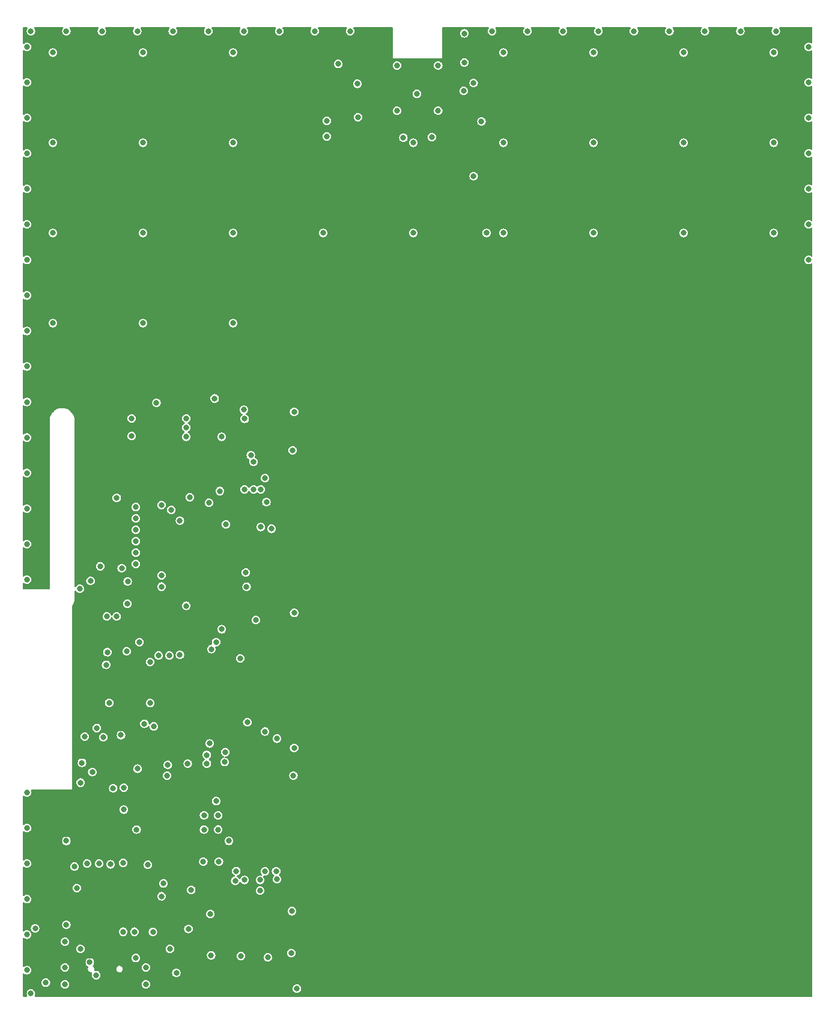
<source format=gbr>
%TF.GenerationSoftware,KiCad,Pcbnew,(5.99.0-10506-gb986797469)*%
%TF.CreationDate,2021-06-08T23:03:07+02:00*%
%TF.ProjectId,Navi_2_0,4e617669-5f32-45f3-902e-6b696361645f,rev?*%
%TF.SameCoordinates,Original*%
%TF.FileFunction,Copper,L2,Inr*%
%TF.FilePolarity,Positive*%
%FSLAX46Y46*%
G04 Gerber Fmt 4.6, Leading zero omitted, Abs format (unit mm)*
G04 Created by KiCad (PCBNEW (5.99.0-10506-gb986797469)) date 2021-06-08 23:03:07*
%MOMM*%
%LPD*%
G01*
G04 APERTURE LIST*
%TA.AperFunction,ViaPad*%
%ADD10C,0.800000*%
%TD*%
G04 APERTURE END LIST*
D10*
%TO.N,GND*%
X65400000Y-126000000D03*
X67999926Y-110724020D03*
X43400000Y-125200000D03*
X34450000Y-75000000D03*
X115000000Y-47775000D03*
X61900000Y-104900000D03*
X101600000Y-50800000D03*
X50800000Y-63500000D03*
X42000000Y-153600000D03*
X34450000Y-160000000D03*
X101600000Y-63500000D03*
X88900000Y-63500000D03*
X66375693Y-108426208D03*
X34450000Y-125000000D03*
X91500000Y-62700000D03*
X49800000Y-118000000D03*
X127000000Y-76200000D03*
X101600000Y-76200000D03*
X49600000Y-174600000D03*
X139700000Y-76200000D03*
X61400000Y-158200000D03*
X34450000Y-115000000D03*
X38100000Y-63500000D03*
X51500000Y-165170498D03*
X63500000Y-88900000D03*
X49200000Y-102300000D03*
X144625000Y-55000000D03*
X144625000Y-70000000D03*
X42200000Y-150800000D03*
X144625000Y-50000000D03*
X67400000Y-112300000D03*
X40000000Y-47775000D03*
X53400000Y-124400000D03*
X56900000Y-104900000D03*
X45000000Y-47775000D03*
X35600000Y-174100000D03*
X71700000Y-177600000D03*
X34450000Y-100000000D03*
X100000000Y-47775000D03*
X114300000Y-50800000D03*
X60425500Y-134800000D03*
X72000000Y-152600000D03*
X75000000Y-47775000D03*
X130000000Y-47775000D03*
X34450000Y-60000000D03*
X34450000Y-120000000D03*
X34450000Y-105000000D03*
X53400000Y-126000000D03*
X34450000Y-175000000D03*
X49800000Y-114800000D03*
X60000000Y-47775000D03*
X45700000Y-130200000D03*
X56900000Y-102300000D03*
X144625000Y-60000000D03*
X144625000Y-65000000D03*
X61400000Y-160200000D03*
X70000000Y-47775000D03*
X53400000Y-169600000D03*
X135000000Y-47775000D03*
X63500000Y-76200000D03*
X56900000Y-103600000D03*
X39800000Y-182000000D03*
X98500000Y-60500000D03*
X60400000Y-177900000D03*
X65300000Y-124000000D03*
X45600000Y-137000000D03*
X62400000Y-149300000D03*
X76200000Y-76200000D03*
X92400000Y-59000000D03*
X64600000Y-178000000D03*
X127000000Y-50800000D03*
X110000000Y-47775000D03*
X59400000Y-160200000D03*
X97400000Y-68200000D03*
X96000000Y-56200000D03*
X34450000Y-165000000D03*
X86600000Y-52600000D03*
X67400000Y-117600000D03*
X49800000Y-121200000D03*
X63500000Y-63500000D03*
X144625000Y-75000000D03*
X68400000Y-178200000D03*
X86600000Y-59000000D03*
X60198000Y-148082000D03*
X34450000Y-65000000D03*
X114300000Y-76200000D03*
X39800000Y-179600000D03*
X139700000Y-50800000D03*
X55500000Y-180400000D03*
X57400000Y-113400000D03*
X92400000Y-52600000D03*
X96100000Y-48100000D03*
X49200000Y-104800000D03*
X71800000Y-171700000D03*
X69700000Y-167200000D03*
X38100000Y-76200000D03*
X50800000Y-88900000D03*
X38100000Y-88900000D03*
X34450000Y-155000000D03*
X34450000Y-180000000D03*
X50800000Y-50800000D03*
X49800000Y-122800000D03*
X38100000Y-50800000D03*
X52200000Y-174600000D03*
X49800000Y-119600000D03*
X34450000Y-95000000D03*
X68200000Y-114100000D03*
X139700000Y-63500000D03*
X34450000Y-110000000D03*
X63500000Y-50800000D03*
X34450000Y-50000000D03*
X39800000Y-176000000D03*
X140000000Y-47775000D03*
X65000000Y-47775000D03*
X49900000Y-160200000D03*
X51800000Y-136600000D03*
X99200000Y-76200000D03*
X35000000Y-183300000D03*
X60900000Y-99500000D03*
X48000000Y-174600000D03*
X37112678Y-181770893D03*
X68900000Y-117850498D03*
X34450000Y-90000000D03*
X43300000Y-178900000D03*
X51200000Y-182000000D03*
X48639021Y-125277805D03*
X59400000Y-158200000D03*
X89400000Y-56600000D03*
X34450000Y-170000000D03*
X50800000Y-76200000D03*
X62300000Y-150700000D03*
X105000000Y-47775000D03*
X81100000Y-59900000D03*
X50000000Y-47775000D03*
X41900000Y-126300000D03*
X34450000Y-80000000D03*
X127000000Y-63500000D03*
X80000000Y-47775000D03*
X114300000Y-63500000D03*
X60300000Y-172100000D03*
X35000000Y-47775000D03*
X44200000Y-180700000D03*
X34450000Y-70000000D03*
X49800000Y-116400000D03*
X57600000Y-168700000D03*
X34450000Y-55000000D03*
X55000000Y-47775000D03*
X71900000Y-106800000D03*
X87500000Y-62800000D03*
X63800000Y-167400000D03*
X144625000Y-80000000D03*
X96100000Y-52200000D03*
X67300000Y-168800000D03*
X46026944Y-142373056D03*
X34450000Y-85000000D03*
X51800000Y-142400000D03*
X120000000Y-47775000D03*
X78300000Y-52400000D03*
X51200000Y-179600000D03*
X125000000Y-47775000D03*
X88900000Y-76200000D03*
X62500000Y-117225500D03*
%TO.N,+BATT*%
X61500000Y-164700000D03*
X59300000Y-164700000D03*
X57200000Y-174200000D03*
X43651000Y-152100000D03*
X53700000Y-167800000D03*
X44775000Y-123125000D03*
%TO.N,+3V3*%
X49900000Y-158600000D03*
X50500000Y-129200000D03*
X50500000Y-128100000D03*
X43400000Y-126300000D03*
X74700000Y-67500000D03*
X56625000Y-164775000D03*
X69800000Y-102300000D03*
X45400000Y-152800000D03*
X56000000Y-109700000D03*
X70400000Y-156300000D03*
%TO.N,EINK_VCC*%
X66000000Y-107500000D03*
X66400000Y-112300000D03*
%TO.N,I2C_DAT*%
X50038000Y-151638000D03*
X48100000Y-157400000D03*
%TO.N,EINK_SPI_MOSI*%
X56000000Y-116700000D03*
X56000000Y-135600000D03*
%TO.N,EINK_SPI_CLK*%
X53400000Y-114500000D03*
X53000000Y-135700000D03*
%TO.N,EINK_~CS*%
X54800000Y-115200000D03*
X54500000Y-135700000D03*
%TO.N,EINK_DC*%
X60100000Y-114200000D03*
X56900000Y-128700000D03*
%TO.N,EINK_STATE*%
X47100000Y-113500000D03*
X47100000Y-130200000D03*
%TO.N,SD_DAT0*%
X68005969Y-166100000D03*
X68000000Y-146400000D03*
%TO.N,SD_DAT1*%
X69700000Y-147400000D03*
X69562500Y-166062500D03*
%TO.N,SD_DAT2*%
X62900000Y-161800000D03*
X61900000Y-132000000D03*
%TO.N,EINK_VCC_~EN*%
X72100000Y-101400000D03*
X72100000Y-129700000D03*
%TO.N,SD_VCC_nEN*%
X59800000Y-150900000D03*
X57100000Y-150900000D03*
%TO.N,GPS_VCC_nEN*%
X52700000Y-100100000D03*
X50300000Y-133800000D03*
%TO.N,UART1_RX*%
X44600000Y-165000000D03*
X45200000Y-147200000D03*
%TO.N,UART1_TX*%
X42600000Y-147100000D03*
X42900000Y-165000000D03*
%TO.N,Net-(SW2-Pad1)*%
X45774500Y-135225500D03*
%TO.N,G_INT1*%
X46600000Y-154400000D03*
X47700000Y-146900000D03*
%TO.N,SD_nDET*%
X61100000Y-133800000D03*
X61100000Y-156200000D03*
X48500000Y-135100000D03*
X48600000Y-128400000D03*
%TO.N,+5V*%
X41970498Y-177000000D03*
X54600000Y-177000000D03*
X49800000Y-178300000D03*
X41474500Y-168424744D03*
X47800000Y-123400000D03*
%TO.N,ESP_~RST*%
X51000000Y-145300000D03*
X48000000Y-164900000D03*
%TO.N,SD_nCS*%
X65100000Y-167300000D03*
X65500000Y-145100000D03*
%TO.N,GPS_SUPPLY*%
X76700000Y-60400000D03*
X76700000Y-62600000D03*
X97400000Y-55100000D03*
X81000000Y-55200000D03*
%TO.N,Net-(R18-Pad2)*%
X72100000Y-148700000D03*
X72500000Y-182600000D03*
%TO.N,SD_CLK*%
X66700000Y-130700000D03*
X67300000Y-167300000D03*
%TO.N,SD_DAT3*%
X64500000Y-136100000D03*
X63950000Y-166050000D03*
%TO.N,Net-(J2-Pad19)*%
X65100000Y-112300000D03*
X65135000Y-102365000D03*
%TO.N,Net-(J2-Pad18)*%
X65000000Y-101095000D03*
X61637701Y-112537701D03*
%TO.N,Net-(Q5-Pad2)*%
X40000000Y-161800000D03*
X40000000Y-173600000D03*
%TO.N,Net-(Q4-Pad2)*%
X41150989Y-165425000D03*
X46200000Y-165100000D03*
%TO.N,I2C_CLK*%
X48100000Y-154300000D03*
X44300000Y-145900000D03*
%TO.N,UART_GPS_RX*%
X59800000Y-149700000D03*
X52325500Y-145700000D03*
%TO.N,UART_GPS_TX*%
X54300000Y-151100000D03*
X54200000Y-152600000D03*
%TD*%
%TA.AperFunction,Conductor*%
%TO.N,+3V3*%
G36*
X34497144Y-47220002D02*
G01*
X34543637Y-47273658D01*
X34553741Y-47343932D01*
X34528986Y-47402703D01*
X34480651Y-47465695D01*
X34480649Y-47465699D01*
X34475622Y-47472250D01*
X34415132Y-47618285D01*
X34394500Y-47775000D01*
X34415132Y-47931715D01*
X34475622Y-48077750D01*
X34571847Y-48203153D01*
X34697250Y-48299378D01*
X34843285Y-48359868D01*
X35000000Y-48380500D01*
X35008188Y-48379422D01*
X35148527Y-48360946D01*
X35156715Y-48359868D01*
X35302750Y-48299378D01*
X35428153Y-48203153D01*
X35524378Y-48077750D01*
X35584868Y-47931715D01*
X35605500Y-47775000D01*
X35584868Y-47618285D01*
X35524378Y-47472250D01*
X35519351Y-47465699D01*
X35519349Y-47465695D01*
X35471014Y-47402703D01*
X35445414Y-47336483D01*
X35459679Y-47266934D01*
X35509280Y-47216139D01*
X35570977Y-47200000D01*
X39429023Y-47200000D01*
X39497144Y-47220002D01*
X39543637Y-47273658D01*
X39553741Y-47343932D01*
X39528986Y-47402703D01*
X39480651Y-47465695D01*
X39480649Y-47465699D01*
X39475622Y-47472250D01*
X39415132Y-47618285D01*
X39394500Y-47775000D01*
X39415132Y-47931715D01*
X39475622Y-48077750D01*
X39571847Y-48203153D01*
X39697250Y-48299378D01*
X39843285Y-48359868D01*
X40000000Y-48380500D01*
X40008188Y-48379422D01*
X40148527Y-48360946D01*
X40156715Y-48359868D01*
X40302750Y-48299378D01*
X40428153Y-48203153D01*
X40524378Y-48077750D01*
X40584868Y-47931715D01*
X40605500Y-47775000D01*
X40584868Y-47618285D01*
X40524378Y-47472250D01*
X40519351Y-47465699D01*
X40519349Y-47465695D01*
X40471014Y-47402703D01*
X40445414Y-47336483D01*
X40459679Y-47266934D01*
X40509280Y-47216139D01*
X40570977Y-47200000D01*
X44429023Y-47200000D01*
X44497144Y-47220002D01*
X44543637Y-47273658D01*
X44553741Y-47343932D01*
X44528986Y-47402703D01*
X44480651Y-47465695D01*
X44480649Y-47465699D01*
X44475622Y-47472250D01*
X44415132Y-47618285D01*
X44394500Y-47775000D01*
X44415132Y-47931715D01*
X44475622Y-48077750D01*
X44571847Y-48203153D01*
X44697250Y-48299378D01*
X44843285Y-48359868D01*
X45000000Y-48380500D01*
X45008188Y-48379422D01*
X45148527Y-48360946D01*
X45156715Y-48359868D01*
X45302750Y-48299378D01*
X45428153Y-48203153D01*
X45524378Y-48077750D01*
X45584868Y-47931715D01*
X45605500Y-47775000D01*
X45584868Y-47618285D01*
X45524378Y-47472250D01*
X45519351Y-47465699D01*
X45519349Y-47465695D01*
X45471014Y-47402703D01*
X45445414Y-47336483D01*
X45459679Y-47266934D01*
X45509280Y-47216139D01*
X45570977Y-47200000D01*
X49429023Y-47200000D01*
X49497144Y-47220002D01*
X49543637Y-47273658D01*
X49553741Y-47343932D01*
X49528986Y-47402703D01*
X49480651Y-47465695D01*
X49480649Y-47465699D01*
X49475622Y-47472250D01*
X49415132Y-47618285D01*
X49394500Y-47775000D01*
X49415132Y-47931715D01*
X49475622Y-48077750D01*
X49571847Y-48203153D01*
X49697250Y-48299378D01*
X49843285Y-48359868D01*
X50000000Y-48380500D01*
X50008188Y-48379422D01*
X50148527Y-48360946D01*
X50156715Y-48359868D01*
X50302750Y-48299378D01*
X50428153Y-48203153D01*
X50524378Y-48077750D01*
X50584868Y-47931715D01*
X50605500Y-47775000D01*
X50584868Y-47618285D01*
X50524378Y-47472250D01*
X50519351Y-47465699D01*
X50519349Y-47465695D01*
X50471014Y-47402703D01*
X50445414Y-47336483D01*
X50459679Y-47266934D01*
X50509280Y-47216139D01*
X50570977Y-47200000D01*
X54429023Y-47200000D01*
X54497144Y-47220002D01*
X54543637Y-47273658D01*
X54553741Y-47343932D01*
X54528986Y-47402703D01*
X54480651Y-47465695D01*
X54480649Y-47465699D01*
X54475622Y-47472250D01*
X54415132Y-47618285D01*
X54394500Y-47775000D01*
X54415132Y-47931715D01*
X54475622Y-48077750D01*
X54571847Y-48203153D01*
X54697250Y-48299378D01*
X54843285Y-48359868D01*
X55000000Y-48380500D01*
X55008188Y-48379422D01*
X55148527Y-48360946D01*
X55156715Y-48359868D01*
X55302750Y-48299378D01*
X55428153Y-48203153D01*
X55524378Y-48077750D01*
X55584868Y-47931715D01*
X55605500Y-47775000D01*
X55584868Y-47618285D01*
X55524378Y-47472250D01*
X55519351Y-47465699D01*
X55519349Y-47465695D01*
X55471014Y-47402703D01*
X55445414Y-47336483D01*
X55459679Y-47266934D01*
X55509280Y-47216139D01*
X55570977Y-47200000D01*
X59429023Y-47200000D01*
X59497144Y-47220002D01*
X59543637Y-47273658D01*
X59553741Y-47343932D01*
X59528986Y-47402703D01*
X59480651Y-47465695D01*
X59480649Y-47465699D01*
X59475622Y-47472250D01*
X59415132Y-47618285D01*
X59394500Y-47775000D01*
X59415132Y-47931715D01*
X59475622Y-48077750D01*
X59571847Y-48203153D01*
X59697250Y-48299378D01*
X59843285Y-48359868D01*
X60000000Y-48380500D01*
X60008188Y-48379422D01*
X60148527Y-48360946D01*
X60156715Y-48359868D01*
X60302750Y-48299378D01*
X60428153Y-48203153D01*
X60524378Y-48077750D01*
X60584868Y-47931715D01*
X60605500Y-47775000D01*
X60584868Y-47618285D01*
X60524378Y-47472250D01*
X60519351Y-47465699D01*
X60519349Y-47465695D01*
X60471014Y-47402703D01*
X60445414Y-47336483D01*
X60459679Y-47266934D01*
X60509280Y-47216139D01*
X60570977Y-47200000D01*
X64429023Y-47200000D01*
X64497144Y-47220002D01*
X64543637Y-47273658D01*
X64553741Y-47343932D01*
X64528986Y-47402703D01*
X64480651Y-47465695D01*
X64480649Y-47465699D01*
X64475622Y-47472250D01*
X64415132Y-47618285D01*
X64394500Y-47775000D01*
X64415132Y-47931715D01*
X64475622Y-48077750D01*
X64571847Y-48203153D01*
X64697250Y-48299378D01*
X64843285Y-48359868D01*
X65000000Y-48380500D01*
X65008188Y-48379422D01*
X65148527Y-48360946D01*
X65156715Y-48359868D01*
X65302750Y-48299378D01*
X65428153Y-48203153D01*
X65524378Y-48077750D01*
X65584868Y-47931715D01*
X65605500Y-47775000D01*
X65584868Y-47618285D01*
X65524378Y-47472250D01*
X65519351Y-47465699D01*
X65519349Y-47465695D01*
X65471014Y-47402703D01*
X65445414Y-47336483D01*
X65459679Y-47266934D01*
X65509280Y-47216139D01*
X65570977Y-47200000D01*
X69429023Y-47200000D01*
X69497144Y-47220002D01*
X69543637Y-47273658D01*
X69553741Y-47343932D01*
X69528986Y-47402703D01*
X69480651Y-47465695D01*
X69480649Y-47465699D01*
X69475622Y-47472250D01*
X69415132Y-47618285D01*
X69394500Y-47775000D01*
X69415132Y-47931715D01*
X69475622Y-48077750D01*
X69571847Y-48203153D01*
X69697250Y-48299378D01*
X69843285Y-48359868D01*
X70000000Y-48380500D01*
X70008188Y-48379422D01*
X70148527Y-48360946D01*
X70156715Y-48359868D01*
X70302750Y-48299378D01*
X70428153Y-48203153D01*
X70524378Y-48077750D01*
X70584868Y-47931715D01*
X70605500Y-47775000D01*
X70584868Y-47618285D01*
X70524378Y-47472250D01*
X70519351Y-47465699D01*
X70519349Y-47465695D01*
X70471014Y-47402703D01*
X70445414Y-47336483D01*
X70459679Y-47266934D01*
X70509280Y-47216139D01*
X70570977Y-47200000D01*
X74429023Y-47200000D01*
X74497144Y-47220002D01*
X74543637Y-47273658D01*
X74553741Y-47343932D01*
X74528986Y-47402703D01*
X74480651Y-47465695D01*
X74480649Y-47465699D01*
X74475622Y-47472250D01*
X74415132Y-47618285D01*
X74394500Y-47775000D01*
X74415132Y-47931715D01*
X74475622Y-48077750D01*
X74571847Y-48203153D01*
X74697250Y-48299378D01*
X74843285Y-48359868D01*
X75000000Y-48380500D01*
X75008188Y-48379422D01*
X75148527Y-48360946D01*
X75156715Y-48359868D01*
X75302750Y-48299378D01*
X75428153Y-48203153D01*
X75524378Y-48077750D01*
X75584868Y-47931715D01*
X75605500Y-47775000D01*
X75584868Y-47618285D01*
X75524378Y-47472250D01*
X75519351Y-47465699D01*
X75519349Y-47465695D01*
X75471014Y-47402703D01*
X75445414Y-47336483D01*
X75459679Y-47266934D01*
X75509280Y-47216139D01*
X75570977Y-47200000D01*
X79429023Y-47200000D01*
X79497144Y-47220002D01*
X79543637Y-47273658D01*
X79553741Y-47343932D01*
X79528986Y-47402703D01*
X79480651Y-47465695D01*
X79480649Y-47465699D01*
X79475622Y-47472250D01*
X79415132Y-47618285D01*
X79394500Y-47775000D01*
X79415132Y-47931715D01*
X79475622Y-48077750D01*
X79571847Y-48203153D01*
X79697250Y-48299378D01*
X79843285Y-48359868D01*
X80000000Y-48380500D01*
X80008188Y-48379422D01*
X80148527Y-48360946D01*
X80156715Y-48359868D01*
X80302750Y-48299378D01*
X80428153Y-48203153D01*
X80524378Y-48077750D01*
X80584868Y-47931715D01*
X80605500Y-47775000D01*
X80584868Y-47618285D01*
X80524378Y-47472250D01*
X80519351Y-47465699D01*
X80519349Y-47465695D01*
X80471014Y-47402703D01*
X80445414Y-47336483D01*
X80459679Y-47266934D01*
X80509280Y-47216139D01*
X80570977Y-47200000D01*
X85874000Y-47200000D01*
X85942121Y-47220002D01*
X85988614Y-47273658D01*
X86000000Y-47326000D01*
X86000000Y-51600000D01*
X93000000Y-51600000D01*
X93000000Y-50800000D01*
X100994500Y-50800000D01*
X101015132Y-50956715D01*
X101075622Y-51102750D01*
X101171847Y-51228153D01*
X101297250Y-51324378D01*
X101443285Y-51384868D01*
X101600000Y-51405500D01*
X101608188Y-51404422D01*
X101748527Y-51385946D01*
X101756715Y-51384868D01*
X101902750Y-51324378D01*
X102028153Y-51228153D01*
X102124378Y-51102750D01*
X102184868Y-50956715D01*
X102205500Y-50800000D01*
X113694500Y-50800000D01*
X113715132Y-50956715D01*
X113775622Y-51102750D01*
X113871847Y-51228153D01*
X113997250Y-51324378D01*
X114143285Y-51384868D01*
X114300000Y-51405500D01*
X114308188Y-51404422D01*
X114448527Y-51385946D01*
X114456715Y-51384868D01*
X114602750Y-51324378D01*
X114728153Y-51228153D01*
X114824378Y-51102750D01*
X114884868Y-50956715D01*
X114905500Y-50800000D01*
X126394500Y-50800000D01*
X126415132Y-50956715D01*
X126475622Y-51102750D01*
X126571847Y-51228153D01*
X126697250Y-51324378D01*
X126843285Y-51384868D01*
X127000000Y-51405500D01*
X127008188Y-51404422D01*
X127148527Y-51385946D01*
X127156715Y-51384868D01*
X127302750Y-51324378D01*
X127428153Y-51228153D01*
X127524378Y-51102750D01*
X127584868Y-50956715D01*
X127605500Y-50800000D01*
X139094500Y-50800000D01*
X139115132Y-50956715D01*
X139175622Y-51102750D01*
X139271847Y-51228153D01*
X139397250Y-51324378D01*
X139543285Y-51384868D01*
X139700000Y-51405500D01*
X139708188Y-51404422D01*
X139848527Y-51385946D01*
X139856715Y-51384868D01*
X140002750Y-51324378D01*
X140128153Y-51228153D01*
X140224378Y-51102750D01*
X140284868Y-50956715D01*
X140305500Y-50800000D01*
X140284868Y-50643285D01*
X140224378Y-50497250D01*
X140128153Y-50371847D01*
X140002750Y-50275622D01*
X139856715Y-50215132D01*
X139700000Y-50194500D01*
X139543285Y-50215132D01*
X139397250Y-50275622D01*
X139271847Y-50371847D01*
X139175622Y-50497250D01*
X139115132Y-50643285D01*
X139094500Y-50800000D01*
X127605500Y-50800000D01*
X127584868Y-50643285D01*
X127524378Y-50497250D01*
X127428153Y-50371847D01*
X127302750Y-50275622D01*
X127156715Y-50215132D01*
X127000000Y-50194500D01*
X126843285Y-50215132D01*
X126697250Y-50275622D01*
X126571847Y-50371847D01*
X126475622Y-50497250D01*
X126415132Y-50643285D01*
X126394500Y-50800000D01*
X114905500Y-50800000D01*
X114884868Y-50643285D01*
X114824378Y-50497250D01*
X114728153Y-50371847D01*
X114602750Y-50275622D01*
X114456715Y-50215132D01*
X114300000Y-50194500D01*
X114143285Y-50215132D01*
X113997250Y-50275622D01*
X113871847Y-50371847D01*
X113775622Y-50497250D01*
X113715132Y-50643285D01*
X113694500Y-50800000D01*
X102205500Y-50800000D01*
X102184868Y-50643285D01*
X102124378Y-50497250D01*
X102028153Y-50371847D01*
X101902750Y-50275622D01*
X101756715Y-50215132D01*
X101600000Y-50194500D01*
X101443285Y-50215132D01*
X101297250Y-50275622D01*
X101171847Y-50371847D01*
X101075622Y-50497250D01*
X101015132Y-50643285D01*
X100994500Y-50800000D01*
X93000000Y-50800000D01*
X93000000Y-48100000D01*
X95494500Y-48100000D01*
X95515132Y-48256715D01*
X95575622Y-48402750D01*
X95671847Y-48528153D01*
X95797250Y-48624378D01*
X95943285Y-48684868D01*
X96100000Y-48705500D01*
X96108188Y-48704422D01*
X96248527Y-48685946D01*
X96256715Y-48684868D01*
X96402750Y-48624378D01*
X96528153Y-48528153D01*
X96624378Y-48402750D01*
X96684868Y-48256715D01*
X96705500Y-48100000D01*
X96684868Y-47943285D01*
X96624378Y-47797250D01*
X96528153Y-47671847D01*
X96402750Y-47575622D01*
X96256715Y-47515132D01*
X96100000Y-47494500D01*
X95943285Y-47515132D01*
X95797250Y-47575622D01*
X95671847Y-47671847D01*
X95575622Y-47797250D01*
X95515132Y-47943285D01*
X95494500Y-48100000D01*
X93000000Y-48100000D01*
X93000000Y-47326000D01*
X93020002Y-47257879D01*
X93073658Y-47211386D01*
X93126000Y-47200000D01*
X99429023Y-47200000D01*
X99497144Y-47220002D01*
X99543637Y-47273658D01*
X99553741Y-47343932D01*
X99528986Y-47402703D01*
X99480651Y-47465695D01*
X99480649Y-47465699D01*
X99475622Y-47472250D01*
X99415132Y-47618285D01*
X99394500Y-47775000D01*
X99415132Y-47931715D01*
X99475622Y-48077750D01*
X99571847Y-48203153D01*
X99697250Y-48299378D01*
X99843285Y-48359868D01*
X100000000Y-48380500D01*
X100008188Y-48379422D01*
X100148527Y-48360946D01*
X100156715Y-48359868D01*
X100302750Y-48299378D01*
X100428153Y-48203153D01*
X100524378Y-48077750D01*
X100584868Y-47931715D01*
X100605500Y-47775000D01*
X100584868Y-47618285D01*
X100524378Y-47472250D01*
X100519351Y-47465699D01*
X100519349Y-47465695D01*
X100471014Y-47402703D01*
X100445414Y-47336483D01*
X100459679Y-47266934D01*
X100509280Y-47216139D01*
X100570977Y-47200000D01*
X104429023Y-47200000D01*
X104497144Y-47220002D01*
X104543637Y-47273658D01*
X104553741Y-47343932D01*
X104528986Y-47402703D01*
X104480651Y-47465695D01*
X104480649Y-47465699D01*
X104475622Y-47472250D01*
X104415132Y-47618285D01*
X104394500Y-47775000D01*
X104415132Y-47931715D01*
X104475622Y-48077750D01*
X104571847Y-48203153D01*
X104697250Y-48299378D01*
X104843285Y-48359868D01*
X105000000Y-48380500D01*
X105008188Y-48379422D01*
X105148527Y-48360946D01*
X105156715Y-48359868D01*
X105302750Y-48299378D01*
X105428153Y-48203153D01*
X105524378Y-48077750D01*
X105584868Y-47931715D01*
X105605500Y-47775000D01*
X105584868Y-47618285D01*
X105524378Y-47472250D01*
X105519351Y-47465699D01*
X105519349Y-47465695D01*
X105471014Y-47402703D01*
X105445414Y-47336483D01*
X105459679Y-47266934D01*
X105509280Y-47216139D01*
X105570977Y-47200000D01*
X109429023Y-47200000D01*
X109497144Y-47220002D01*
X109543637Y-47273658D01*
X109553741Y-47343932D01*
X109528986Y-47402703D01*
X109480651Y-47465695D01*
X109480649Y-47465699D01*
X109475622Y-47472250D01*
X109415132Y-47618285D01*
X109394500Y-47775000D01*
X109415132Y-47931715D01*
X109475622Y-48077750D01*
X109571847Y-48203153D01*
X109697250Y-48299378D01*
X109843285Y-48359868D01*
X110000000Y-48380500D01*
X110008188Y-48379422D01*
X110148527Y-48360946D01*
X110156715Y-48359868D01*
X110302750Y-48299378D01*
X110428153Y-48203153D01*
X110524378Y-48077750D01*
X110584868Y-47931715D01*
X110605500Y-47775000D01*
X110584868Y-47618285D01*
X110524378Y-47472250D01*
X110519351Y-47465699D01*
X110519349Y-47465695D01*
X110471014Y-47402703D01*
X110445414Y-47336483D01*
X110459679Y-47266934D01*
X110509280Y-47216139D01*
X110570977Y-47200000D01*
X114429023Y-47200000D01*
X114497144Y-47220002D01*
X114543637Y-47273658D01*
X114553741Y-47343932D01*
X114528986Y-47402703D01*
X114480651Y-47465695D01*
X114480649Y-47465699D01*
X114475622Y-47472250D01*
X114415132Y-47618285D01*
X114394500Y-47775000D01*
X114415132Y-47931715D01*
X114475622Y-48077750D01*
X114571847Y-48203153D01*
X114697250Y-48299378D01*
X114843285Y-48359868D01*
X115000000Y-48380500D01*
X115008188Y-48379422D01*
X115148527Y-48360946D01*
X115156715Y-48359868D01*
X115302750Y-48299378D01*
X115428153Y-48203153D01*
X115524378Y-48077750D01*
X115584868Y-47931715D01*
X115605500Y-47775000D01*
X115584868Y-47618285D01*
X115524378Y-47472250D01*
X115519351Y-47465699D01*
X115519349Y-47465695D01*
X115471014Y-47402703D01*
X115445414Y-47336483D01*
X115459679Y-47266934D01*
X115509280Y-47216139D01*
X115570977Y-47200000D01*
X119429023Y-47200000D01*
X119497144Y-47220002D01*
X119543637Y-47273658D01*
X119553741Y-47343932D01*
X119528986Y-47402703D01*
X119480651Y-47465695D01*
X119480649Y-47465699D01*
X119475622Y-47472250D01*
X119415132Y-47618285D01*
X119394500Y-47775000D01*
X119415132Y-47931715D01*
X119475622Y-48077750D01*
X119571847Y-48203153D01*
X119697250Y-48299378D01*
X119843285Y-48359868D01*
X120000000Y-48380500D01*
X120008188Y-48379422D01*
X120148527Y-48360946D01*
X120156715Y-48359868D01*
X120302750Y-48299378D01*
X120428153Y-48203153D01*
X120524378Y-48077750D01*
X120584868Y-47931715D01*
X120605500Y-47775000D01*
X120584868Y-47618285D01*
X120524378Y-47472250D01*
X120519351Y-47465699D01*
X120519349Y-47465695D01*
X120471014Y-47402703D01*
X120445414Y-47336483D01*
X120459679Y-47266934D01*
X120509280Y-47216139D01*
X120570977Y-47200000D01*
X124429023Y-47200000D01*
X124497144Y-47220002D01*
X124543637Y-47273658D01*
X124553741Y-47343932D01*
X124528986Y-47402703D01*
X124480651Y-47465695D01*
X124480649Y-47465699D01*
X124475622Y-47472250D01*
X124415132Y-47618285D01*
X124394500Y-47775000D01*
X124415132Y-47931715D01*
X124475622Y-48077750D01*
X124571847Y-48203153D01*
X124697250Y-48299378D01*
X124843285Y-48359868D01*
X125000000Y-48380500D01*
X125008188Y-48379422D01*
X125148527Y-48360946D01*
X125156715Y-48359868D01*
X125302750Y-48299378D01*
X125428153Y-48203153D01*
X125524378Y-48077750D01*
X125584868Y-47931715D01*
X125605500Y-47775000D01*
X125584868Y-47618285D01*
X125524378Y-47472250D01*
X125519351Y-47465699D01*
X125519349Y-47465695D01*
X125471014Y-47402703D01*
X125445414Y-47336483D01*
X125459679Y-47266934D01*
X125509280Y-47216139D01*
X125570977Y-47200000D01*
X129429023Y-47200000D01*
X129497144Y-47220002D01*
X129543637Y-47273658D01*
X129553741Y-47343932D01*
X129528986Y-47402703D01*
X129480651Y-47465695D01*
X129480649Y-47465699D01*
X129475622Y-47472250D01*
X129415132Y-47618285D01*
X129394500Y-47775000D01*
X129415132Y-47931715D01*
X129475622Y-48077750D01*
X129571847Y-48203153D01*
X129697250Y-48299378D01*
X129843285Y-48359868D01*
X130000000Y-48380500D01*
X130008188Y-48379422D01*
X130148527Y-48360946D01*
X130156715Y-48359868D01*
X130302750Y-48299378D01*
X130428153Y-48203153D01*
X130524378Y-48077750D01*
X130584868Y-47931715D01*
X130605500Y-47775000D01*
X130584868Y-47618285D01*
X130524378Y-47472250D01*
X130519351Y-47465699D01*
X130519349Y-47465695D01*
X130471014Y-47402703D01*
X130445414Y-47336483D01*
X130459679Y-47266934D01*
X130509280Y-47216139D01*
X130570977Y-47200000D01*
X134429023Y-47200000D01*
X134497144Y-47220002D01*
X134543637Y-47273658D01*
X134553741Y-47343932D01*
X134528986Y-47402703D01*
X134480651Y-47465695D01*
X134480649Y-47465699D01*
X134475622Y-47472250D01*
X134415132Y-47618285D01*
X134394500Y-47775000D01*
X134415132Y-47931715D01*
X134475622Y-48077750D01*
X134571847Y-48203153D01*
X134697250Y-48299378D01*
X134843285Y-48359868D01*
X135000000Y-48380500D01*
X135008188Y-48379422D01*
X135148527Y-48360946D01*
X135156715Y-48359868D01*
X135302750Y-48299378D01*
X135428153Y-48203153D01*
X135524378Y-48077750D01*
X135584868Y-47931715D01*
X135605500Y-47775000D01*
X135584868Y-47618285D01*
X135524378Y-47472250D01*
X135519351Y-47465699D01*
X135519349Y-47465695D01*
X135471014Y-47402703D01*
X135445414Y-47336483D01*
X135459679Y-47266934D01*
X135509280Y-47216139D01*
X135570977Y-47200000D01*
X139429023Y-47200000D01*
X139497144Y-47220002D01*
X139543637Y-47273658D01*
X139553741Y-47343932D01*
X139528986Y-47402703D01*
X139480651Y-47465695D01*
X139480649Y-47465699D01*
X139475622Y-47472250D01*
X139415132Y-47618285D01*
X139394500Y-47775000D01*
X139415132Y-47931715D01*
X139475622Y-48077750D01*
X139571847Y-48203153D01*
X139697250Y-48299378D01*
X139843285Y-48359868D01*
X140000000Y-48380500D01*
X140008188Y-48379422D01*
X140148527Y-48360946D01*
X140156715Y-48359868D01*
X140302750Y-48299378D01*
X140428153Y-48203153D01*
X140524378Y-48077750D01*
X140584868Y-47931715D01*
X140605500Y-47775000D01*
X140584868Y-47618285D01*
X140524378Y-47472250D01*
X140519351Y-47465699D01*
X140519349Y-47465695D01*
X140471014Y-47402703D01*
X140445414Y-47336483D01*
X140459679Y-47266934D01*
X140509280Y-47216139D01*
X140570977Y-47200000D01*
X145024000Y-47200000D01*
X145092121Y-47220002D01*
X145138614Y-47273658D01*
X145150000Y-47326000D01*
X145150000Y-49390657D01*
X145129998Y-49458778D01*
X145076342Y-49505271D01*
X145006068Y-49515375D01*
X144947297Y-49490620D01*
X144934305Y-49480651D01*
X144934301Y-49480649D01*
X144927750Y-49475622D01*
X144781715Y-49415132D01*
X144625000Y-49394500D01*
X144468285Y-49415132D01*
X144322250Y-49475622D01*
X144196847Y-49571847D01*
X144100622Y-49697250D01*
X144040132Y-49843285D01*
X144019500Y-50000000D01*
X144040132Y-50156715D01*
X144100622Y-50302750D01*
X144196847Y-50428153D01*
X144322250Y-50524378D01*
X144468285Y-50584868D01*
X144625000Y-50605500D01*
X144633188Y-50604422D01*
X144773527Y-50585946D01*
X144781715Y-50584868D01*
X144927750Y-50524378D01*
X144934301Y-50519351D01*
X144934305Y-50519349D01*
X144947297Y-50509380D01*
X145013517Y-50483780D01*
X145083066Y-50498045D01*
X145133861Y-50547647D01*
X145150000Y-50609343D01*
X145150000Y-54390657D01*
X145129998Y-54458778D01*
X145076342Y-54505271D01*
X145006068Y-54515375D01*
X144947297Y-54490620D01*
X144934305Y-54480651D01*
X144934301Y-54480649D01*
X144927750Y-54475622D01*
X144781715Y-54415132D01*
X144625000Y-54394500D01*
X144468285Y-54415132D01*
X144322250Y-54475622D01*
X144196847Y-54571847D01*
X144100622Y-54697250D01*
X144040132Y-54843285D01*
X144019500Y-55000000D01*
X144040132Y-55156715D01*
X144100622Y-55302750D01*
X144196847Y-55428153D01*
X144322250Y-55524378D01*
X144468285Y-55584868D01*
X144625000Y-55605500D01*
X144633188Y-55604422D01*
X144773527Y-55585946D01*
X144781715Y-55584868D01*
X144927750Y-55524378D01*
X144934301Y-55519351D01*
X144934305Y-55519349D01*
X144947297Y-55509380D01*
X145013517Y-55483780D01*
X145083066Y-55498045D01*
X145133861Y-55547647D01*
X145150000Y-55609343D01*
X145150000Y-59390657D01*
X145129998Y-59458778D01*
X145076342Y-59505271D01*
X145006068Y-59515375D01*
X144947297Y-59490620D01*
X144934305Y-59480651D01*
X144934301Y-59480649D01*
X144927750Y-59475622D01*
X144781715Y-59415132D01*
X144625000Y-59394500D01*
X144468285Y-59415132D01*
X144322250Y-59475622D01*
X144196847Y-59571847D01*
X144100622Y-59697250D01*
X144040132Y-59843285D01*
X144019500Y-60000000D01*
X144040132Y-60156715D01*
X144100622Y-60302750D01*
X144196847Y-60428153D01*
X144322250Y-60524378D01*
X144468285Y-60584868D01*
X144625000Y-60605500D01*
X144633188Y-60604422D01*
X144773527Y-60585946D01*
X144781715Y-60584868D01*
X144927750Y-60524378D01*
X144934301Y-60519351D01*
X144934305Y-60519349D01*
X144947297Y-60509380D01*
X145013517Y-60483780D01*
X145083066Y-60498045D01*
X145133861Y-60547647D01*
X145150000Y-60609343D01*
X145150000Y-64390657D01*
X145129998Y-64458778D01*
X145076342Y-64505271D01*
X145006068Y-64515375D01*
X144947297Y-64490620D01*
X144934305Y-64480651D01*
X144934301Y-64480649D01*
X144927750Y-64475622D01*
X144781715Y-64415132D01*
X144625000Y-64394500D01*
X144468285Y-64415132D01*
X144322250Y-64475622D01*
X144196847Y-64571847D01*
X144100622Y-64697250D01*
X144040132Y-64843285D01*
X144019500Y-65000000D01*
X144040132Y-65156715D01*
X144100622Y-65302750D01*
X144196847Y-65428153D01*
X144322250Y-65524378D01*
X144468285Y-65584868D01*
X144625000Y-65605500D01*
X144633188Y-65604422D01*
X144773527Y-65585946D01*
X144781715Y-65584868D01*
X144927750Y-65524378D01*
X144934301Y-65519351D01*
X144934305Y-65519349D01*
X144947297Y-65509380D01*
X145013517Y-65483780D01*
X145083066Y-65498045D01*
X145133861Y-65547647D01*
X145150000Y-65609343D01*
X145150000Y-69390657D01*
X145129998Y-69458778D01*
X145076342Y-69505271D01*
X145006068Y-69515375D01*
X144947297Y-69490620D01*
X144934305Y-69480651D01*
X144934301Y-69480649D01*
X144927750Y-69475622D01*
X144781715Y-69415132D01*
X144625000Y-69394500D01*
X144468285Y-69415132D01*
X144322250Y-69475622D01*
X144196847Y-69571847D01*
X144100622Y-69697250D01*
X144040132Y-69843285D01*
X144019500Y-70000000D01*
X144040132Y-70156715D01*
X144100622Y-70302750D01*
X144196847Y-70428153D01*
X144322250Y-70524378D01*
X144468285Y-70584868D01*
X144625000Y-70605500D01*
X144633188Y-70604422D01*
X144773527Y-70585946D01*
X144781715Y-70584868D01*
X144927750Y-70524378D01*
X144934301Y-70519351D01*
X144934305Y-70519349D01*
X144947297Y-70509380D01*
X145013517Y-70483780D01*
X145083066Y-70498045D01*
X145133861Y-70547647D01*
X145150000Y-70609343D01*
X145150000Y-74390657D01*
X145129998Y-74458778D01*
X145076342Y-74505271D01*
X145006068Y-74515375D01*
X144947297Y-74490620D01*
X144934305Y-74480651D01*
X144934301Y-74480649D01*
X144927750Y-74475622D01*
X144781715Y-74415132D01*
X144625000Y-74394500D01*
X144468285Y-74415132D01*
X144322250Y-74475622D01*
X144196847Y-74571847D01*
X144100622Y-74697250D01*
X144040132Y-74843285D01*
X144019500Y-75000000D01*
X144040132Y-75156715D01*
X144100622Y-75302750D01*
X144196847Y-75428153D01*
X144322250Y-75524378D01*
X144468285Y-75584868D01*
X144625000Y-75605500D01*
X144633188Y-75604422D01*
X144773527Y-75585946D01*
X144781715Y-75584868D01*
X144927750Y-75524378D01*
X144934301Y-75519351D01*
X144934305Y-75519349D01*
X144947297Y-75509380D01*
X145013517Y-75483780D01*
X145083066Y-75498045D01*
X145133861Y-75547647D01*
X145150000Y-75609343D01*
X145150000Y-79390657D01*
X145129998Y-79458778D01*
X145076342Y-79505271D01*
X145006068Y-79515375D01*
X144947297Y-79490620D01*
X144934305Y-79480651D01*
X144934301Y-79480649D01*
X144927750Y-79475622D01*
X144781715Y-79415132D01*
X144625000Y-79394500D01*
X144468285Y-79415132D01*
X144322250Y-79475622D01*
X144196847Y-79571847D01*
X144100622Y-79697250D01*
X144040132Y-79843285D01*
X144019500Y-80000000D01*
X144040132Y-80156715D01*
X144100622Y-80302750D01*
X144196847Y-80428153D01*
X144322250Y-80524378D01*
X144468285Y-80584868D01*
X144625000Y-80605500D01*
X144633188Y-80604422D01*
X144773527Y-80585946D01*
X144781715Y-80584868D01*
X144927750Y-80524378D01*
X144934301Y-80519351D01*
X144934305Y-80519349D01*
X144947297Y-80509380D01*
X145013517Y-80483780D01*
X145083066Y-80498045D01*
X145133861Y-80547647D01*
X145150000Y-80609343D01*
X145150000Y-183624000D01*
X145129998Y-183692121D01*
X145076342Y-183738614D01*
X145024000Y-183750000D01*
X35651958Y-183750000D01*
X35583837Y-183729998D01*
X35537344Y-183676342D01*
X35527240Y-183606068D01*
X35535549Y-183575782D01*
X35581708Y-183464345D01*
X35581709Y-183464342D01*
X35584868Y-183456715D01*
X35605500Y-183300000D01*
X35584868Y-183143285D01*
X35524378Y-182997250D01*
X35428153Y-182871847D01*
X35302750Y-182775622D01*
X35156715Y-182715132D01*
X35000000Y-182694500D01*
X34843285Y-182715132D01*
X34697250Y-182775622D01*
X34571847Y-182871847D01*
X34475622Y-182997250D01*
X34415132Y-183143285D01*
X34394500Y-183300000D01*
X34415132Y-183456715D01*
X34418291Y-183464342D01*
X34418292Y-183464345D01*
X34464451Y-183575782D01*
X34472040Y-183646372D01*
X34440261Y-183709859D01*
X34379202Y-183746086D01*
X34348042Y-183750000D01*
X33976000Y-183750000D01*
X33907879Y-183729998D01*
X33861386Y-183676342D01*
X33850000Y-183624000D01*
X33850000Y-181770893D01*
X36507178Y-181770893D01*
X36527810Y-181927608D01*
X36588300Y-182073643D01*
X36684525Y-182199046D01*
X36809928Y-182295271D01*
X36955963Y-182355761D01*
X37112678Y-182376393D01*
X37120866Y-182375315D01*
X37261205Y-182356839D01*
X37269393Y-182355761D01*
X37415428Y-182295271D01*
X37540831Y-182199046D01*
X37637056Y-182073643D01*
X37667560Y-182000000D01*
X39194500Y-182000000D01*
X39215132Y-182156715D01*
X39275622Y-182302750D01*
X39371847Y-182428153D01*
X39497250Y-182524378D01*
X39643285Y-182584868D01*
X39800000Y-182605500D01*
X39808188Y-182604422D01*
X39948527Y-182585946D01*
X39956715Y-182584868D01*
X40102750Y-182524378D01*
X40228153Y-182428153D01*
X40324378Y-182302750D01*
X40384868Y-182156715D01*
X40405500Y-182000000D01*
X50594500Y-182000000D01*
X50615132Y-182156715D01*
X50675622Y-182302750D01*
X50771847Y-182428153D01*
X50897250Y-182524378D01*
X51043285Y-182584868D01*
X51200000Y-182605500D01*
X51208188Y-182604422D01*
X51241776Y-182600000D01*
X71894500Y-182600000D01*
X71915132Y-182756715D01*
X71975622Y-182902750D01*
X72071847Y-183028153D01*
X72197250Y-183124378D01*
X72343285Y-183184868D01*
X72500000Y-183205500D01*
X72508188Y-183204422D01*
X72648527Y-183185946D01*
X72656715Y-183184868D01*
X72802750Y-183124378D01*
X72928153Y-183028153D01*
X73024378Y-182902750D01*
X73084868Y-182756715D01*
X73105500Y-182600000D01*
X73084868Y-182443285D01*
X73024378Y-182297250D01*
X72928153Y-182171847D01*
X72802750Y-182075622D01*
X72656715Y-182015132D01*
X72500000Y-181994500D01*
X72343285Y-182015132D01*
X72197250Y-182075622D01*
X72071847Y-182171847D01*
X71975622Y-182297250D01*
X71915132Y-182443285D01*
X71894500Y-182600000D01*
X51241776Y-182600000D01*
X51348527Y-182585946D01*
X51356715Y-182584868D01*
X51502750Y-182524378D01*
X51628153Y-182428153D01*
X51724378Y-182302750D01*
X51784868Y-182156715D01*
X51805500Y-182000000D01*
X51784868Y-181843285D01*
X51724378Y-181697250D01*
X51628153Y-181571847D01*
X51502750Y-181475622D01*
X51356715Y-181415132D01*
X51200000Y-181394500D01*
X51043285Y-181415132D01*
X50897250Y-181475622D01*
X50771847Y-181571847D01*
X50675622Y-181697250D01*
X50615132Y-181843285D01*
X50594500Y-182000000D01*
X40405500Y-182000000D01*
X40384868Y-181843285D01*
X40324378Y-181697250D01*
X40228153Y-181571847D01*
X40102750Y-181475622D01*
X39956715Y-181415132D01*
X39800000Y-181394500D01*
X39643285Y-181415132D01*
X39497250Y-181475622D01*
X39371847Y-181571847D01*
X39275622Y-181697250D01*
X39215132Y-181843285D01*
X39194500Y-182000000D01*
X37667560Y-182000000D01*
X37697546Y-181927608D01*
X37718178Y-181770893D01*
X37697546Y-181614178D01*
X37637056Y-181468143D01*
X37540831Y-181342740D01*
X37415428Y-181246515D01*
X37269393Y-181186025D01*
X37112678Y-181165393D01*
X36955963Y-181186025D01*
X36809928Y-181246515D01*
X36684525Y-181342740D01*
X36588300Y-181468143D01*
X36527810Y-181614178D01*
X36507178Y-181770893D01*
X33850000Y-181770893D01*
X33850000Y-180551793D01*
X33870002Y-180483672D01*
X33923658Y-180437179D01*
X33993932Y-180427075D01*
X34052704Y-180451831D01*
X34140694Y-180519348D01*
X34140697Y-180519350D01*
X34147250Y-180524378D01*
X34293285Y-180584868D01*
X34450000Y-180605500D01*
X34458188Y-180604422D01*
X34598527Y-180585946D01*
X34606715Y-180584868D01*
X34752750Y-180524378D01*
X34878153Y-180428153D01*
X34974378Y-180302750D01*
X35034868Y-180156715D01*
X35055500Y-180000000D01*
X35043559Y-179909301D01*
X35035946Y-179851473D01*
X35034868Y-179843285D01*
X34974378Y-179697250D01*
X34899756Y-179600000D01*
X39194500Y-179600000D01*
X39215132Y-179756715D01*
X39275622Y-179902750D01*
X39371847Y-180028153D01*
X39497250Y-180124378D01*
X39643285Y-180184868D01*
X39800000Y-180205500D01*
X39808188Y-180204422D01*
X39948527Y-180185946D01*
X39956715Y-180184868D01*
X40102750Y-180124378D01*
X40228153Y-180028153D01*
X40324378Y-179902750D01*
X40384868Y-179756715D01*
X40405500Y-179600000D01*
X40384868Y-179443285D01*
X40324378Y-179297250D01*
X40228153Y-179171847D01*
X40102750Y-179075622D01*
X39956715Y-179015132D01*
X39800000Y-178994500D01*
X39643285Y-179015132D01*
X39497250Y-179075622D01*
X39371847Y-179171847D01*
X39275622Y-179297250D01*
X39215132Y-179443285D01*
X39194500Y-179600000D01*
X34899756Y-179600000D01*
X34878153Y-179571847D01*
X34752750Y-179475622D01*
X34606715Y-179415132D01*
X34450000Y-179394500D01*
X34293285Y-179415132D01*
X34147250Y-179475622D01*
X34140699Y-179480649D01*
X34140694Y-179480652D01*
X34052704Y-179548169D01*
X33986484Y-179573770D01*
X33916935Y-179559505D01*
X33866139Y-179509904D01*
X33850000Y-179448207D01*
X33850000Y-178900000D01*
X42694500Y-178900000D01*
X42715132Y-179056715D01*
X42775622Y-179202750D01*
X42871847Y-179328153D01*
X42997250Y-179424378D01*
X43046977Y-179444976D01*
X43102257Y-179489523D01*
X43124678Y-179556886D01*
X43107120Y-179625678D01*
X43102412Y-179633020D01*
X43096304Y-179641858D01*
X43090948Y-179649608D01*
X43050108Y-179778744D01*
X43049044Y-179914181D01*
X43051743Y-179923206D01*
X43085152Y-180034919D01*
X43085153Y-180034922D01*
X43087851Y-180043942D01*
X43093082Y-180051770D01*
X43093083Y-180051773D01*
X43157865Y-180148726D01*
X43163098Y-180156557D01*
X43268132Y-180242068D01*
X43393666Y-180292914D01*
X43403053Y-180293727D01*
X43528601Y-180304601D01*
X43528458Y-180306257D01*
X43587160Y-180319553D01*
X43636931Y-180370183D01*
X43651430Y-180439683D01*
X43642242Y-180477836D01*
X43615132Y-180543285D01*
X43614054Y-180551473D01*
X43610073Y-180581708D01*
X43594500Y-180700000D01*
X43615132Y-180856715D01*
X43675622Y-181002750D01*
X43771847Y-181128153D01*
X43897250Y-181224378D01*
X44043285Y-181284868D01*
X44200000Y-181305500D01*
X44208188Y-181304422D01*
X44348527Y-181285946D01*
X44356715Y-181284868D01*
X44502750Y-181224378D01*
X44628153Y-181128153D01*
X44724378Y-181002750D01*
X44784868Y-180856715D01*
X44805500Y-180700000D01*
X44789927Y-180581708D01*
X44785946Y-180551473D01*
X44784868Y-180543285D01*
X44725517Y-180400000D01*
X54894500Y-180400000D01*
X54895578Y-180408188D01*
X54912360Y-180535656D01*
X54915132Y-180556715D01*
X54975622Y-180702750D01*
X55071847Y-180828153D01*
X55197250Y-180924378D01*
X55343285Y-180984868D01*
X55500000Y-181005500D01*
X55508188Y-181004422D01*
X55648527Y-180985946D01*
X55656715Y-180984868D01*
X55802750Y-180924378D01*
X55928153Y-180828153D01*
X56024378Y-180702750D01*
X56084868Y-180556715D01*
X56087641Y-180535656D01*
X56104422Y-180408188D01*
X56105500Y-180400000D01*
X56084868Y-180243285D01*
X56024378Y-180097250D01*
X55928153Y-179971847D01*
X55802750Y-179875622D01*
X55656715Y-179815132D01*
X55500000Y-179794500D01*
X55343285Y-179815132D01*
X55197250Y-179875622D01*
X55071847Y-179971847D01*
X54975622Y-180097250D01*
X54915132Y-180243285D01*
X54894500Y-180400000D01*
X44725517Y-180400000D01*
X44724378Y-180397250D01*
X44628153Y-180271847D01*
X44502750Y-180175622D01*
X44356715Y-180115132D01*
X44321760Y-180110530D01*
X44208188Y-180095578D01*
X44200000Y-180094500D01*
X44078242Y-180110530D01*
X44008095Y-180099591D01*
X43954996Y-180052463D01*
X43935806Y-179984109D01*
X43937507Y-179964920D01*
X43945952Y-179914181D01*
X47049044Y-179914181D01*
X47051743Y-179923206D01*
X47085152Y-180034919D01*
X47085153Y-180034922D01*
X47087851Y-180043942D01*
X47093082Y-180051770D01*
X47093083Y-180051773D01*
X47157865Y-180148726D01*
X47163098Y-180156557D01*
X47268132Y-180242068D01*
X47393666Y-180292914D01*
X47403053Y-180293727D01*
X47519221Y-180303789D01*
X47519224Y-180303789D01*
X47528601Y-180304601D01*
X47537802Y-180302620D01*
X47537804Y-180302620D01*
X47610554Y-180286957D01*
X47661008Y-180276095D01*
X47779179Y-180209916D01*
X47872667Y-180111915D01*
X47933206Y-179990757D01*
X47955444Y-179857155D01*
X47955500Y-179850000D01*
X47935364Y-179716065D01*
X47879630Y-179600000D01*
X50594500Y-179600000D01*
X50615132Y-179756715D01*
X50675622Y-179902750D01*
X50771847Y-180028153D01*
X50897250Y-180124378D01*
X51043285Y-180184868D01*
X51200000Y-180205500D01*
X51208188Y-180204422D01*
X51348527Y-180185946D01*
X51356715Y-180184868D01*
X51502750Y-180124378D01*
X51628153Y-180028153D01*
X51724378Y-179902750D01*
X51784868Y-179756715D01*
X51805500Y-179600000D01*
X51784868Y-179443285D01*
X51724378Y-179297250D01*
X51628153Y-179171847D01*
X51502750Y-179075622D01*
X51356715Y-179015132D01*
X51200000Y-178994500D01*
X51043285Y-179015132D01*
X50897250Y-179075622D01*
X50771847Y-179171847D01*
X50675622Y-179297250D01*
X50615132Y-179443285D01*
X50594500Y-179600000D01*
X47879630Y-179600000D01*
X47876735Y-179593971D01*
X47858062Y-179573770D01*
X47791189Y-179501428D01*
X47784798Y-179494514D01*
X47776206Y-179489523D01*
X47715630Y-179454338D01*
X47667681Y-179426487D01*
X47577008Y-179405470D01*
X47544915Y-179398031D01*
X47544914Y-179398031D01*
X47535738Y-179395904D01*
X47526343Y-179396569D01*
X47526340Y-179396569D01*
X47449259Y-179402027D01*
X47400636Y-179405470D01*
X47391857Y-179408866D01*
X47391854Y-179408867D01*
X47283099Y-179450941D01*
X47283097Y-179450942D01*
X47274319Y-179454338D01*
X47167955Y-179538189D01*
X47090948Y-179649608D01*
X47050108Y-179778744D01*
X47049044Y-179914181D01*
X43945952Y-179914181D01*
X43954631Y-179862037D01*
X43955444Y-179857155D01*
X43955500Y-179850000D01*
X43935364Y-179716065D01*
X43876735Y-179593971D01*
X43858062Y-179573770D01*
X43791189Y-179501428D01*
X43784798Y-179494514D01*
X43776655Y-179489784D01*
X43769304Y-179483895D01*
X43771053Y-179481712D01*
X43732370Y-179440931D01*
X43719116Y-179371183D01*
X43744551Y-179306783D01*
X43819351Y-179209301D01*
X43824378Y-179202750D01*
X43884868Y-179056715D01*
X43905500Y-178900000D01*
X43884868Y-178743285D01*
X43824378Y-178597250D01*
X43728153Y-178471847D01*
X43602750Y-178375622D01*
X43456715Y-178315132D01*
X43341776Y-178300000D01*
X49194500Y-178300000D01*
X49215132Y-178456715D01*
X49275622Y-178602750D01*
X49371847Y-178728153D01*
X49497250Y-178824378D01*
X49643285Y-178884868D01*
X49800000Y-178905500D01*
X49808188Y-178904422D01*
X49948527Y-178885946D01*
X49956715Y-178884868D01*
X50102750Y-178824378D01*
X50228153Y-178728153D01*
X50324378Y-178602750D01*
X50384868Y-178456715D01*
X50405500Y-178300000D01*
X50389927Y-178181708D01*
X50385946Y-178151473D01*
X50384868Y-178143285D01*
X50324378Y-177997250D01*
X50249756Y-177900000D01*
X59794500Y-177900000D01*
X59795578Y-177908188D01*
X59812360Y-178035656D01*
X59815132Y-178056715D01*
X59875622Y-178202750D01*
X59971847Y-178328153D01*
X60097250Y-178424378D01*
X60243285Y-178484868D01*
X60400000Y-178505500D01*
X60408188Y-178504422D01*
X60548527Y-178485946D01*
X60556715Y-178484868D01*
X60702750Y-178424378D01*
X60828153Y-178328153D01*
X60924378Y-178202750D01*
X60984868Y-178056715D01*
X60987641Y-178035656D01*
X60992335Y-178000000D01*
X63994500Y-178000000D01*
X63995578Y-178008188D01*
X64012360Y-178135656D01*
X64015132Y-178156715D01*
X64075622Y-178302750D01*
X64171847Y-178428153D01*
X64297250Y-178524378D01*
X64443285Y-178584868D01*
X64600000Y-178605500D01*
X64608188Y-178604422D01*
X64748527Y-178585946D01*
X64756715Y-178584868D01*
X64902750Y-178524378D01*
X65028153Y-178428153D01*
X65124378Y-178302750D01*
X65166939Y-178200000D01*
X67794500Y-178200000D01*
X67815132Y-178356715D01*
X67875622Y-178502750D01*
X67971847Y-178628153D01*
X68097250Y-178724378D01*
X68243285Y-178784868D01*
X68400000Y-178805500D01*
X68408188Y-178804422D01*
X68548527Y-178785946D01*
X68556715Y-178784868D01*
X68702750Y-178724378D01*
X68828153Y-178628153D01*
X68924378Y-178502750D01*
X68984868Y-178356715D01*
X69005500Y-178200000D01*
X68994882Y-178119351D01*
X68985946Y-178051473D01*
X68984868Y-178043285D01*
X68924378Y-177897250D01*
X68828153Y-177771847D01*
X68702750Y-177675622D01*
X68556715Y-177615132D01*
X68441776Y-177600000D01*
X71094500Y-177600000D01*
X71095578Y-177608188D01*
X71112360Y-177735656D01*
X71115132Y-177756715D01*
X71175622Y-177902750D01*
X71271847Y-178028153D01*
X71397250Y-178124378D01*
X71543285Y-178184868D01*
X71700000Y-178205500D01*
X71708188Y-178204422D01*
X71848527Y-178185946D01*
X71856715Y-178184868D01*
X72002750Y-178124378D01*
X72128153Y-178028153D01*
X72224378Y-177902750D01*
X72284868Y-177756715D01*
X72287641Y-177735656D01*
X72304422Y-177608188D01*
X72305500Y-177600000D01*
X72284868Y-177443285D01*
X72224378Y-177297250D01*
X72128153Y-177171847D01*
X72002750Y-177075622D01*
X71856715Y-177015132D01*
X71700000Y-176994500D01*
X71543285Y-177015132D01*
X71397250Y-177075622D01*
X71271847Y-177171847D01*
X71175622Y-177297250D01*
X71115132Y-177443285D01*
X71094500Y-177600000D01*
X68441776Y-177600000D01*
X68400000Y-177594500D01*
X68243285Y-177615132D01*
X68097250Y-177675622D01*
X67971847Y-177771847D01*
X67875622Y-177897250D01*
X67815132Y-178043285D01*
X67814054Y-178051473D01*
X67805118Y-178119351D01*
X67794500Y-178200000D01*
X65166939Y-178200000D01*
X65184868Y-178156715D01*
X65187641Y-178135656D01*
X65204422Y-178008188D01*
X65205500Y-178000000D01*
X65184868Y-177843285D01*
X65124378Y-177697250D01*
X65028153Y-177571847D01*
X64902750Y-177475622D01*
X64756715Y-177415132D01*
X64600000Y-177394500D01*
X64443285Y-177415132D01*
X64297250Y-177475622D01*
X64171847Y-177571847D01*
X64075622Y-177697250D01*
X64015132Y-177843285D01*
X63994500Y-178000000D01*
X60992335Y-178000000D01*
X61004422Y-177908188D01*
X61005500Y-177900000D01*
X60987967Y-177766824D01*
X60985946Y-177751473D01*
X60984868Y-177743285D01*
X60924378Y-177597250D01*
X60828153Y-177471847D01*
X60702750Y-177375622D01*
X60556715Y-177315132D01*
X60400000Y-177294500D01*
X60243285Y-177315132D01*
X60097250Y-177375622D01*
X59971847Y-177471847D01*
X59875622Y-177597250D01*
X59815132Y-177743285D01*
X59814054Y-177751473D01*
X59812033Y-177766824D01*
X59794500Y-177900000D01*
X50249756Y-177900000D01*
X50228153Y-177871847D01*
X50102750Y-177775622D01*
X49956715Y-177715132D01*
X49800000Y-177694500D01*
X49643285Y-177715132D01*
X49497250Y-177775622D01*
X49371847Y-177871847D01*
X49275622Y-177997250D01*
X49215132Y-178143285D01*
X49214054Y-178151473D01*
X49210073Y-178181708D01*
X49194500Y-178300000D01*
X43341776Y-178300000D01*
X43300000Y-178294500D01*
X43143285Y-178315132D01*
X42997250Y-178375622D01*
X42871847Y-178471847D01*
X42775622Y-178597250D01*
X42715132Y-178743285D01*
X42694500Y-178900000D01*
X33850000Y-178900000D01*
X33850000Y-177000000D01*
X41364998Y-177000000D01*
X41385630Y-177156715D01*
X41446120Y-177302750D01*
X41542345Y-177428153D01*
X41667748Y-177524378D01*
X41813783Y-177584868D01*
X41970498Y-177605500D01*
X41978686Y-177604422D01*
X42119025Y-177585946D01*
X42127213Y-177584868D01*
X42273248Y-177524378D01*
X42398651Y-177428153D01*
X42494876Y-177302750D01*
X42555366Y-177156715D01*
X42575998Y-177000000D01*
X53994500Y-177000000D01*
X54015132Y-177156715D01*
X54075622Y-177302750D01*
X54171847Y-177428153D01*
X54297250Y-177524378D01*
X54443285Y-177584868D01*
X54600000Y-177605500D01*
X54608188Y-177604422D01*
X54748527Y-177585946D01*
X54756715Y-177584868D01*
X54902750Y-177524378D01*
X55028153Y-177428153D01*
X55124378Y-177302750D01*
X55184868Y-177156715D01*
X55205500Y-177000000D01*
X55184868Y-176843285D01*
X55124378Y-176697250D01*
X55028153Y-176571847D01*
X54902750Y-176475622D01*
X54756715Y-176415132D01*
X54600000Y-176394500D01*
X54443285Y-176415132D01*
X54297250Y-176475622D01*
X54171847Y-176571847D01*
X54075622Y-176697250D01*
X54015132Y-176843285D01*
X53994500Y-177000000D01*
X42575998Y-177000000D01*
X42555366Y-176843285D01*
X42494876Y-176697250D01*
X42398651Y-176571847D01*
X42273248Y-176475622D01*
X42127213Y-176415132D01*
X41970498Y-176394500D01*
X41813783Y-176415132D01*
X41667748Y-176475622D01*
X41542345Y-176571847D01*
X41446120Y-176697250D01*
X41385630Y-176843285D01*
X41364998Y-177000000D01*
X33850000Y-177000000D01*
X33850000Y-176000000D01*
X39194500Y-176000000D01*
X39215132Y-176156715D01*
X39275622Y-176302750D01*
X39371847Y-176428153D01*
X39497250Y-176524378D01*
X39643285Y-176584868D01*
X39800000Y-176605500D01*
X39808188Y-176604422D01*
X39948527Y-176585946D01*
X39956715Y-176584868D01*
X40102750Y-176524378D01*
X40228153Y-176428153D01*
X40324378Y-176302750D01*
X40384868Y-176156715D01*
X40405500Y-176000000D01*
X40384868Y-175843285D01*
X40324378Y-175697250D01*
X40228153Y-175571847D01*
X40102750Y-175475622D01*
X39956715Y-175415132D01*
X39800000Y-175394500D01*
X39643285Y-175415132D01*
X39497250Y-175475622D01*
X39371847Y-175571847D01*
X39275622Y-175697250D01*
X39215132Y-175843285D01*
X39194500Y-176000000D01*
X33850000Y-176000000D01*
X33850000Y-175551793D01*
X33870002Y-175483672D01*
X33923658Y-175437179D01*
X33993932Y-175427075D01*
X34052704Y-175451831D01*
X34140694Y-175519348D01*
X34140697Y-175519350D01*
X34147250Y-175524378D01*
X34293285Y-175584868D01*
X34450000Y-175605500D01*
X34458188Y-175604422D01*
X34598527Y-175585946D01*
X34606715Y-175584868D01*
X34752750Y-175524378D01*
X34878153Y-175428153D01*
X34974378Y-175302750D01*
X35034868Y-175156715D01*
X35055500Y-175000000D01*
X35034868Y-174843285D01*
X34974378Y-174697250D01*
X34878153Y-174571847D01*
X34752750Y-174475622D01*
X34606715Y-174415132D01*
X34450000Y-174394500D01*
X34293285Y-174415132D01*
X34147250Y-174475622D01*
X34140699Y-174480649D01*
X34140694Y-174480652D01*
X34052704Y-174548169D01*
X33986484Y-174573770D01*
X33916935Y-174559505D01*
X33866139Y-174509904D01*
X33850000Y-174448207D01*
X33850000Y-174100000D01*
X34994500Y-174100000D01*
X35015132Y-174256715D01*
X35075622Y-174402750D01*
X35171847Y-174528153D01*
X35297250Y-174624378D01*
X35443285Y-174684868D01*
X35600000Y-174705500D01*
X35608188Y-174704422D01*
X35748527Y-174685946D01*
X35756715Y-174684868D01*
X35902750Y-174624378D01*
X35934520Y-174600000D01*
X47394500Y-174600000D01*
X47415132Y-174756715D01*
X47475622Y-174902750D01*
X47571847Y-175028153D01*
X47697250Y-175124378D01*
X47843285Y-175184868D01*
X48000000Y-175205500D01*
X48008188Y-175204422D01*
X48148527Y-175185946D01*
X48156715Y-175184868D01*
X48302750Y-175124378D01*
X48428153Y-175028153D01*
X48524378Y-174902750D01*
X48584868Y-174756715D01*
X48605500Y-174600000D01*
X48994500Y-174600000D01*
X49015132Y-174756715D01*
X49075622Y-174902750D01*
X49171847Y-175028153D01*
X49297250Y-175124378D01*
X49443285Y-175184868D01*
X49600000Y-175205500D01*
X49608188Y-175204422D01*
X49748527Y-175185946D01*
X49756715Y-175184868D01*
X49902750Y-175124378D01*
X50028153Y-175028153D01*
X50124378Y-174902750D01*
X50184868Y-174756715D01*
X50205500Y-174600000D01*
X51594500Y-174600000D01*
X51615132Y-174756715D01*
X51675622Y-174902750D01*
X51771847Y-175028153D01*
X51897250Y-175124378D01*
X52043285Y-175184868D01*
X52200000Y-175205500D01*
X52208188Y-175204422D01*
X52348527Y-175185946D01*
X52356715Y-175184868D01*
X52502750Y-175124378D01*
X52628153Y-175028153D01*
X52724378Y-174902750D01*
X52784868Y-174756715D01*
X52805500Y-174600000D01*
X52784868Y-174443285D01*
X52724378Y-174297250D01*
X52649756Y-174200000D01*
X56594500Y-174200000D01*
X56615132Y-174356715D01*
X56675622Y-174502750D01*
X56771847Y-174628153D01*
X56897250Y-174724378D01*
X57043285Y-174784868D01*
X57200000Y-174805500D01*
X57208188Y-174804422D01*
X57348527Y-174785946D01*
X57356715Y-174784868D01*
X57502750Y-174724378D01*
X57628153Y-174628153D01*
X57724378Y-174502750D01*
X57784868Y-174356715D01*
X57805500Y-174200000D01*
X57784868Y-174043285D01*
X57724378Y-173897250D01*
X57628153Y-173771847D01*
X57502750Y-173675622D01*
X57356715Y-173615132D01*
X57200000Y-173594500D01*
X57043285Y-173615132D01*
X56897250Y-173675622D01*
X56771847Y-173771847D01*
X56675622Y-173897250D01*
X56615132Y-174043285D01*
X56594500Y-174200000D01*
X52649756Y-174200000D01*
X52628153Y-174171847D01*
X52502750Y-174075622D01*
X52356715Y-174015132D01*
X52200000Y-173994500D01*
X52043285Y-174015132D01*
X51897250Y-174075622D01*
X51771847Y-174171847D01*
X51675622Y-174297250D01*
X51615132Y-174443285D01*
X51594500Y-174600000D01*
X50205500Y-174600000D01*
X50184868Y-174443285D01*
X50124378Y-174297250D01*
X50028153Y-174171847D01*
X49902750Y-174075622D01*
X49756715Y-174015132D01*
X49600000Y-173994500D01*
X49443285Y-174015132D01*
X49297250Y-174075622D01*
X49171847Y-174171847D01*
X49075622Y-174297250D01*
X49015132Y-174443285D01*
X48994500Y-174600000D01*
X48605500Y-174600000D01*
X48584868Y-174443285D01*
X48524378Y-174297250D01*
X48428153Y-174171847D01*
X48302750Y-174075622D01*
X48156715Y-174015132D01*
X48000000Y-173994500D01*
X47843285Y-174015132D01*
X47697250Y-174075622D01*
X47571847Y-174171847D01*
X47475622Y-174297250D01*
X47415132Y-174443285D01*
X47394500Y-174600000D01*
X35934520Y-174600000D01*
X36028153Y-174528153D01*
X36124378Y-174402750D01*
X36184868Y-174256715D01*
X36205500Y-174100000D01*
X36184868Y-173943285D01*
X36124378Y-173797250D01*
X36028153Y-173671847D01*
X35934520Y-173600000D01*
X39394500Y-173600000D01*
X39415132Y-173756715D01*
X39475622Y-173902750D01*
X39571847Y-174028153D01*
X39697250Y-174124378D01*
X39843285Y-174184868D01*
X40000000Y-174205500D01*
X40008188Y-174204422D01*
X40148527Y-174185946D01*
X40156715Y-174184868D01*
X40302750Y-174124378D01*
X40428153Y-174028153D01*
X40524378Y-173902750D01*
X40584868Y-173756715D01*
X40605500Y-173600000D01*
X40584868Y-173443285D01*
X40524378Y-173297250D01*
X40428153Y-173171847D01*
X40302750Y-173075622D01*
X40156715Y-173015132D01*
X40000000Y-172994500D01*
X39843285Y-173015132D01*
X39697250Y-173075622D01*
X39571847Y-173171847D01*
X39475622Y-173297250D01*
X39415132Y-173443285D01*
X39394500Y-173600000D01*
X35934520Y-173600000D01*
X35902750Y-173575622D01*
X35756715Y-173515132D01*
X35600000Y-173494500D01*
X35443285Y-173515132D01*
X35297250Y-173575622D01*
X35171847Y-173671847D01*
X35075622Y-173797250D01*
X35015132Y-173943285D01*
X34994500Y-174100000D01*
X33850000Y-174100000D01*
X33850000Y-172100000D01*
X59694500Y-172100000D01*
X59715132Y-172256715D01*
X59775622Y-172402750D01*
X59871847Y-172528153D01*
X59997250Y-172624378D01*
X60143285Y-172684868D01*
X60300000Y-172705500D01*
X60308188Y-172704422D01*
X60448527Y-172685946D01*
X60456715Y-172684868D01*
X60602750Y-172624378D01*
X60728153Y-172528153D01*
X60824378Y-172402750D01*
X60884868Y-172256715D01*
X60905500Y-172100000D01*
X60884868Y-171943285D01*
X60824378Y-171797250D01*
X60749756Y-171700000D01*
X71194500Y-171700000D01*
X71215132Y-171856715D01*
X71275622Y-172002750D01*
X71371847Y-172128153D01*
X71497250Y-172224378D01*
X71643285Y-172284868D01*
X71800000Y-172305500D01*
X71808188Y-172304422D01*
X71948527Y-172285946D01*
X71956715Y-172284868D01*
X72102750Y-172224378D01*
X72228153Y-172128153D01*
X72324378Y-172002750D01*
X72384868Y-171856715D01*
X72405500Y-171700000D01*
X72384868Y-171543285D01*
X72324378Y-171397250D01*
X72228153Y-171271847D01*
X72102750Y-171175622D01*
X71956715Y-171115132D01*
X71800000Y-171094500D01*
X71643285Y-171115132D01*
X71497250Y-171175622D01*
X71371847Y-171271847D01*
X71275622Y-171397250D01*
X71215132Y-171543285D01*
X71194500Y-171700000D01*
X60749756Y-171700000D01*
X60728153Y-171671847D01*
X60602750Y-171575622D01*
X60456715Y-171515132D01*
X60300000Y-171494500D01*
X60143285Y-171515132D01*
X59997250Y-171575622D01*
X59871847Y-171671847D01*
X59775622Y-171797250D01*
X59715132Y-171943285D01*
X59694500Y-172100000D01*
X33850000Y-172100000D01*
X33850000Y-170551793D01*
X33870002Y-170483672D01*
X33923658Y-170437179D01*
X33993932Y-170427075D01*
X34052704Y-170451831D01*
X34140694Y-170519348D01*
X34140697Y-170519350D01*
X34147250Y-170524378D01*
X34293285Y-170584868D01*
X34450000Y-170605500D01*
X34458188Y-170604422D01*
X34598527Y-170585946D01*
X34606715Y-170584868D01*
X34752750Y-170524378D01*
X34878153Y-170428153D01*
X34974378Y-170302750D01*
X35034868Y-170156715D01*
X35055500Y-170000000D01*
X35034868Y-169843285D01*
X34974378Y-169697250D01*
X34899756Y-169600000D01*
X52794500Y-169600000D01*
X52815132Y-169756715D01*
X52875622Y-169902750D01*
X52971847Y-170028153D01*
X53097250Y-170124378D01*
X53243285Y-170184868D01*
X53400000Y-170205500D01*
X53408188Y-170204422D01*
X53548527Y-170185946D01*
X53556715Y-170184868D01*
X53702750Y-170124378D01*
X53828153Y-170028153D01*
X53924378Y-169902750D01*
X53984868Y-169756715D01*
X54005500Y-169600000D01*
X53984868Y-169443285D01*
X53924378Y-169297250D01*
X53828153Y-169171847D01*
X53702750Y-169075622D01*
X53556715Y-169015132D01*
X53400000Y-168994500D01*
X53243285Y-169015132D01*
X53097250Y-169075622D01*
X52971847Y-169171847D01*
X52875622Y-169297250D01*
X52815132Y-169443285D01*
X52794500Y-169600000D01*
X34899756Y-169600000D01*
X34878153Y-169571847D01*
X34752750Y-169475622D01*
X34606715Y-169415132D01*
X34450000Y-169394500D01*
X34293285Y-169415132D01*
X34147250Y-169475622D01*
X34140699Y-169480649D01*
X34140694Y-169480652D01*
X34052704Y-169548169D01*
X33986484Y-169573770D01*
X33916935Y-169559505D01*
X33866139Y-169509904D01*
X33850000Y-169448207D01*
X33850000Y-168424744D01*
X40869000Y-168424744D01*
X40889632Y-168581459D01*
X40950122Y-168727494D01*
X41046347Y-168852897D01*
X41171750Y-168949122D01*
X41317785Y-169009612D01*
X41474500Y-169030244D01*
X41482688Y-169029166D01*
X41623027Y-169010690D01*
X41631215Y-169009612D01*
X41777250Y-168949122D01*
X41902653Y-168852897D01*
X41998878Y-168727494D01*
X42010266Y-168700000D01*
X56994500Y-168700000D01*
X57015132Y-168856715D01*
X57075622Y-169002750D01*
X57171847Y-169128153D01*
X57297250Y-169224378D01*
X57443285Y-169284868D01*
X57600000Y-169305500D01*
X57608188Y-169304422D01*
X57748527Y-169285946D01*
X57756715Y-169284868D01*
X57902750Y-169224378D01*
X58028153Y-169128153D01*
X58124378Y-169002750D01*
X58184868Y-168856715D01*
X58192335Y-168800000D01*
X66694500Y-168800000D01*
X66715132Y-168956715D01*
X66775622Y-169102750D01*
X66871847Y-169228153D01*
X66997250Y-169324378D01*
X67143285Y-169384868D01*
X67300000Y-169405500D01*
X67308188Y-169404422D01*
X67448527Y-169385946D01*
X67456715Y-169384868D01*
X67602750Y-169324378D01*
X67728153Y-169228153D01*
X67824378Y-169102750D01*
X67884868Y-168956715D01*
X67905500Y-168800000D01*
X67884868Y-168643285D01*
X67824378Y-168497250D01*
X67728153Y-168371847D01*
X67602750Y-168275622D01*
X67456715Y-168215132D01*
X67300000Y-168194500D01*
X67143285Y-168215132D01*
X66997250Y-168275622D01*
X66871847Y-168371847D01*
X66775622Y-168497250D01*
X66715132Y-168643285D01*
X66694500Y-168800000D01*
X58192335Y-168800000D01*
X58205500Y-168700000D01*
X58184868Y-168543285D01*
X58124378Y-168397250D01*
X58028153Y-168271847D01*
X57902750Y-168175622D01*
X57756715Y-168115132D01*
X57600000Y-168094500D01*
X57443285Y-168115132D01*
X57297250Y-168175622D01*
X57171847Y-168271847D01*
X57075622Y-168397250D01*
X57015132Y-168543285D01*
X56994500Y-168700000D01*
X42010266Y-168700000D01*
X42059368Y-168581459D01*
X42080000Y-168424744D01*
X42059368Y-168268029D01*
X41998878Y-168121994D01*
X41902653Y-167996591D01*
X41777250Y-167900366D01*
X41631215Y-167839876D01*
X41474500Y-167819244D01*
X41317785Y-167839876D01*
X41171750Y-167900366D01*
X41046347Y-167996591D01*
X40950122Y-168121994D01*
X40889632Y-168268029D01*
X40869000Y-168424744D01*
X33850000Y-168424744D01*
X33850000Y-167800000D01*
X53094500Y-167800000D01*
X53115132Y-167956715D01*
X53175622Y-168102750D01*
X53271847Y-168228153D01*
X53397250Y-168324378D01*
X53543285Y-168384868D01*
X53700000Y-168405500D01*
X53708188Y-168404422D01*
X53848527Y-168385946D01*
X53856715Y-168384868D01*
X54002750Y-168324378D01*
X54128153Y-168228153D01*
X54224378Y-168102750D01*
X54284868Y-167956715D01*
X54305500Y-167800000D01*
X54284868Y-167643285D01*
X54224378Y-167497250D01*
X54149756Y-167400000D01*
X63194500Y-167400000D01*
X63215132Y-167556715D01*
X63275622Y-167702750D01*
X63371847Y-167828153D01*
X63497250Y-167924378D01*
X63643285Y-167984868D01*
X63800000Y-168005500D01*
X63808188Y-168004422D01*
X63948527Y-167985946D01*
X63956715Y-167984868D01*
X64102750Y-167924378D01*
X64228153Y-167828153D01*
X64324378Y-167702750D01*
X64356194Y-167625940D01*
X64400741Y-167570660D01*
X64468104Y-167548239D01*
X64536896Y-167565797D01*
X64574365Y-167603715D01*
X64575622Y-167602750D01*
X64671847Y-167728153D01*
X64797250Y-167824378D01*
X64943285Y-167884868D01*
X65100000Y-167905500D01*
X65108188Y-167904422D01*
X65248527Y-167885946D01*
X65256715Y-167884868D01*
X65402750Y-167824378D01*
X65528153Y-167728153D01*
X65624378Y-167602750D01*
X65684868Y-167456715D01*
X65705500Y-167300000D01*
X66694500Y-167300000D01*
X66715132Y-167456715D01*
X66775622Y-167602750D01*
X66871847Y-167728153D01*
X66997250Y-167824378D01*
X67143285Y-167884868D01*
X67300000Y-167905500D01*
X67308188Y-167904422D01*
X67448527Y-167885946D01*
X67456715Y-167884868D01*
X67602750Y-167824378D01*
X67728153Y-167728153D01*
X67824378Y-167602750D01*
X67884868Y-167456715D01*
X67905500Y-167300000D01*
X67884868Y-167143285D01*
X67824378Y-166997250D01*
X67740128Y-166887453D01*
X67714528Y-166821232D01*
X67728793Y-166751684D01*
X67778394Y-166700888D01*
X67847584Y-166684972D01*
X67856537Y-166685827D01*
X67997781Y-166704422D01*
X68005969Y-166705500D01*
X68014157Y-166704422D01*
X68154496Y-166685946D01*
X68162684Y-166684868D01*
X68308719Y-166624378D01*
X68434122Y-166528153D01*
X68530347Y-166402750D01*
X68590837Y-166256715D01*
X68611469Y-166100000D01*
X68606532Y-166062500D01*
X68957000Y-166062500D01*
X68977632Y-166219215D01*
X69038122Y-166365250D01*
X69107597Y-166455792D01*
X69119733Y-166471607D01*
X69134347Y-166490653D01*
X69258133Y-166585637D01*
X69299999Y-166642974D01*
X69304221Y-166713845D01*
X69272286Y-166771510D01*
X69271847Y-166771847D01*
X69175622Y-166897250D01*
X69115132Y-167043285D01*
X69114054Y-167051473D01*
X69108890Y-167090699D01*
X69094500Y-167200000D01*
X69115132Y-167356715D01*
X69175622Y-167502750D01*
X69271847Y-167628153D01*
X69397250Y-167724378D01*
X69543285Y-167784868D01*
X69700000Y-167805500D01*
X69708188Y-167804422D01*
X69848527Y-167785946D01*
X69856715Y-167784868D01*
X70002750Y-167724378D01*
X70128153Y-167628153D01*
X70224378Y-167502750D01*
X70284868Y-167356715D01*
X70305500Y-167200000D01*
X70291110Y-167090699D01*
X70285946Y-167051473D01*
X70284868Y-167043285D01*
X70224378Y-166897250D01*
X70128153Y-166771847D01*
X70004367Y-166676863D01*
X69962501Y-166619526D01*
X69958279Y-166548655D01*
X69990214Y-166490990D01*
X69990653Y-166490653D01*
X70005268Y-166471607D01*
X70017403Y-166455792D01*
X70086878Y-166365250D01*
X70147368Y-166219215D01*
X70168000Y-166062500D01*
X70147368Y-165905785D01*
X70086878Y-165759750D01*
X69990653Y-165634347D01*
X69865250Y-165538122D01*
X69719215Y-165477632D01*
X69562500Y-165457000D01*
X69405785Y-165477632D01*
X69259750Y-165538122D01*
X69134347Y-165634347D01*
X69038122Y-165759750D01*
X68977632Y-165905785D01*
X68957000Y-166062500D01*
X68606532Y-166062500D01*
X68590837Y-165943285D01*
X68530347Y-165797250D01*
X68434122Y-165671847D01*
X68308719Y-165575622D01*
X68162684Y-165515132D01*
X68005969Y-165494500D01*
X67849254Y-165515132D01*
X67703219Y-165575622D01*
X67577816Y-165671847D01*
X67481591Y-165797250D01*
X67421101Y-165943285D01*
X67400469Y-166100000D01*
X67421101Y-166256715D01*
X67481591Y-166402750D01*
X67486618Y-166409301D01*
X67565841Y-166512547D01*
X67591441Y-166578768D01*
X67577176Y-166648316D01*
X67527575Y-166699112D01*
X67458385Y-166715028D01*
X67449432Y-166714173D01*
X67308188Y-166695578D01*
X67300000Y-166694500D01*
X67143285Y-166715132D01*
X66997250Y-166775622D01*
X66871847Y-166871847D01*
X66775622Y-166997250D01*
X66715132Y-167143285D01*
X66694500Y-167300000D01*
X65705500Y-167300000D01*
X65684868Y-167143285D01*
X65624378Y-166997250D01*
X65528153Y-166871847D01*
X65402750Y-166775622D01*
X65256715Y-166715132D01*
X65100000Y-166694500D01*
X64943285Y-166715132D01*
X64797250Y-166775622D01*
X64671847Y-166871847D01*
X64575622Y-166997250D01*
X64572462Y-167004880D01*
X64543807Y-167074059D01*
X64499259Y-167129340D01*
X64431896Y-167151761D01*
X64363104Y-167134203D01*
X64325635Y-167096285D01*
X64324378Y-167097250D01*
X64233176Y-166978393D01*
X64228153Y-166971847D01*
X64102750Y-166875622D01*
X64095121Y-166872462D01*
X64095116Y-166872459D01*
X64092670Y-166871446D01*
X64090925Y-166870039D01*
X64087969Y-166868333D01*
X64088235Y-166867872D01*
X64037391Y-166826896D01*
X64014972Y-166759532D01*
X64032532Y-166690741D01*
X64084496Y-166642365D01*
X64102924Y-166635367D01*
X64106715Y-166634868D01*
X64252750Y-166574378D01*
X64378153Y-166478153D01*
X64474378Y-166352750D01*
X64534868Y-166206715D01*
X64555500Y-166050000D01*
X64534868Y-165893285D01*
X64474378Y-165747250D01*
X64404903Y-165656708D01*
X64383176Y-165628393D01*
X64378153Y-165621847D01*
X64354470Y-165603674D01*
X64286857Y-165551793D01*
X64252750Y-165525622D01*
X64106715Y-165465132D01*
X63950000Y-165444500D01*
X63793285Y-165465132D01*
X63647250Y-165525622D01*
X63613143Y-165551793D01*
X63545531Y-165603674D01*
X63521847Y-165621847D01*
X63516824Y-165628393D01*
X63495097Y-165656708D01*
X63425622Y-165747250D01*
X63365132Y-165893285D01*
X63344500Y-166050000D01*
X63365132Y-166206715D01*
X63425622Y-166352750D01*
X63521847Y-166478153D01*
X63647250Y-166574378D01*
X63654879Y-166577538D01*
X63654884Y-166577541D01*
X63657330Y-166578554D01*
X63659075Y-166579961D01*
X63662031Y-166581667D01*
X63661765Y-166582128D01*
X63712609Y-166623104D01*
X63735028Y-166690468D01*
X63717468Y-166759259D01*
X63665504Y-166807635D01*
X63647076Y-166814633D01*
X63643285Y-166815132D01*
X63497250Y-166875622D01*
X63371847Y-166971847D01*
X63275622Y-167097250D01*
X63215132Y-167243285D01*
X63194500Y-167400000D01*
X54149756Y-167400000D01*
X54128153Y-167371847D01*
X54002750Y-167275622D01*
X53856715Y-167215132D01*
X53700000Y-167194500D01*
X53543285Y-167215132D01*
X53397250Y-167275622D01*
X53271847Y-167371847D01*
X53175622Y-167497250D01*
X53115132Y-167643285D01*
X53094500Y-167800000D01*
X33850000Y-167800000D01*
X33850000Y-165551793D01*
X33870002Y-165483672D01*
X33923658Y-165437179D01*
X33993932Y-165427075D01*
X34052704Y-165451831D01*
X34140694Y-165519348D01*
X34140697Y-165519350D01*
X34147250Y-165524378D01*
X34293285Y-165584868D01*
X34450000Y-165605500D01*
X34458188Y-165604422D01*
X34598527Y-165585946D01*
X34606715Y-165584868D01*
X34752750Y-165524378D01*
X34878153Y-165428153D01*
X34880572Y-165425000D01*
X40545489Y-165425000D01*
X40566121Y-165581715D01*
X40626611Y-165727750D01*
X40722836Y-165853153D01*
X40848239Y-165949378D01*
X40994274Y-166009868D01*
X41150989Y-166030500D01*
X41159177Y-166029422D01*
X41299516Y-166010946D01*
X41307704Y-166009868D01*
X41453739Y-165949378D01*
X41579142Y-165853153D01*
X41675367Y-165727750D01*
X41735857Y-165581715D01*
X41756489Y-165425000D01*
X41735857Y-165268285D01*
X41675367Y-165122250D01*
X41581561Y-165000000D01*
X42294500Y-165000000D01*
X42315132Y-165156715D01*
X42375622Y-165302750D01*
X42471847Y-165428153D01*
X42597250Y-165524378D01*
X42743285Y-165584868D01*
X42900000Y-165605500D01*
X42908188Y-165604422D01*
X43048527Y-165585946D01*
X43056715Y-165584868D01*
X43202750Y-165524378D01*
X43328153Y-165428153D01*
X43424378Y-165302750D01*
X43484868Y-165156715D01*
X43505500Y-165000000D01*
X43994500Y-165000000D01*
X44015132Y-165156715D01*
X44075622Y-165302750D01*
X44171847Y-165428153D01*
X44297250Y-165524378D01*
X44443285Y-165584868D01*
X44600000Y-165605500D01*
X44608188Y-165604422D01*
X44748527Y-165585946D01*
X44756715Y-165584868D01*
X44902750Y-165524378D01*
X45028153Y-165428153D01*
X45124378Y-165302750D01*
X45184868Y-165156715D01*
X45192335Y-165100000D01*
X45594500Y-165100000D01*
X45615132Y-165256715D01*
X45675622Y-165402750D01*
X45771847Y-165528153D01*
X45897250Y-165624378D01*
X46043285Y-165684868D01*
X46200000Y-165705500D01*
X46208188Y-165704422D01*
X46348527Y-165685946D01*
X46356715Y-165684868D01*
X46502750Y-165624378D01*
X46628153Y-165528153D01*
X46724378Y-165402750D01*
X46784868Y-165256715D01*
X46805500Y-165100000D01*
X46784868Y-164943285D01*
X46766939Y-164900000D01*
X47394500Y-164900000D01*
X47415132Y-165056715D01*
X47475622Y-165202750D01*
X47571847Y-165328153D01*
X47697250Y-165424378D01*
X47843285Y-165484868D01*
X48000000Y-165505500D01*
X48008188Y-165504422D01*
X48148527Y-165485946D01*
X48156715Y-165484868D01*
X48302750Y-165424378D01*
X48428153Y-165328153D01*
X48524378Y-165202750D01*
X48537737Y-165170498D01*
X50894500Y-165170498D01*
X50915132Y-165327213D01*
X50975622Y-165473248D01*
X51071847Y-165598651D01*
X51078393Y-165603674D01*
X51098824Y-165619351D01*
X51197250Y-165694876D01*
X51343285Y-165755366D01*
X51500000Y-165775998D01*
X51508188Y-165774920D01*
X51648527Y-165756444D01*
X51656715Y-165755366D01*
X51802750Y-165694876D01*
X51901176Y-165619351D01*
X51921607Y-165603674D01*
X51928153Y-165598651D01*
X52024378Y-165473248D01*
X52084868Y-165327213D01*
X52105500Y-165170498D01*
X52084868Y-165013783D01*
X52024378Y-164867748D01*
X51928153Y-164742345D01*
X51872968Y-164700000D01*
X58694500Y-164700000D01*
X58695578Y-164708188D01*
X58712360Y-164835656D01*
X58715132Y-164856715D01*
X58775622Y-165002750D01*
X58871847Y-165128153D01*
X58997250Y-165224378D01*
X59143285Y-165284868D01*
X59300000Y-165305500D01*
X59308188Y-165304422D01*
X59448527Y-165285946D01*
X59456715Y-165284868D01*
X59602750Y-165224378D01*
X59728153Y-165128153D01*
X59824378Y-165002750D01*
X59884868Y-164856715D01*
X59887641Y-164835656D01*
X59904422Y-164708188D01*
X59905500Y-164700000D01*
X60894500Y-164700000D01*
X60895578Y-164708188D01*
X60912360Y-164835656D01*
X60915132Y-164856715D01*
X60975622Y-165002750D01*
X61071847Y-165128153D01*
X61197250Y-165224378D01*
X61343285Y-165284868D01*
X61500000Y-165305500D01*
X61508188Y-165304422D01*
X61648527Y-165285946D01*
X61656715Y-165284868D01*
X61802750Y-165224378D01*
X61928153Y-165128153D01*
X62024378Y-165002750D01*
X62084868Y-164856715D01*
X62087641Y-164835656D01*
X62104422Y-164708188D01*
X62105500Y-164700000D01*
X62084868Y-164543285D01*
X62024378Y-164397250D01*
X61928153Y-164271847D01*
X61802750Y-164175622D01*
X61656715Y-164115132D01*
X61500000Y-164094500D01*
X61343285Y-164115132D01*
X61197250Y-164175622D01*
X61071847Y-164271847D01*
X60975622Y-164397250D01*
X60915132Y-164543285D01*
X60894500Y-164700000D01*
X59905500Y-164700000D01*
X59884868Y-164543285D01*
X59824378Y-164397250D01*
X59728153Y-164271847D01*
X59602750Y-164175622D01*
X59456715Y-164115132D01*
X59300000Y-164094500D01*
X59143285Y-164115132D01*
X58997250Y-164175622D01*
X58871847Y-164271847D01*
X58775622Y-164397250D01*
X58715132Y-164543285D01*
X58694500Y-164700000D01*
X51872968Y-164700000D01*
X51802750Y-164646120D01*
X51656715Y-164585630D01*
X51500000Y-164564998D01*
X51343285Y-164585630D01*
X51197250Y-164646120D01*
X51071847Y-164742345D01*
X50975622Y-164867748D01*
X50915132Y-165013783D01*
X50894500Y-165170498D01*
X48537737Y-165170498D01*
X48584868Y-165056715D01*
X48605500Y-164900000D01*
X48584868Y-164743285D01*
X48524378Y-164597250D01*
X48428153Y-164471847D01*
X48302750Y-164375622D01*
X48156715Y-164315132D01*
X48000000Y-164294500D01*
X47843285Y-164315132D01*
X47697250Y-164375622D01*
X47571847Y-164471847D01*
X47475622Y-164597250D01*
X47415132Y-164743285D01*
X47394500Y-164900000D01*
X46766939Y-164900000D01*
X46724378Y-164797250D01*
X46628153Y-164671847D01*
X46502750Y-164575622D01*
X46356715Y-164515132D01*
X46200000Y-164494500D01*
X46043285Y-164515132D01*
X45897250Y-164575622D01*
X45771847Y-164671847D01*
X45675622Y-164797250D01*
X45615132Y-164943285D01*
X45594500Y-165100000D01*
X45192335Y-165100000D01*
X45205500Y-165000000D01*
X45188089Y-164867748D01*
X45185946Y-164851473D01*
X45184868Y-164843285D01*
X45124378Y-164697250D01*
X45028153Y-164571847D01*
X44902750Y-164475622D01*
X44756715Y-164415132D01*
X44600000Y-164394500D01*
X44443285Y-164415132D01*
X44297250Y-164475622D01*
X44171847Y-164571847D01*
X44075622Y-164697250D01*
X44015132Y-164843285D01*
X44014054Y-164851473D01*
X44011911Y-164867748D01*
X43994500Y-165000000D01*
X43505500Y-165000000D01*
X43488089Y-164867748D01*
X43485946Y-164851473D01*
X43484868Y-164843285D01*
X43424378Y-164697250D01*
X43328153Y-164571847D01*
X43202750Y-164475622D01*
X43056715Y-164415132D01*
X42900000Y-164394500D01*
X42743285Y-164415132D01*
X42597250Y-164475622D01*
X42471847Y-164571847D01*
X42375622Y-164697250D01*
X42315132Y-164843285D01*
X42314054Y-164851473D01*
X42311911Y-164867748D01*
X42294500Y-165000000D01*
X41581561Y-165000000D01*
X41579142Y-164996847D01*
X41453739Y-164900622D01*
X41307704Y-164840132D01*
X41150989Y-164819500D01*
X40994274Y-164840132D01*
X40848239Y-164900622D01*
X40722836Y-164996847D01*
X40626611Y-165122250D01*
X40566121Y-165268285D01*
X40545489Y-165425000D01*
X34880572Y-165425000D01*
X34974378Y-165302750D01*
X35034868Y-165156715D01*
X35055500Y-165000000D01*
X35038089Y-164867748D01*
X35035946Y-164851473D01*
X35034868Y-164843285D01*
X34974378Y-164697250D01*
X34878153Y-164571847D01*
X34752750Y-164475622D01*
X34606715Y-164415132D01*
X34450000Y-164394500D01*
X34293285Y-164415132D01*
X34147250Y-164475622D01*
X34140699Y-164480649D01*
X34140694Y-164480652D01*
X34052704Y-164548169D01*
X33986484Y-164573770D01*
X33916935Y-164559505D01*
X33866139Y-164509904D01*
X33850000Y-164448207D01*
X33850000Y-161800000D01*
X39394500Y-161800000D01*
X39415132Y-161956715D01*
X39475622Y-162102750D01*
X39571847Y-162228153D01*
X39697250Y-162324378D01*
X39843285Y-162384868D01*
X40000000Y-162405500D01*
X40008188Y-162404422D01*
X40148527Y-162385946D01*
X40156715Y-162384868D01*
X40302750Y-162324378D01*
X40428153Y-162228153D01*
X40524378Y-162102750D01*
X40584868Y-161956715D01*
X40605500Y-161800000D01*
X62294500Y-161800000D01*
X62315132Y-161956715D01*
X62375622Y-162102750D01*
X62471847Y-162228153D01*
X62597250Y-162324378D01*
X62743285Y-162384868D01*
X62900000Y-162405500D01*
X62908188Y-162404422D01*
X63048527Y-162385946D01*
X63056715Y-162384868D01*
X63202750Y-162324378D01*
X63328153Y-162228153D01*
X63424378Y-162102750D01*
X63484868Y-161956715D01*
X63505500Y-161800000D01*
X63484868Y-161643285D01*
X63424378Y-161497250D01*
X63328153Y-161371847D01*
X63202750Y-161275622D01*
X63056715Y-161215132D01*
X62900000Y-161194500D01*
X62743285Y-161215132D01*
X62597250Y-161275622D01*
X62471847Y-161371847D01*
X62375622Y-161497250D01*
X62315132Y-161643285D01*
X62294500Y-161800000D01*
X40605500Y-161800000D01*
X40584868Y-161643285D01*
X40524378Y-161497250D01*
X40428153Y-161371847D01*
X40302750Y-161275622D01*
X40156715Y-161215132D01*
X40000000Y-161194500D01*
X39843285Y-161215132D01*
X39697250Y-161275622D01*
X39571847Y-161371847D01*
X39475622Y-161497250D01*
X39415132Y-161643285D01*
X39394500Y-161800000D01*
X33850000Y-161800000D01*
X33850000Y-160551793D01*
X33870002Y-160483672D01*
X33923658Y-160437179D01*
X33993932Y-160427075D01*
X34052704Y-160451831D01*
X34140694Y-160519348D01*
X34140697Y-160519350D01*
X34147250Y-160524378D01*
X34293285Y-160584868D01*
X34450000Y-160605500D01*
X34458188Y-160604422D01*
X34598527Y-160585946D01*
X34606715Y-160584868D01*
X34752750Y-160524378D01*
X34878153Y-160428153D01*
X34974378Y-160302750D01*
X35016939Y-160200000D01*
X49294500Y-160200000D01*
X49315132Y-160356715D01*
X49375622Y-160502750D01*
X49471847Y-160628153D01*
X49597250Y-160724378D01*
X49743285Y-160784868D01*
X49900000Y-160805500D01*
X49908188Y-160804422D01*
X50048527Y-160785946D01*
X50056715Y-160784868D01*
X50202750Y-160724378D01*
X50328153Y-160628153D01*
X50424378Y-160502750D01*
X50484868Y-160356715D01*
X50505500Y-160200000D01*
X58794500Y-160200000D01*
X58815132Y-160356715D01*
X58875622Y-160502750D01*
X58971847Y-160628153D01*
X59097250Y-160724378D01*
X59243285Y-160784868D01*
X59400000Y-160805500D01*
X59408188Y-160804422D01*
X59548527Y-160785946D01*
X59556715Y-160784868D01*
X59702750Y-160724378D01*
X59828153Y-160628153D01*
X59924378Y-160502750D01*
X59984868Y-160356715D01*
X60005500Y-160200000D01*
X60794500Y-160200000D01*
X60815132Y-160356715D01*
X60875622Y-160502750D01*
X60971847Y-160628153D01*
X61097250Y-160724378D01*
X61243285Y-160784868D01*
X61400000Y-160805500D01*
X61408188Y-160804422D01*
X61548527Y-160785946D01*
X61556715Y-160784868D01*
X61702750Y-160724378D01*
X61828153Y-160628153D01*
X61924378Y-160502750D01*
X61984868Y-160356715D01*
X62005500Y-160200000D01*
X61984868Y-160043285D01*
X61924378Y-159897250D01*
X61828153Y-159771847D01*
X61702750Y-159675622D01*
X61556715Y-159615132D01*
X61400000Y-159594500D01*
X61243285Y-159615132D01*
X61097250Y-159675622D01*
X60971847Y-159771847D01*
X60875622Y-159897250D01*
X60815132Y-160043285D01*
X60794500Y-160200000D01*
X60005500Y-160200000D01*
X59984868Y-160043285D01*
X59924378Y-159897250D01*
X59828153Y-159771847D01*
X59702750Y-159675622D01*
X59556715Y-159615132D01*
X59400000Y-159594500D01*
X59243285Y-159615132D01*
X59097250Y-159675622D01*
X58971847Y-159771847D01*
X58875622Y-159897250D01*
X58815132Y-160043285D01*
X58794500Y-160200000D01*
X50505500Y-160200000D01*
X50484868Y-160043285D01*
X50424378Y-159897250D01*
X50328153Y-159771847D01*
X50202750Y-159675622D01*
X50056715Y-159615132D01*
X49900000Y-159594500D01*
X49743285Y-159615132D01*
X49597250Y-159675622D01*
X49471847Y-159771847D01*
X49375622Y-159897250D01*
X49315132Y-160043285D01*
X49294500Y-160200000D01*
X35016939Y-160200000D01*
X35034868Y-160156715D01*
X35055500Y-160000000D01*
X35034868Y-159843285D01*
X34974378Y-159697250D01*
X34878153Y-159571847D01*
X34752750Y-159475622D01*
X34606715Y-159415132D01*
X34450000Y-159394500D01*
X34293285Y-159415132D01*
X34147250Y-159475622D01*
X34140699Y-159480649D01*
X34140694Y-159480652D01*
X34052704Y-159548169D01*
X33986484Y-159573770D01*
X33916935Y-159559505D01*
X33866139Y-159509904D01*
X33850000Y-159448207D01*
X33850000Y-158200000D01*
X58794500Y-158200000D01*
X58815132Y-158356715D01*
X58875622Y-158502750D01*
X58971847Y-158628153D01*
X59097250Y-158724378D01*
X59243285Y-158784868D01*
X59400000Y-158805500D01*
X59408188Y-158804422D01*
X59548527Y-158785946D01*
X59556715Y-158784868D01*
X59702750Y-158724378D01*
X59828153Y-158628153D01*
X59924378Y-158502750D01*
X59984868Y-158356715D01*
X60005500Y-158200000D01*
X60794500Y-158200000D01*
X60815132Y-158356715D01*
X60875622Y-158502750D01*
X60971847Y-158628153D01*
X61097250Y-158724378D01*
X61243285Y-158784868D01*
X61400000Y-158805500D01*
X61408188Y-158804422D01*
X61548527Y-158785946D01*
X61556715Y-158784868D01*
X61702750Y-158724378D01*
X61828153Y-158628153D01*
X61924378Y-158502750D01*
X61984868Y-158356715D01*
X62005500Y-158200000D01*
X61984868Y-158043285D01*
X61924378Y-157897250D01*
X61828153Y-157771847D01*
X61702750Y-157675622D01*
X61556715Y-157615132D01*
X61400000Y-157594500D01*
X61243285Y-157615132D01*
X61097250Y-157675622D01*
X60971847Y-157771847D01*
X60875622Y-157897250D01*
X60815132Y-158043285D01*
X60794500Y-158200000D01*
X60005500Y-158200000D01*
X59984868Y-158043285D01*
X59924378Y-157897250D01*
X59828153Y-157771847D01*
X59702750Y-157675622D01*
X59556715Y-157615132D01*
X59400000Y-157594500D01*
X59243285Y-157615132D01*
X59097250Y-157675622D01*
X58971847Y-157771847D01*
X58875622Y-157897250D01*
X58815132Y-158043285D01*
X58794500Y-158200000D01*
X33850000Y-158200000D01*
X33850000Y-157400000D01*
X47494500Y-157400000D01*
X47515132Y-157556715D01*
X47575622Y-157702750D01*
X47671847Y-157828153D01*
X47797250Y-157924378D01*
X47943285Y-157984868D01*
X48100000Y-158005500D01*
X48108188Y-158004422D01*
X48248527Y-157985946D01*
X48256715Y-157984868D01*
X48402750Y-157924378D01*
X48528153Y-157828153D01*
X48624378Y-157702750D01*
X48684868Y-157556715D01*
X48705500Y-157400000D01*
X48684868Y-157243285D01*
X48624378Y-157097250D01*
X48528153Y-156971847D01*
X48402750Y-156875622D01*
X48256715Y-156815132D01*
X48100000Y-156794500D01*
X47943285Y-156815132D01*
X47797250Y-156875622D01*
X47671847Y-156971847D01*
X47575622Y-157097250D01*
X47515132Y-157243285D01*
X47494500Y-157400000D01*
X33850000Y-157400000D01*
X33850000Y-156200000D01*
X60494500Y-156200000D01*
X60515132Y-156356715D01*
X60575622Y-156502750D01*
X60671847Y-156628153D01*
X60797250Y-156724378D01*
X60943285Y-156784868D01*
X61100000Y-156805500D01*
X61108188Y-156804422D01*
X61248527Y-156785946D01*
X61256715Y-156784868D01*
X61402750Y-156724378D01*
X61528153Y-156628153D01*
X61624378Y-156502750D01*
X61684868Y-156356715D01*
X61705500Y-156200000D01*
X61684868Y-156043285D01*
X61624378Y-155897250D01*
X61528153Y-155771847D01*
X61402750Y-155675622D01*
X61256715Y-155615132D01*
X61100000Y-155594500D01*
X60943285Y-155615132D01*
X60797250Y-155675622D01*
X60671847Y-155771847D01*
X60575622Y-155897250D01*
X60515132Y-156043285D01*
X60494500Y-156200000D01*
X33850000Y-156200000D01*
X33850000Y-155551793D01*
X33870002Y-155483672D01*
X33923658Y-155437179D01*
X33993932Y-155427075D01*
X34052704Y-155451831D01*
X34140694Y-155519348D01*
X34140697Y-155519350D01*
X34147250Y-155524378D01*
X34293285Y-155584868D01*
X34450000Y-155605500D01*
X34458188Y-155604422D01*
X34598527Y-155585946D01*
X34606715Y-155584868D01*
X34752750Y-155524378D01*
X34878153Y-155428153D01*
X34974378Y-155302750D01*
X35034868Y-155156715D01*
X35055500Y-155000000D01*
X35034868Y-154843285D01*
X35006259Y-154774216D01*
X34998670Y-154703629D01*
X35030449Y-154640142D01*
X35091507Y-154603914D01*
X35122668Y-154600000D01*
X40800000Y-154600000D01*
X40800000Y-154400000D01*
X45994500Y-154400000D01*
X46015132Y-154556715D01*
X46075622Y-154702750D01*
X46171847Y-154828153D01*
X46297250Y-154924378D01*
X46443285Y-154984868D01*
X46600000Y-155005500D01*
X46608188Y-155004422D01*
X46748527Y-154985946D01*
X46756715Y-154984868D01*
X46902750Y-154924378D01*
X47028153Y-154828153D01*
X47124378Y-154702750D01*
X47184868Y-154556715D01*
X47205500Y-154400000D01*
X47192335Y-154300000D01*
X47494500Y-154300000D01*
X47515132Y-154456715D01*
X47575622Y-154602750D01*
X47671847Y-154728153D01*
X47797250Y-154824378D01*
X47943285Y-154884868D01*
X48100000Y-154905500D01*
X48108188Y-154904422D01*
X48248527Y-154885946D01*
X48256715Y-154884868D01*
X48402750Y-154824378D01*
X48528153Y-154728153D01*
X48624378Y-154602750D01*
X48684868Y-154456715D01*
X48705500Y-154300000D01*
X48684868Y-154143285D01*
X48624378Y-153997250D01*
X48528153Y-153871847D01*
X48402750Y-153775622D01*
X48256715Y-153715132D01*
X48100000Y-153694500D01*
X47943285Y-153715132D01*
X47797250Y-153775622D01*
X47671847Y-153871847D01*
X47575622Y-153997250D01*
X47515132Y-154143285D01*
X47494500Y-154300000D01*
X47192335Y-154300000D01*
X47184868Y-154243285D01*
X47124378Y-154097250D01*
X47028153Y-153971847D01*
X46902750Y-153875622D01*
X46756715Y-153815132D01*
X46600000Y-153794500D01*
X46443285Y-153815132D01*
X46297250Y-153875622D01*
X46171847Y-153971847D01*
X46075622Y-154097250D01*
X46015132Y-154243285D01*
X45994500Y-154400000D01*
X40800000Y-154400000D01*
X40800000Y-153600000D01*
X41394500Y-153600000D01*
X41415132Y-153756715D01*
X41475622Y-153902750D01*
X41571847Y-154028153D01*
X41697250Y-154124378D01*
X41843285Y-154184868D01*
X42000000Y-154205500D01*
X42008188Y-154204422D01*
X42148527Y-154185946D01*
X42156715Y-154184868D01*
X42302750Y-154124378D01*
X42428153Y-154028153D01*
X42524378Y-153902750D01*
X42584868Y-153756715D01*
X42605500Y-153600000D01*
X42584868Y-153443285D01*
X42524378Y-153297250D01*
X42428153Y-153171847D01*
X42302750Y-153075622D01*
X42156715Y-153015132D01*
X42000000Y-152994500D01*
X41843285Y-153015132D01*
X41697250Y-153075622D01*
X41571847Y-153171847D01*
X41475622Y-153297250D01*
X41415132Y-153443285D01*
X41394500Y-153600000D01*
X40800000Y-153600000D01*
X40800000Y-152100000D01*
X43045500Y-152100000D01*
X43066132Y-152256715D01*
X43126622Y-152402750D01*
X43222847Y-152528153D01*
X43348250Y-152624378D01*
X43494285Y-152684868D01*
X43651000Y-152705500D01*
X43659188Y-152704422D01*
X43799527Y-152685946D01*
X43807715Y-152684868D01*
X43953750Y-152624378D01*
X43985520Y-152600000D01*
X53594500Y-152600000D01*
X53615132Y-152756715D01*
X53675622Y-152902750D01*
X53771847Y-153028153D01*
X53897250Y-153124378D01*
X54043285Y-153184868D01*
X54200000Y-153205500D01*
X54208188Y-153204422D01*
X54348527Y-153185946D01*
X54356715Y-153184868D01*
X54502750Y-153124378D01*
X54628153Y-153028153D01*
X54724378Y-152902750D01*
X54784868Y-152756715D01*
X54805500Y-152600000D01*
X71394500Y-152600000D01*
X71415132Y-152756715D01*
X71475622Y-152902750D01*
X71571847Y-153028153D01*
X71697250Y-153124378D01*
X71843285Y-153184868D01*
X72000000Y-153205500D01*
X72008188Y-153204422D01*
X72148527Y-153185946D01*
X72156715Y-153184868D01*
X72302750Y-153124378D01*
X72428153Y-153028153D01*
X72524378Y-152902750D01*
X72584868Y-152756715D01*
X72605500Y-152600000D01*
X72584868Y-152443285D01*
X72524378Y-152297250D01*
X72428153Y-152171847D01*
X72302750Y-152075622D01*
X72156715Y-152015132D01*
X72000000Y-151994500D01*
X71843285Y-152015132D01*
X71697250Y-152075622D01*
X71571847Y-152171847D01*
X71475622Y-152297250D01*
X71415132Y-152443285D01*
X71394500Y-152600000D01*
X54805500Y-152600000D01*
X54784868Y-152443285D01*
X54724378Y-152297250D01*
X54628153Y-152171847D01*
X54502750Y-152075622D01*
X54356715Y-152015132D01*
X54200000Y-151994500D01*
X54043285Y-152015132D01*
X53897250Y-152075622D01*
X53771847Y-152171847D01*
X53675622Y-152297250D01*
X53615132Y-152443285D01*
X53594500Y-152600000D01*
X43985520Y-152600000D01*
X44079153Y-152528153D01*
X44175378Y-152402750D01*
X44235868Y-152256715D01*
X44256500Y-152100000D01*
X44235868Y-151943285D01*
X44231658Y-151933120D01*
X44178538Y-151804880D01*
X44175378Y-151797250D01*
X44079153Y-151671847D01*
X44035043Y-151638000D01*
X49432500Y-151638000D01*
X49453132Y-151794715D01*
X49456292Y-151802344D01*
X49461737Y-151815489D01*
X49513622Y-151940750D01*
X49609847Y-152066153D01*
X49735250Y-152162378D01*
X49881285Y-152222868D01*
X50038000Y-152243500D01*
X50046188Y-152242422D01*
X50186527Y-152223946D01*
X50194715Y-152222868D01*
X50340750Y-152162378D01*
X50466153Y-152066153D01*
X50562378Y-151940750D01*
X50614263Y-151815489D01*
X50619708Y-151802344D01*
X50622868Y-151794715D01*
X50643500Y-151638000D01*
X50622868Y-151481285D01*
X50562378Y-151335250D01*
X50466153Y-151209847D01*
X50340750Y-151113622D01*
X50307864Y-151100000D01*
X53694500Y-151100000D01*
X53715132Y-151256715D01*
X53775622Y-151402750D01*
X53871847Y-151528153D01*
X53997250Y-151624378D01*
X54143285Y-151684868D01*
X54300000Y-151705500D01*
X54308188Y-151704422D01*
X54448527Y-151685946D01*
X54456715Y-151684868D01*
X54602750Y-151624378D01*
X54728153Y-151528153D01*
X54824378Y-151402750D01*
X54884868Y-151256715D01*
X54905500Y-151100000D01*
X54891692Y-150995120D01*
X54885946Y-150951473D01*
X54884868Y-150943285D01*
X54866939Y-150900000D01*
X56494500Y-150900000D01*
X56515132Y-151056715D01*
X56575622Y-151202750D01*
X56671847Y-151328153D01*
X56797250Y-151424378D01*
X56943285Y-151484868D01*
X57100000Y-151505500D01*
X57108188Y-151504422D01*
X57248527Y-151485946D01*
X57256715Y-151484868D01*
X57402750Y-151424378D01*
X57528153Y-151328153D01*
X57624378Y-151202750D01*
X57684868Y-151056715D01*
X57705500Y-150900000D01*
X57684868Y-150743285D01*
X57624378Y-150597250D01*
X57528153Y-150471847D01*
X57402750Y-150375622D01*
X57256715Y-150315132D01*
X57100000Y-150294500D01*
X56943285Y-150315132D01*
X56797250Y-150375622D01*
X56671847Y-150471847D01*
X56575622Y-150597250D01*
X56515132Y-150743285D01*
X56494500Y-150900000D01*
X54866939Y-150900000D01*
X54824378Y-150797250D01*
X54728153Y-150671847D01*
X54602750Y-150575622D01*
X54456715Y-150515132D01*
X54300000Y-150494500D01*
X54143285Y-150515132D01*
X53997250Y-150575622D01*
X53871847Y-150671847D01*
X53775622Y-150797250D01*
X53715132Y-150943285D01*
X53714054Y-150951473D01*
X53708308Y-150995120D01*
X53694500Y-151100000D01*
X50307864Y-151100000D01*
X50194715Y-151053132D01*
X50038000Y-151032500D01*
X49881285Y-151053132D01*
X49735250Y-151113622D01*
X49609847Y-151209847D01*
X49513622Y-151335250D01*
X49453132Y-151481285D01*
X49432500Y-151638000D01*
X44035043Y-151638000D01*
X43953750Y-151575622D01*
X43807715Y-151515132D01*
X43651000Y-151494500D01*
X43494285Y-151515132D01*
X43348250Y-151575622D01*
X43222847Y-151671847D01*
X43126622Y-151797250D01*
X43123462Y-151804880D01*
X43070343Y-151933120D01*
X43066132Y-151943285D01*
X43045500Y-152100000D01*
X40800000Y-152100000D01*
X40800000Y-150800000D01*
X41594500Y-150800000D01*
X41595578Y-150808188D01*
X41612360Y-150935656D01*
X41615132Y-150956715D01*
X41675622Y-151102750D01*
X41771847Y-151228153D01*
X41897250Y-151324378D01*
X42043285Y-151384868D01*
X42200000Y-151405500D01*
X42208188Y-151404422D01*
X42348527Y-151385946D01*
X42356715Y-151384868D01*
X42502750Y-151324378D01*
X42628153Y-151228153D01*
X42724378Y-151102750D01*
X42784868Y-150956715D01*
X42787641Y-150935656D01*
X42804422Y-150808188D01*
X42805500Y-150800000D01*
X42784868Y-150643285D01*
X42724378Y-150497250D01*
X42628153Y-150371847D01*
X42502750Y-150275622D01*
X42356715Y-150215132D01*
X42200000Y-150194500D01*
X42043285Y-150215132D01*
X41897250Y-150275622D01*
X41771847Y-150371847D01*
X41675622Y-150497250D01*
X41615132Y-150643285D01*
X41594500Y-150800000D01*
X40800000Y-150800000D01*
X40800000Y-149700000D01*
X59194500Y-149700000D01*
X59215132Y-149856715D01*
X59275622Y-150002750D01*
X59280649Y-150009301D01*
X59358674Y-150110985D01*
X59371847Y-150128153D01*
X59378393Y-150133176D01*
X59465528Y-150200037D01*
X59507395Y-150257375D01*
X59511617Y-150328246D01*
X59476853Y-150390149D01*
X59465528Y-150399963D01*
X59371847Y-150471847D01*
X59275622Y-150597250D01*
X59215132Y-150743285D01*
X59194500Y-150900000D01*
X59215132Y-151056715D01*
X59275622Y-151202750D01*
X59371847Y-151328153D01*
X59497250Y-151424378D01*
X59643285Y-151484868D01*
X59800000Y-151505500D01*
X59808188Y-151504422D01*
X59948527Y-151485946D01*
X59956715Y-151484868D01*
X60102750Y-151424378D01*
X60228153Y-151328153D01*
X60324378Y-151202750D01*
X60384868Y-151056715D01*
X60405500Y-150900000D01*
X60384868Y-150743285D01*
X60366939Y-150700000D01*
X61694500Y-150700000D01*
X61715132Y-150856715D01*
X61775622Y-151002750D01*
X61871847Y-151128153D01*
X61997250Y-151224378D01*
X62143285Y-151284868D01*
X62300000Y-151305500D01*
X62308188Y-151304422D01*
X62448527Y-151285946D01*
X62456715Y-151284868D01*
X62602750Y-151224378D01*
X62728153Y-151128153D01*
X62824378Y-151002750D01*
X62884868Y-150856715D01*
X62905500Y-150700000D01*
X62884868Y-150543285D01*
X62824378Y-150397250D01*
X62728153Y-150271847D01*
X62602750Y-150175622D01*
X62493443Y-150130345D01*
X62438163Y-150085798D01*
X62415742Y-150018434D01*
X62433300Y-149949643D01*
X62485262Y-149901265D01*
X62525215Y-149889015D01*
X62556715Y-149884868D01*
X62702750Y-149824378D01*
X62828153Y-149728153D01*
X62924378Y-149602750D01*
X62984868Y-149456715D01*
X63005500Y-149300000D01*
X62984868Y-149143285D01*
X62924378Y-148997250D01*
X62828153Y-148871847D01*
X62702750Y-148775622D01*
X62556715Y-148715132D01*
X62441776Y-148700000D01*
X71494500Y-148700000D01*
X71515132Y-148856715D01*
X71575622Y-149002750D01*
X71671847Y-149128153D01*
X71797250Y-149224378D01*
X71943285Y-149284868D01*
X72100000Y-149305500D01*
X72108188Y-149304422D01*
X72248527Y-149285946D01*
X72256715Y-149284868D01*
X72402750Y-149224378D01*
X72528153Y-149128153D01*
X72624378Y-149002750D01*
X72684868Y-148856715D01*
X72705500Y-148700000D01*
X72684868Y-148543285D01*
X72624378Y-148397250D01*
X72528153Y-148271847D01*
X72402750Y-148175622D01*
X72256715Y-148115132D01*
X72100000Y-148094500D01*
X71943285Y-148115132D01*
X71797250Y-148175622D01*
X71671847Y-148271847D01*
X71575622Y-148397250D01*
X71515132Y-148543285D01*
X71494500Y-148700000D01*
X62441776Y-148700000D01*
X62400000Y-148694500D01*
X62243285Y-148715132D01*
X62097250Y-148775622D01*
X61971847Y-148871847D01*
X61875622Y-148997250D01*
X61815132Y-149143285D01*
X61794500Y-149300000D01*
X61815132Y-149456715D01*
X61875622Y-149602750D01*
X61971847Y-149728153D01*
X62097250Y-149824378D01*
X62206557Y-149869655D01*
X62261837Y-149914202D01*
X62284258Y-149981566D01*
X62266700Y-150050357D01*
X62214738Y-150098735D01*
X62174785Y-150110985D01*
X62143285Y-150115132D01*
X61997250Y-150175622D01*
X61871847Y-150271847D01*
X61775622Y-150397250D01*
X61715132Y-150543285D01*
X61694500Y-150700000D01*
X60366939Y-150700000D01*
X60324378Y-150597250D01*
X60228153Y-150471847D01*
X60134472Y-150399963D01*
X60092605Y-150342625D01*
X60088383Y-150271754D01*
X60123147Y-150209851D01*
X60134472Y-150200037D01*
X60221607Y-150133176D01*
X60228153Y-150128153D01*
X60241327Y-150110985D01*
X60319351Y-150009301D01*
X60324378Y-150002750D01*
X60384868Y-149856715D01*
X60405500Y-149700000D01*
X60384868Y-149543285D01*
X60324378Y-149397250D01*
X60228153Y-149271847D01*
X60102750Y-149175622D01*
X59956715Y-149115132D01*
X59800000Y-149094500D01*
X59643285Y-149115132D01*
X59497250Y-149175622D01*
X59371847Y-149271847D01*
X59275622Y-149397250D01*
X59215132Y-149543285D01*
X59194500Y-149700000D01*
X40800000Y-149700000D01*
X40800000Y-148082000D01*
X59592500Y-148082000D01*
X59613132Y-148238715D01*
X59673622Y-148384750D01*
X59769847Y-148510153D01*
X59895250Y-148606378D01*
X60041285Y-148666868D01*
X60198000Y-148687500D01*
X60206188Y-148686422D01*
X60346527Y-148667946D01*
X60354715Y-148666868D01*
X60500750Y-148606378D01*
X60626153Y-148510153D01*
X60722378Y-148384750D01*
X60782868Y-148238715D01*
X60803500Y-148082000D01*
X60782868Y-147925285D01*
X60722378Y-147779250D01*
X60626153Y-147653847D01*
X60500750Y-147557622D01*
X60354715Y-147497132D01*
X60339433Y-147495120D01*
X60261561Y-147484868D01*
X60198000Y-147476500D01*
X60134439Y-147484868D01*
X60056568Y-147495120D01*
X60041285Y-147497132D01*
X59895250Y-147557622D01*
X59769847Y-147653847D01*
X59673622Y-147779250D01*
X59613132Y-147925285D01*
X59592500Y-148082000D01*
X40800000Y-148082000D01*
X40800000Y-147100000D01*
X41994500Y-147100000D01*
X41995578Y-147108188D01*
X42012360Y-147235656D01*
X42015132Y-147256715D01*
X42075622Y-147402750D01*
X42171847Y-147528153D01*
X42297250Y-147624378D01*
X42443285Y-147684868D01*
X42600000Y-147705500D01*
X42608188Y-147704422D01*
X42748527Y-147685946D01*
X42756715Y-147684868D01*
X42902750Y-147624378D01*
X43028153Y-147528153D01*
X43124378Y-147402750D01*
X43184868Y-147256715D01*
X43187641Y-147235656D01*
X43192335Y-147200000D01*
X44594500Y-147200000D01*
X44615132Y-147356715D01*
X44675622Y-147502750D01*
X44771847Y-147628153D01*
X44897250Y-147724378D01*
X45043285Y-147784868D01*
X45051473Y-147785946D01*
X45121642Y-147795184D01*
X45200000Y-147805500D01*
X45208188Y-147804422D01*
X45348527Y-147785946D01*
X45356715Y-147784868D01*
X45502750Y-147724378D01*
X45628153Y-147628153D01*
X45724378Y-147502750D01*
X45784868Y-147356715D01*
X45805500Y-147200000D01*
X45791110Y-147090699D01*
X45785946Y-147051473D01*
X45784868Y-147043285D01*
X45725517Y-146900000D01*
X47094500Y-146900000D01*
X47095578Y-146908188D01*
X47112360Y-147035656D01*
X47115132Y-147056715D01*
X47175622Y-147202750D01*
X47271847Y-147328153D01*
X47397250Y-147424378D01*
X47543285Y-147484868D01*
X47700000Y-147505500D01*
X47708188Y-147504422D01*
X47739559Y-147500292D01*
X47856715Y-147484868D01*
X48002750Y-147424378D01*
X48034520Y-147400000D01*
X69094500Y-147400000D01*
X69115132Y-147556715D01*
X69175622Y-147702750D01*
X69271847Y-147828153D01*
X69397250Y-147924378D01*
X69543285Y-147984868D01*
X69700000Y-148005500D01*
X69708188Y-148004422D01*
X69848527Y-147985946D01*
X69856715Y-147984868D01*
X70002750Y-147924378D01*
X70128153Y-147828153D01*
X70224378Y-147702750D01*
X70284868Y-147556715D01*
X70305500Y-147400000D01*
X70295179Y-147321607D01*
X70285946Y-147251473D01*
X70284868Y-147243285D01*
X70224378Y-147097250D01*
X70128153Y-146971847D01*
X70002750Y-146875622D01*
X69856715Y-146815132D01*
X69700000Y-146794500D01*
X69543285Y-146815132D01*
X69397250Y-146875622D01*
X69271847Y-146971847D01*
X69175622Y-147097250D01*
X69115132Y-147243285D01*
X69114054Y-147251473D01*
X69104821Y-147321607D01*
X69094500Y-147400000D01*
X48034520Y-147400000D01*
X48128153Y-147328153D01*
X48224378Y-147202750D01*
X48284868Y-147056715D01*
X48287641Y-147035656D01*
X48304422Y-146908188D01*
X48305500Y-146900000D01*
X48284868Y-146743285D01*
X48224378Y-146597250D01*
X48128153Y-146471847D01*
X48034520Y-146400000D01*
X67394500Y-146400000D01*
X67415132Y-146556715D01*
X67475622Y-146702750D01*
X67571847Y-146828153D01*
X67697250Y-146924378D01*
X67843285Y-146984868D01*
X68000000Y-147005500D01*
X68008188Y-147004422D01*
X68148527Y-146985946D01*
X68156715Y-146984868D01*
X68302750Y-146924378D01*
X68428153Y-146828153D01*
X68524378Y-146702750D01*
X68584868Y-146556715D01*
X68605500Y-146400000D01*
X68584868Y-146243285D01*
X68524378Y-146097250D01*
X68428153Y-145971847D01*
X68302750Y-145875622D01*
X68156715Y-145815132D01*
X68000000Y-145794500D01*
X67843285Y-145815132D01*
X67697250Y-145875622D01*
X67571847Y-145971847D01*
X67475622Y-146097250D01*
X67415132Y-146243285D01*
X67394500Y-146400000D01*
X48034520Y-146400000D01*
X48002750Y-146375622D01*
X47856715Y-146315132D01*
X47700000Y-146294500D01*
X47543285Y-146315132D01*
X47397250Y-146375622D01*
X47271847Y-146471847D01*
X47175622Y-146597250D01*
X47115132Y-146743285D01*
X47094500Y-146900000D01*
X45725517Y-146900000D01*
X45724378Y-146897250D01*
X45628153Y-146771847D01*
X45502750Y-146675622D01*
X45356715Y-146615132D01*
X45200000Y-146594500D01*
X45043285Y-146615132D01*
X44897250Y-146675622D01*
X44771847Y-146771847D01*
X44675622Y-146897250D01*
X44615132Y-147043285D01*
X44614054Y-147051473D01*
X44608890Y-147090699D01*
X44594500Y-147200000D01*
X43192335Y-147200000D01*
X43204422Y-147108188D01*
X43205500Y-147100000D01*
X43184868Y-146943285D01*
X43124378Y-146797250D01*
X43028153Y-146671847D01*
X42902750Y-146575622D01*
X42756715Y-146515132D01*
X42600000Y-146494500D01*
X42443285Y-146515132D01*
X42297250Y-146575622D01*
X42171847Y-146671847D01*
X42075622Y-146797250D01*
X42015132Y-146943285D01*
X41994500Y-147100000D01*
X40800000Y-147100000D01*
X40800000Y-145900000D01*
X43694500Y-145900000D01*
X43715132Y-146056715D01*
X43775622Y-146202750D01*
X43871847Y-146328153D01*
X43997250Y-146424378D01*
X44143285Y-146484868D01*
X44300000Y-146505500D01*
X44308188Y-146504422D01*
X44448527Y-146485946D01*
X44456715Y-146484868D01*
X44602750Y-146424378D01*
X44728153Y-146328153D01*
X44824378Y-146202750D01*
X44884868Y-146056715D01*
X44905500Y-145900000D01*
X44884868Y-145743285D01*
X44824378Y-145597250D01*
X44728153Y-145471847D01*
X44602750Y-145375622D01*
X44456715Y-145315132D01*
X44341776Y-145300000D01*
X50394500Y-145300000D01*
X50415132Y-145456715D01*
X50475622Y-145602750D01*
X50571847Y-145728153D01*
X50697250Y-145824378D01*
X50843285Y-145884868D01*
X51000000Y-145905500D01*
X51008188Y-145904422D01*
X51148527Y-145885946D01*
X51156715Y-145884868D01*
X51302750Y-145824378D01*
X51428153Y-145728153D01*
X51433176Y-145721607D01*
X51433180Y-145721603D01*
X51495245Y-145640719D01*
X51552583Y-145598852D01*
X51623454Y-145594630D01*
X51685357Y-145629394D01*
X51718638Y-145692107D01*
X51720127Y-145700967D01*
X51740632Y-145856715D01*
X51801122Y-146002750D01*
X51897347Y-146128153D01*
X52022750Y-146224378D01*
X52168785Y-146284868D01*
X52325500Y-146305500D01*
X52333688Y-146304422D01*
X52474027Y-146285946D01*
X52482215Y-146284868D01*
X52628250Y-146224378D01*
X52753653Y-146128153D01*
X52849878Y-146002750D01*
X52910368Y-145856715D01*
X52931000Y-145700000D01*
X52910368Y-145543285D01*
X52849878Y-145397250D01*
X52753653Y-145271847D01*
X52628250Y-145175622D01*
X52482215Y-145115132D01*
X52367276Y-145100000D01*
X64894500Y-145100000D01*
X64915132Y-145256715D01*
X64975622Y-145402750D01*
X65071847Y-145528153D01*
X65197250Y-145624378D01*
X65343285Y-145684868D01*
X65500000Y-145705500D01*
X65508188Y-145704422D01*
X65648527Y-145685946D01*
X65656715Y-145684868D01*
X65802750Y-145624378D01*
X65928153Y-145528153D01*
X66024378Y-145402750D01*
X66084868Y-145256715D01*
X66105500Y-145100000D01*
X66084868Y-144943285D01*
X66024378Y-144797250D01*
X65928153Y-144671847D01*
X65802750Y-144575622D01*
X65656715Y-144515132D01*
X65500000Y-144494500D01*
X65343285Y-144515132D01*
X65197250Y-144575622D01*
X65071847Y-144671847D01*
X64975622Y-144797250D01*
X64915132Y-144943285D01*
X64894500Y-145100000D01*
X52367276Y-145100000D01*
X52325500Y-145094500D01*
X52168785Y-145115132D01*
X52022750Y-145175622D01*
X51897347Y-145271847D01*
X51892324Y-145278393D01*
X51892320Y-145278397D01*
X51830255Y-145359281D01*
X51772917Y-145401148D01*
X51702046Y-145405370D01*
X51640143Y-145370606D01*
X51606862Y-145307893D01*
X51605371Y-145299023D01*
X51604918Y-145295578D01*
X51584868Y-145143285D01*
X51524378Y-144997250D01*
X51428153Y-144871847D01*
X51302750Y-144775622D01*
X51156715Y-144715132D01*
X51000000Y-144694500D01*
X50843285Y-144715132D01*
X50697250Y-144775622D01*
X50571847Y-144871847D01*
X50475622Y-144997250D01*
X50415132Y-145143285D01*
X50394500Y-145300000D01*
X44341776Y-145300000D01*
X44300000Y-145294500D01*
X44143285Y-145315132D01*
X43997250Y-145375622D01*
X43871847Y-145471847D01*
X43775622Y-145597250D01*
X43715132Y-145743285D01*
X43694500Y-145900000D01*
X40800000Y-145900000D01*
X40800000Y-142373056D01*
X45421444Y-142373056D01*
X45442076Y-142529771D01*
X45502566Y-142675806D01*
X45598791Y-142801209D01*
X45724194Y-142897434D01*
X45870229Y-142957924D01*
X46026944Y-142978556D01*
X46035132Y-142977478D01*
X46175471Y-142959002D01*
X46183659Y-142957924D01*
X46329694Y-142897434D01*
X46455097Y-142801209D01*
X46551322Y-142675806D01*
X46611812Y-142529771D01*
X46628897Y-142400000D01*
X51194500Y-142400000D01*
X51215132Y-142556715D01*
X51275622Y-142702750D01*
X51371847Y-142828153D01*
X51497250Y-142924378D01*
X51643285Y-142984868D01*
X51800000Y-143005500D01*
X51808188Y-143004422D01*
X51948527Y-142985946D01*
X51956715Y-142984868D01*
X52102750Y-142924378D01*
X52228153Y-142828153D01*
X52324378Y-142702750D01*
X52384868Y-142556715D01*
X52405500Y-142400000D01*
X52384868Y-142243285D01*
X52324378Y-142097250D01*
X52228153Y-141971847D01*
X52102750Y-141875622D01*
X51956715Y-141815132D01*
X51800000Y-141794500D01*
X51643285Y-141815132D01*
X51497250Y-141875622D01*
X51371847Y-141971847D01*
X51275622Y-142097250D01*
X51215132Y-142243285D01*
X51194500Y-142400000D01*
X46628897Y-142400000D01*
X46632444Y-142373056D01*
X46611812Y-142216341D01*
X46551322Y-142070306D01*
X46455097Y-141944903D01*
X46329694Y-141848678D01*
X46183659Y-141788188D01*
X46026944Y-141767556D01*
X45870229Y-141788188D01*
X45724194Y-141848678D01*
X45598791Y-141944903D01*
X45502566Y-142070306D01*
X45442076Y-142216341D01*
X45421444Y-142373056D01*
X40800000Y-142373056D01*
X40800000Y-137000000D01*
X44994500Y-137000000D01*
X45015132Y-137156715D01*
X45075622Y-137302750D01*
X45171847Y-137428153D01*
X45297250Y-137524378D01*
X45443285Y-137584868D01*
X45600000Y-137605500D01*
X45608188Y-137604422D01*
X45748527Y-137585946D01*
X45756715Y-137584868D01*
X45902750Y-137524378D01*
X46028153Y-137428153D01*
X46124378Y-137302750D01*
X46184868Y-137156715D01*
X46205500Y-137000000D01*
X46184868Y-136843285D01*
X46124378Y-136697250D01*
X46049756Y-136600000D01*
X51194500Y-136600000D01*
X51215132Y-136756715D01*
X51275622Y-136902750D01*
X51371847Y-137028153D01*
X51497250Y-137124378D01*
X51643285Y-137184868D01*
X51800000Y-137205500D01*
X51808188Y-137204422D01*
X51948527Y-137185946D01*
X51956715Y-137184868D01*
X52102750Y-137124378D01*
X52228153Y-137028153D01*
X52324378Y-136902750D01*
X52384868Y-136756715D01*
X52405500Y-136600000D01*
X52384868Y-136443285D01*
X52324378Y-136297250D01*
X52228153Y-136171847D01*
X52102750Y-136075622D01*
X51956715Y-136015132D01*
X51800000Y-135994500D01*
X51643285Y-136015132D01*
X51497250Y-136075622D01*
X51371847Y-136171847D01*
X51275622Y-136297250D01*
X51215132Y-136443285D01*
X51194500Y-136600000D01*
X46049756Y-136600000D01*
X46028153Y-136571847D01*
X45902750Y-136475622D01*
X45756715Y-136415132D01*
X45600000Y-136394500D01*
X45443285Y-136415132D01*
X45297250Y-136475622D01*
X45171847Y-136571847D01*
X45075622Y-136697250D01*
X45015132Y-136843285D01*
X44994500Y-137000000D01*
X40800000Y-137000000D01*
X40800000Y-135225500D01*
X45169000Y-135225500D01*
X45189632Y-135382215D01*
X45250122Y-135528250D01*
X45346347Y-135653653D01*
X45471750Y-135749878D01*
X45617785Y-135810368D01*
X45774500Y-135831000D01*
X45782688Y-135829922D01*
X45923027Y-135811446D01*
X45931215Y-135810368D01*
X46077250Y-135749878D01*
X46202653Y-135653653D01*
X46298878Y-135528250D01*
X46359368Y-135382215D01*
X46380000Y-135225500D01*
X46363478Y-135100000D01*
X47894500Y-135100000D01*
X47915132Y-135256715D01*
X47975622Y-135402750D01*
X48071847Y-135528153D01*
X48197250Y-135624378D01*
X48343285Y-135684868D01*
X48500000Y-135705500D01*
X48508188Y-135704422D01*
X48541776Y-135700000D01*
X52394500Y-135700000D01*
X52415132Y-135856715D01*
X52475622Y-136002750D01*
X52571847Y-136128153D01*
X52697250Y-136224378D01*
X52843285Y-136284868D01*
X53000000Y-136305500D01*
X53008188Y-136304422D01*
X53148527Y-136285946D01*
X53156715Y-136284868D01*
X53302750Y-136224378D01*
X53428153Y-136128153D01*
X53524378Y-136002750D01*
X53584868Y-135856715D01*
X53605500Y-135700000D01*
X53894500Y-135700000D01*
X53915132Y-135856715D01*
X53975622Y-136002750D01*
X54071847Y-136128153D01*
X54197250Y-136224378D01*
X54343285Y-136284868D01*
X54500000Y-136305500D01*
X54508188Y-136304422D01*
X54648527Y-136285946D01*
X54656715Y-136284868D01*
X54802750Y-136224378D01*
X54928153Y-136128153D01*
X55024378Y-136002750D01*
X55084868Y-135856715D01*
X55105500Y-135700000D01*
X55092335Y-135600000D01*
X55394500Y-135600000D01*
X55415132Y-135756715D01*
X55475622Y-135902750D01*
X55571847Y-136028153D01*
X55697250Y-136124378D01*
X55843285Y-136184868D01*
X56000000Y-136205500D01*
X56008188Y-136204422D01*
X56148527Y-136185946D01*
X56156715Y-136184868D01*
X56302750Y-136124378D01*
X56334520Y-136100000D01*
X63894500Y-136100000D01*
X63915132Y-136256715D01*
X63975622Y-136402750D01*
X64071847Y-136528153D01*
X64197250Y-136624378D01*
X64343285Y-136684868D01*
X64500000Y-136705500D01*
X64508188Y-136704422D01*
X64648527Y-136685946D01*
X64656715Y-136684868D01*
X64802750Y-136624378D01*
X64928153Y-136528153D01*
X65024378Y-136402750D01*
X65084868Y-136256715D01*
X65105500Y-136100000D01*
X65084868Y-135943285D01*
X65024378Y-135797250D01*
X64928153Y-135671847D01*
X64802750Y-135575622D01*
X64656715Y-135515132D01*
X64500000Y-135494500D01*
X64343285Y-135515132D01*
X64197250Y-135575622D01*
X64071847Y-135671847D01*
X63975622Y-135797250D01*
X63915132Y-135943285D01*
X63894500Y-136100000D01*
X56334520Y-136100000D01*
X56428153Y-136028153D01*
X56524378Y-135902750D01*
X56584868Y-135756715D01*
X56605500Y-135600000D01*
X56584868Y-135443285D01*
X56524378Y-135297250D01*
X56428153Y-135171847D01*
X56302750Y-135075622D01*
X56156715Y-135015132D01*
X56000000Y-134994500D01*
X55843285Y-135015132D01*
X55697250Y-135075622D01*
X55571847Y-135171847D01*
X55475622Y-135297250D01*
X55415132Y-135443285D01*
X55394500Y-135600000D01*
X55092335Y-135600000D01*
X55084868Y-135543285D01*
X55024378Y-135397250D01*
X54928153Y-135271847D01*
X54802750Y-135175622D01*
X54656715Y-135115132D01*
X54500000Y-135094500D01*
X54343285Y-135115132D01*
X54197250Y-135175622D01*
X54071847Y-135271847D01*
X53975622Y-135397250D01*
X53915132Y-135543285D01*
X53894500Y-135700000D01*
X53605500Y-135700000D01*
X53584868Y-135543285D01*
X53524378Y-135397250D01*
X53428153Y-135271847D01*
X53302750Y-135175622D01*
X53156715Y-135115132D01*
X53000000Y-135094500D01*
X52843285Y-135115132D01*
X52697250Y-135175622D01*
X52571847Y-135271847D01*
X52475622Y-135397250D01*
X52415132Y-135543285D01*
X52394500Y-135700000D01*
X48541776Y-135700000D01*
X48648527Y-135685946D01*
X48656715Y-135684868D01*
X48802750Y-135624378D01*
X48928153Y-135528153D01*
X49024378Y-135402750D01*
X49084868Y-135256715D01*
X49105500Y-135100000D01*
X49091611Y-134994500D01*
X49085946Y-134951473D01*
X49084868Y-134943285D01*
X49025517Y-134800000D01*
X59820000Y-134800000D01*
X59821078Y-134808188D01*
X59837860Y-134935656D01*
X59840632Y-134956715D01*
X59901122Y-135102750D01*
X59997347Y-135228153D01*
X60122750Y-135324378D01*
X60268785Y-135384868D01*
X60425500Y-135405500D01*
X60433688Y-135404422D01*
X60574027Y-135385946D01*
X60582215Y-135384868D01*
X60728250Y-135324378D01*
X60853653Y-135228153D01*
X60949878Y-135102750D01*
X61010368Y-134956715D01*
X61013141Y-134935656D01*
X61029922Y-134808188D01*
X61031000Y-134800000D01*
X61010368Y-134643285D01*
X60983591Y-134578640D01*
X60976002Y-134508051D01*
X61007781Y-134444564D01*
X61068839Y-134408336D01*
X61095810Y-134404948D01*
X61100000Y-134405500D01*
X61108188Y-134404422D01*
X61248527Y-134385946D01*
X61256715Y-134384868D01*
X61402750Y-134324378D01*
X61528153Y-134228153D01*
X61624378Y-134102750D01*
X61684868Y-133956715D01*
X61705500Y-133800000D01*
X61684868Y-133643285D01*
X61624378Y-133497250D01*
X61528153Y-133371847D01*
X61402750Y-133275622D01*
X61256715Y-133215132D01*
X61100000Y-133194500D01*
X60943285Y-133215132D01*
X60797250Y-133275622D01*
X60671847Y-133371847D01*
X60575622Y-133497250D01*
X60515132Y-133643285D01*
X60494500Y-133800000D01*
X60515132Y-133956715D01*
X60518292Y-133964344D01*
X60541909Y-134021360D01*
X60549498Y-134091949D01*
X60517719Y-134155436D01*
X60456661Y-134191664D01*
X60429690Y-134195052D01*
X60425500Y-134194500D01*
X60268785Y-134215132D01*
X60122750Y-134275622D01*
X59997347Y-134371847D01*
X59901122Y-134497250D01*
X59840632Y-134643285D01*
X59820000Y-134800000D01*
X49025517Y-134800000D01*
X49024378Y-134797250D01*
X48928153Y-134671847D01*
X48802750Y-134575622D01*
X48656715Y-134515132D01*
X48500000Y-134494500D01*
X48343285Y-134515132D01*
X48197250Y-134575622D01*
X48071847Y-134671847D01*
X47975622Y-134797250D01*
X47915132Y-134943285D01*
X47914054Y-134951473D01*
X47908389Y-134994500D01*
X47894500Y-135100000D01*
X46363478Y-135100000D01*
X46359368Y-135068785D01*
X46298878Y-134922750D01*
X46202653Y-134797347D01*
X46077250Y-134701122D01*
X45931215Y-134640632D01*
X45774500Y-134620000D01*
X45617785Y-134640632D01*
X45471750Y-134701122D01*
X45346347Y-134797347D01*
X45250122Y-134922750D01*
X45189632Y-135068785D01*
X45169000Y-135225500D01*
X40800000Y-135225500D01*
X40800000Y-133800000D01*
X49694500Y-133800000D01*
X49715132Y-133956715D01*
X49775622Y-134102750D01*
X49871847Y-134228153D01*
X49997250Y-134324378D01*
X50143285Y-134384868D01*
X50300000Y-134405500D01*
X50308188Y-134404422D01*
X50448527Y-134385946D01*
X50456715Y-134384868D01*
X50602750Y-134324378D01*
X50728153Y-134228153D01*
X50824378Y-134102750D01*
X50884868Y-133956715D01*
X50905500Y-133800000D01*
X50884868Y-133643285D01*
X50824378Y-133497250D01*
X50728153Y-133371847D01*
X50602750Y-133275622D01*
X50456715Y-133215132D01*
X50300000Y-133194500D01*
X50143285Y-133215132D01*
X49997250Y-133275622D01*
X49871847Y-133371847D01*
X49775622Y-133497250D01*
X49715132Y-133643285D01*
X49694500Y-133800000D01*
X40800000Y-133800000D01*
X40800000Y-132000000D01*
X61294500Y-132000000D01*
X61315132Y-132156715D01*
X61375622Y-132302750D01*
X61471847Y-132428153D01*
X61597250Y-132524378D01*
X61743285Y-132584868D01*
X61900000Y-132605500D01*
X61908188Y-132604422D01*
X62048527Y-132585946D01*
X62056715Y-132584868D01*
X62202750Y-132524378D01*
X62328153Y-132428153D01*
X62424378Y-132302750D01*
X62484868Y-132156715D01*
X62505500Y-132000000D01*
X62484868Y-131843285D01*
X62424378Y-131697250D01*
X62328153Y-131571847D01*
X62202750Y-131475622D01*
X62056715Y-131415132D01*
X61900000Y-131394500D01*
X61743285Y-131415132D01*
X61597250Y-131475622D01*
X61471847Y-131571847D01*
X61375622Y-131697250D01*
X61315132Y-131843285D01*
X61294500Y-132000000D01*
X40800000Y-132000000D01*
X40800000Y-130200000D01*
X45094500Y-130200000D01*
X45115132Y-130356715D01*
X45175622Y-130502750D01*
X45271847Y-130628153D01*
X45397250Y-130724378D01*
X45543285Y-130784868D01*
X45700000Y-130805500D01*
X45708188Y-130804422D01*
X45848527Y-130785946D01*
X45856715Y-130784868D01*
X46002750Y-130724378D01*
X46128153Y-130628153D01*
X46224378Y-130502750D01*
X46283591Y-130359798D01*
X46328140Y-130304517D01*
X46395503Y-130282096D01*
X46464294Y-130299654D01*
X46512672Y-130351616D01*
X46516409Y-130359798D01*
X46575622Y-130502750D01*
X46671847Y-130628153D01*
X46797250Y-130724378D01*
X46943285Y-130784868D01*
X47100000Y-130805500D01*
X47108188Y-130804422D01*
X47248527Y-130785946D01*
X47256715Y-130784868D01*
X47402750Y-130724378D01*
X47434520Y-130700000D01*
X66094500Y-130700000D01*
X66115132Y-130856715D01*
X66175622Y-131002750D01*
X66271847Y-131128153D01*
X66397250Y-131224378D01*
X66543285Y-131284868D01*
X66700000Y-131305500D01*
X66708188Y-131304422D01*
X66848527Y-131285946D01*
X66856715Y-131284868D01*
X67002750Y-131224378D01*
X67128153Y-131128153D01*
X67224378Y-131002750D01*
X67284868Y-130856715D01*
X67305500Y-130700000D01*
X67284868Y-130543285D01*
X67224378Y-130397250D01*
X67128153Y-130271847D01*
X67002750Y-130175622D01*
X66856715Y-130115132D01*
X66700000Y-130094500D01*
X66543285Y-130115132D01*
X66397250Y-130175622D01*
X66271847Y-130271847D01*
X66175622Y-130397250D01*
X66115132Y-130543285D01*
X66094500Y-130700000D01*
X47434520Y-130700000D01*
X47528153Y-130628153D01*
X47624378Y-130502750D01*
X47684868Y-130356715D01*
X47705500Y-130200000D01*
X47684868Y-130043285D01*
X47624378Y-129897250D01*
X47528153Y-129771847D01*
X47434520Y-129700000D01*
X71494500Y-129700000D01*
X71515132Y-129856715D01*
X71575622Y-130002750D01*
X71671847Y-130128153D01*
X71797250Y-130224378D01*
X71943285Y-130284868D01*
X72100000Y-130305500D01*
X72108188Y-130304422D01*
X72248527Y-130285946D01*
X72256715Y-130284868D01*
X72402750Y-130224378D01*
X72528153Y-130128153D01*
X72624378Y-130002750D01*
X72684868Y-129856715D01*
X72705500Y-129700000D01*
X72684868Y-129543285D01*
X72624378Y-129397250D01*
X72528153Y-129271847D01*
X72402750Y-129175622D01*
X72256715Y-129115132D01*
X72100000Y-129094500D01*
X71943285Y-129115132D01*
X71797250Y-129175622D01*
X71671847Y-129271847D01*
X71575622Y-129397250D01*
X71515132Y-129543285D01*
X71494500Y-129700000D01*
X47434520Y-129700000D01*
X47402750Y-129675622D01*
X47256715Y-129615132D01*
X47100000Y-129594500D01*
X46943285Y-129615132D01*
X46797250Y-129675622D01*
X46671847Y-129771847D01*
X46575622Y-129897250D01*
X46572462Y-129904880D01*
X46516409Y-130040202D01*
X46471860Y-130095483D01*
X46404497Y-130117904D01*
X46335706Y-130100346D01*
X46287328Y-130048384D01*
X46283591Y-130040202D01*
X46227538Y-129904880D01*
X46224378Y-129897250D01*
X46128153Y-129771847D01*
X46002750Y-129675622D01*
X45856715Y-129615132D01*
X45700000Y-129594500D01*
X45543285Y-129615132D01*
X45397250Y-129675622D01*
X45271847Y-129771847D01*
X45175622Y-129897250D01*
X45115132Y-130043285D01*
X45094500Y-130200000D01*
X40800000Y-130200000D01*
X40800000Y-128696540D01*
X40824064Y-128622479D01*
X40871844Y-128556715D01*
X40884780Y-128538910D01*
X40890121Y-128532068D01*
X40891473Y-128530454D01*
X40891473Y-128530453D01*
X40896047Y-128524993D01*
X40898761Y-128519667D01*
X40898832Y-128519570D01*
X40898835Y-128519565D01*
X40902161Y-128514987D01*
X40904940Y-128508487D01*
X40904944Y-128508480D01*
X40905796Y-128506487D01*
X40909382Y-128498822D01*
X40959734Y-128400000D01*
X47994500Y-128400000D01*
X47995578Y-128408188D01*
X48012360Y-128535656D01*
X48015132Y-128556715D01*
X48075622Y-128702750D01*
X48171847Y-128828153D01*
X48297250Y-128924378D01*
X48443285Y-128984868D01*
X48600000Y-129005500D01*
X48608188Y-129004422D01*
X48748527Y-128985946D01*
X48756715Y-128984868D01*
X48902750Y-128924378D01*
X49028153Y-128828153D01*
X49124378Y-128702750D01*
X49125517Y-128700000D01*
X56294500Y-128700000D01*
X56315132Y-128856715D01*
X56375622Y-129002750D01*
X56471847Y-129128153D01*
X56597250Y-129224378D01*
X56743285Y-129284868D01*
X56900000Y-129305500D01*
X56908188Y-129304422D01*
X57048527Y-129285946D01*
X57056715Y-129284868D01*
X57202750Y-129224378D01*
X57328153Y-129128153D01*
X57424378Y-129002750D01*
X57484868Y-128856715D01*
X57505500Y-128700000D01*
X57495184Y-128621642D01*
X57485946Y-128551473D01*
X57484868Y-128543285D01*
X57481602Y-128535399D01*
X57473543Y-128515945D01*
X57424378Y-128397250D01*
X57333840Y-128279258D01*
X57333176Y-128278393D01*
X57328153Y-128271847D01*
X57202750Y-128175622D01*
X57056715Y-128115132D01*
X56900000Y-128094500D01*
X56743285Y-128115132D01*
X56597250Y-128175622D01*
X56471847Y-128271847D01*
X56466824Y-128278393D01*
X56466160Y-128279258D01*
X56375622Y-128397250D01*
X56326457Y-128515945D01*
X56318399Y-128535399D01*
X56315132Y-128543285D01*
X56314054Y-128551473D01*
X56304816Y-128621642D01*
X56294500Y-128700000D01*
X49125517Y-128700000D01*
X49184868Y-128556715D01*
X49187641Y-128535656D01*
X49204422Y-128408188D01*
X49205500Y-128400000D01*
X49184868Y-128243285D01*
X49124378Y-128097250D01*
X49028153Y-127971847D01*
X48902750Y-127875622D01*
X48756715Y-127815132D01*
X48600000Y-127794500D01*
X48443285Y-127815132D01*
X48297250Y-127875622D01*
X48171847Y-127971847D01*
X48075622Y-128097250D01*
X48015132Y-128243285D01*
X47994500Y-128400000D01*
X40959734Y-128400000D01*
X41013351Y-128294770D01*
X41017561Y-128287169D01*
X41018640Y-128285370D01*
X41018641Y-128285367D01*
X41022305Y-128279258D01*
X41024153Y-128273572D01*
X41026778Y-128268419D01*
X41029042Y-128259439D01*
X41031380Y-128251327D01*
X41057005Y-128172462D01*
X41102154Y-128033507D01*
X41105120Y-128025348D01*
X41105903Y-128023407D01*
X41105904Y-128023405D01*
X41108566Y-128016799D01*
X41109501Y-128010896D01*
X41111289Y-128005393D01*
X41112118Y-127996196D01*
X41113160Y-127987794D01*
X41140507Y-127815132D01*
X41148375Y-127765454D01*
X41150511Y-127754971D01*
X41150529Y-127754837D01*
X41152256Y-127747924D01*
X41152390Y-127740803D01*
X41152470Y-127740201D01*
X41152507Y-127739367D01*
X41153613Y-127732385D01*
X41153138Y-127725328D01*
X41153141Y-127725268D01*
X41152883Y-127714601D01*
X41155243Y-127589003D01*
X41155376Y-127581936D01*
X41152651Y-127568862D01*
X41150000Y-127543152D01*
X41150000Y-126679898D01*
X41170002Y-126611777D01*
X41223658Y-126565284D01*
X41293932Y-126555180D01*
X41358512Y-126584674D01*
X41375961Y-126603192D01*
X41471847Y-126728153D01*
X41597250Y-126824378D01*
X41743285Y-126884868D01*
X41900000Y-126905500D01*
X41908188Y-126904422D01*
X42048527Y-126885946D01*
X42056715Y-126884868D01*
X42202750Y-126824378D01*
X42328153Y-126728153D01*
X42424378Y-126602750D01*
X42484868Y-126456715D01*
X42505500Y-126300000D01*
X42495184Y-126221642D01*
X42485946Y-126151473D01*
X42484868Y-126143285D01*
X42425517Y-126000000D01*
X52794500Y-126000000D01*
X52795578Y-126008188D01*
X52812360Y-126135656D01*
X52815132Y-126156715D01*
X52875622Y-126302750D01*
X52971847Y-126428153D01*
X53097250Y-126524378D01*
X53243285Y-126584868D01*
X53400000Y-126605500D01*
X53408188Y-126604422D01*
X53548527Y-126585946D01*
X53556715Y-126584868D01*
X53702750Y-126524378D01*
X53828153Y-126428153D01*
X53924378Y-126302750D01*
X53984868Y-126156715D01*
X53987641Y-126135656D01*
X54004422Y-126008188D01*
X54005500Y-126000000D01*
X64794500Y-126000000D01*
X64795578Y-126008188D01*
X64812360Y-126135656D01*
X64815132Y-126156715D01*
X64875622Y-126302750D01*
X64971847Y-126428153D01*
X65097250Y-126524378D01*
X65243285Y-126584868D01*
X65400000Y-126605500D01*
X65408188Y-126604422D01*
X65548527Y-126585946D01*
X65556715Y-126584868D01*
X65702750Y-126524378D01*
X65828153Y-126428153D01*
X65924378Y-126302750D01*
X65984868Y-126156715D01*
X65987641Y-126135656D01*
X66004422Y-126008188D01*
X66005500Y-126000000D01*
X65987562Y-125863751D01*
X65985946Y-125851473D01*
X65984868Y-125843285D01*
X65924378Y-125697250D01*
X65828153Y-125571847D01*
X65702750Y-125475622D01*
X65556715Y-125415132D01*
X65400000Y-125394500D01*
X65243285Y-125415132D01*
X65097250Y-125475622D01*
X64971847Y-125571847D01*
X64875622Y-125697250D01*
X64815132Y-125843285D01*
X64814054Y-125851473D01*
X64812438Y-125863751D01*
X64794500Y-126000000D01*
X54005500Y-126000000D01*
X53987562Y-125863751D01*
X53985946Y-125851473D01*
X53984868Y-125843285D01*
X53924378Y-125697250D01*
X53828153Y-125571847D01*
X53702750Y-125475622D01*
X53556715Y-125415132D01*
X53400000Y-125394500D01*
X53243285Y-125415132D01*
X53097250Y-125475622D01*
X52971847Y-125571847D01*
X52875622Y-125697250D01*
X52815132Y-125843285D01*
X52814054Y-125851473D01*
X52812438Y-125863751D01*
X52794500Y-126000000D01*
X42425517Y-126000000D01*
X42424378Y-125997250D01*
X42328153Y-125871847D01*
X42202750Y-125775622D01*
X42056715Y-125715132D01*
X41900000Y-125694500D01*
X41743285Y-125715132D01*
X41597250Y-125775622D01*
X41471847Y-125871847D01*
X41466824Y-125878393D01*
X41375963Y-125996806D01*
X41318625Y-126038673D01*
X41247754Y-126042895D01*
X41185851Y-126008131D01*
X41152570Y-125945418D01*
X41150000Y-125920102D01*
X41150000Y-125200000D01*
X42794500Y-125200000D01*
X42815132Y-125356715D01*
X42875622Y-125502750D01*
X42971847Y-125628153D01*
X43097250Y-125724378D01*
X43243285Y-125784868D01*
X43400000Y-125805500D01*
X43408188Y-125804422D01*
X43548527Y-125785946D01*
X43556715Y-125784868D01*
X43702750Y-125724378D01*
X43828153Y-125628153D01*
X43924378Y-125502750D01*
X43984868Y-125356715D01*
X43995257Y-125277805D01*
X48033521Y-125277805D01*
X48034599Y-125285993D01*
X48051601Y-125415132D01*
X48054153Y-125434520D01*
X48114643Y-125580555D01*
X48210868Y-125705958D01*
X48336271Y-125802183D01*
X48482306Y-125862673D01*
X48639021Y-125883305D01*
X48647209Y-125882227D01*
X48787548Y-125863751D01*
X48795736Y-125862673D01*
X48941771Y-125802183D01*
X49067174Y-125705958D01*
X49163399Y-125580555D01*
X49223889Y-125434520D01*
X49226442Y-125415132D01*
X49243443Y-125285993D01*
X49244521Y-125277805D01*
X49223889Y-125121090D01*
X49163399Y-124975055D01*
X49067174Y-124849652D01*
X48941771Y-124753427D01*
X48816510Y-124701542D01*
X48803365Y-124696097D01*
X48795736Y-124692937D01*
X48639021Y-124672305D01*
X48482306Y-124692937D01*
X48474677Y-124696097D01*
X48461532Y-124701542D01*
X48336271Y-124753427D01*
X48210868Y-124849652D01*
X48114643Y-124975055D01*
X48054153Y-125121090D01*
X48033521Y-125277805D01*
X43995257Y-125277805D01*
X44005500Y-125200000D01*
X43984868Y-125043285D01*
X43924378Y-124897250D01*
X43828153Y-124771847D01*
X43702750Y-124675622D01*
X43556715Y-124615132D01*
X43400000Y-124594500D01*
X43243285Y-124615132D01*
X43097250Y-124675622D01*
X42971847Y-124771847D01*
X42875622Y-124897250D01*
X42815132Y-125043285D01*
X42794500Y-125200000D01*
X41150000Y-125200000D01*
X41150000Y-124400000D01*
X52794500Y-124400000D01*
X52815132Y-124556715D01*
X52875622Y-124702750D01*
X52971847Y-124828153D01*
X53097250Y-124924378D01*
X53243285Y-124984868D01*
X53400000Y-125005500D01*
X53408188Y-125004422D01*
X53548527Y-124985946D01*
X53556715Y-124984868D01*
X53702750Y-124924378D01*
X53828153Y-124828153D01*
X53924378Y-124702750D01*
X53984868Y-124556715D01*
X54005500Y-124400000D01*
X53984868Y-124243285D01*
X53924378Y-124097250D01*
X53849756Y-124000000D01*
X64694500Y-124000000D01*
X64715132Y-124156715D01*
X64775622Y-124302750D01*
X64871847Y-124428153D01*
X64997250Y-124524378D01*
X65143285Y-124584868D01*
X65300000Y-124605500D01*
X65308188Y-124604422D01*
X65448527Y-124585946D01*
X65456715Y-124584868D01*
X65602750Y-124524378D01*
X65728153Y-124428153D01*
X65824378Y-124302750D01*
X65884868Y-124156715D01*
X65905500Y-124000000D01*
X65884868Y-123843285D01*
X65824378Y-123697250D01*
X65728153Y-123571847D01*
X65703791Y-123553153D01*
X65609301Y-123480649D01*
X65602750Y-123475622D01*
X65456715Y-123415132D01*
X65300000Y-123394500D01*
X65143285Y-123415132D01*
X64997250Y-123475622D01*
X64990699Y-123480649D01*
X64896210Y-123553153D01*
X64871847Y-123571847D01*
X64775622Y-123697250D01*
X64715132Y-123843285D01*
X64694500Y-124000000D01*
X53849756Y-124000000D01*
X53828153Y-123971847D01*
X53702750Y-123875622D01*
X53556715Y-123815132D01*
X53400000Y-123794500D01*
X53243285Y-123815132D01*
X53097250Y-123875622D01*
X52971847Y-123971847D01*
X52875622Y-124097250D01*
X52815132Y-124243285D01*
X52794500Y-124400000D01*
X41150000Y-124400000D01*
X41150000Y-123125000D01*
X44169500Y-123125000D01*
X44190132Y-123281715D01*
X44250622Y-123427750D01*
X44346847Y-123553153D01*
X44353393Y-123558176D01*
X44379740Y-123578393D01*
X44472250Y-123649378D01*
X44618285Y-123709868D01*
X44775000Y-123730500D01*
X44783188Y-123729422D01*
X44923527Y-123710946D01*
X44931715Y-123709868D01*
X45077750Y-123649378D01*
X45170260Y-123578393D01*
X45196607Y-123558176D01*
X45203153Y-123553153D01*
X45299378Y-123427750D01*
X45310872Y-123400000D01*
X47194500Y-123400000D01*
X47215132Y-123556715D01*
X47275622Y-123702750D01*
X47371847Y-123828153D01*
X47497250Y-123924378D01*
X47643285Y-123984868D01*
X47800000Y-124005500D01*
X47808188Y-124004422D01*
X47948527Y-123985946D01*
X47956715Y-123984868D01*
X48102750Y-123924378D01*
X48228153Y-123828153D01*
X48324378Y-123702750D01*
X48384868Y-123556715D01*
X48405500Y-123400000D01*
X48384868Y-123243285D01*
X48324378Y-123097250D01*
X48228153Y-122971847D01*
X48102750Y-122875622D01*
X47956715Y-122815132D01*
X47841776Y-122800000D01*
X49194500Y-122800000D01*
X49215132Y-122956715D01*
X49275622Y-123102750D01*
X49371847Y-123228153D01*
X49497250Y-123324378D01*
X49643285Y-123384868D01*
X49800000Y-123405500D01*
X49808188Y-123404422D01*
X49948527Y-123385946D01*
X49956715Y-123384868D01*
X50102750Y-123324378D01*
X50228153Y-123228153D01*
X50324378Y-123102750D01*
X50384868Y-122956715D01*
X50405500Y-122800000D01*
X50384868Y-122643285D01*
X50324378Y-122497250D01*
X50228153Y-122371847D01*
X50102750Y-122275622D01*
X49956715Y-122215132D01*
X49800000Y-122194500D01*
X49643285Y-122215132D01*
X49497250Y-122275622D01*
X49371847Y-122371847D01*
X49275622Y-122497250D01*
X49215132Y-122643285D01*
X49194500Y-122800000D01*
X47841776Y-122800000D01*
X47800000Y-122794500D01*
X47643285Y-122815132D01*
X47497250Y-122875622D01*
X47371847Y-122971847D01*
X47275622Y-123097250D01*
X47215132Y-123243285D01*
X47194500Y-123400000D01*
X45310872Y-123400000D01*
X45359868Y-123281715D01*
X45380500Y-123125000D01*
X45359868Y-122968285D01*
X45299378Y-122822250D01*
X45203153Y-122696847D01*
X45077750Y-122600622D01*
X44931715Y-122540132D01*
X44775000Y-122519500D01*
X44618285Y-122540132D01*
X44472250Y-122600622D01*
X44346847Y-122696847D01*
X44250622Y-122822250D01*
X44190132Y-122968285D01*
X44169500Y-123125000D01*
X41150000Y-123125000D01*
X41150000Y-121200000D01*
X49194500Y-121200000D01*
X49215132Y-121356715D01*
X49275622Y-121502750D01*
X49371847Y-121628153D01*
X49497250Y-121724378D01*
X49643285Y-121784868D01*
X49800000Y-121805500D01*
X49808188Y-121804422D01*
X49948527Y-121785946D01*
X49956715Y-121784868D01*
X50102750Y-121724378D01*
X50228153Y-121628153D01*
X50324378Y-121502750D01*
X50384868Y-121356715D01*
X50405500Y-121200000D01*
X50384868Y-121043285D01*
X50324378Y-120897250D01*
X50228153Y-120771847D01*
X50102750Y-120675622D01*
X49956715Y-120615132D01*
X49800000Y-120594500D01*
X49643285Y-120615132D01*
X49497250Y-120675622D01*
X49371847Y-120771847D01*
X49275622Y-120897250D01*
X49215132Y-121043285D01*
X49194500Y-121200000D01*
X41150000Y-121200000D01*
X41150000Y-119600000D01*
X49194500Y-119600000D01*
X49215132Y-119756715D01*
X49275622Y-119902750D01*
X49371847Y-120028153D01*
X49497250Y-120124378D01*
X49643285Y-120184868D01*
X49800000Y-120205500D01*
X49808188Y-120204422D01*
X49948527Y-120185946D01*
X49956715Y-120184868D01*
X50102750Y-120124378D01*
X50228153Y-120028153D01*
X50324378Y-119902750D01*
X50384868Y-119756715D01*
X50405500Y-119600000D01*
X50384868Y-119443285D01*
X50324378Y-119297250D01*
X50228153Y-119171847D01*
X50102750Y-119075622D01*
X49956715Y-119015132D01*
X49800000Y-118994500D01*
X49643285Y-119015132D01*
X49497250Y-119075622D01*
X49371847Y-119171847D01*
X49275622Y-119297250D01*
X49215132Y-119443285D01*
X49194500Y-119600000D01*
X41150000Y-119600000D01*
X41150000Y-118000000D01*
X49194500Y-118000000D01*
X49215132Y-118156715D01*
X49275622Y-118302750D01*
X49371847Y-118428153D01*
X49497250Y-118524378D01*
X49643285Y-118584868D01*
X49800000Y-118605500D01*
X49808188Y-118604422D01*
X49948527Y-118585946D01*
X49956715Y-118584868D01*
X50102750Y-118524378D01*
X50228153Y-118428153D01*
X50324378Y-118302750D01*
X50384868Y-118156715D01*
X50405500Y-118000000D01*
X50384868Y-117843285D01*
X50324378Y-117697250D01*
X50228153Y-117571847D01*
X50102750Y-117475622D01*
X49956715Y-117415132D01*
X49800000Y-117394500D01*
X49643285Y-117415132D01*
X49497250Y-117475622D01*
X49371847Y-117571847D01*
X49275622Y-117697250D01*
X49215132Y-117843285D01*
X49194500Y-118000000D01*
X41150000Y-118000000D01*
X41150000Y-116400000D01*
X49194500Y-116400000D01*
X49195578Y-116408188D01*
X49212360Y-116535656D01*
X49215132Y-116556715D01*
X49275622Y-116702750D01*
X49371847Y-116828153D01*
X49497250Y-116924378D01*
X49643285Y-116984868D01*
X49800000Y-117005500D01*
X49808188Y-117004422D01*
X49948527Y-116985946D01*
X49956715Y-116984868D01*
X50102750Y-116924378D01*
X50228153Y-116828153D01*
X50324378Y-116702750D01*
X50325517Y-116700000D01*
X55394500Y-116700000D01*
X55415132Y-116856715D01*
X55475622Y-117002750D01*
X55571847Y-117128153D01*
X55697250Y-117224378D01*
X55843285Y-117284868D01*
X56000000Y-117305500D01*
X56008188Y-117304422D01*
X56148527Y-117285946D01*
X56156715Y-117284868D01*
X56300041Y-117225500D01*
X61894500Y-117225500D01*
X61915132Y-117382215D01*
X61975622Y-117528250D01*
X62071847Y-117653653D01*
X62197250Y-117749878D01*
X62343285Y-117810368D01*
X62500000Y-117831000D01*
X62508188Y-117829922D01*
X62648527Y-117811446D01*
X62656715Y-117810368D01*
X62802750Y-117749878D01*
X62928153Y-117653653D01*
X62969322Y-117600000D01*
X66794500Y-117600000D01*
X66815132Y-117756715D01*
X66875622Y-117902750D01*
X66971847Y-118028153D01*
X67097250Y-118124378D01*
X67243285Y-118184868D01*
X67400000Y-118205500D01*
X67408188Y-118204422D01*
X67548527Y-118185946D01*
X67556715Y-118184868D01*
X67702750Y-118124378D01*
X67828153Y-118028153D01*
X67924378Y-117902750D01*
X67946022Y-117850498D01*
X68294500Y-117850498D01*
X68315132Y-118007213D01*
X68375622Y-118153248D01*
X68471847Y-118278651D01*
X68597250Y-118374876D01*
X68743285Y-118435366D01*
X68900000Y-118455998D01*
X68908188Y-118454920D01*
X69048527Y-118436444D01*
X69056715Y-118435366D01*
X69202750Y-118374876D01*
X69328153Y-118278651D01*
X69424378Y-118153248D01*
X69484868Y-118007213D01*
X69505500Y-117850498D01*
X69484868Y-117693783D01*
X69424378Y-117547748D01*
X69328153Y-117422345D01*
X69202750Y-117326120D01*
X69056715Y-117265630D01*
X68900000Y-117244998D01*
X68743285Y-117265630D01*
X68597250Y-117326120D01*
X68471847Y-117422345D01*
X68375622Y-117547748D01*
X68315132Y-117693783D01*
X68294500Y-117850498D01*
X67946022Y-117850498D01*
X67984868Y-117756715D01*
X68005500Y-117600000D01*
X67984868Y-117443285D01*
X67924378Y-117297250D01*
X67828153Y-117171847D01*
X67702750Y-117075622D01*
X67556715Y-117015132D01*
X67400000Y-116994500D01*
X67243285Y-117015132D01*
X67097250Y-117075622D01*
X66971847Y-117171847D01*
X66875622Y-117297250D01*
X66815132Y-117443285D01*
X66794500Y-117600000D01*
X62969322Y-117600000D01*
X63024378Y-117528250D01*
X63084868Y-117382215D01*
X63105500Y-117225500D01*
X63084868Y-117068785D01*
X63024378Y-116922750D01*
X62928153Y-116797347D01*
X62802750Y-116701122D01*
X62656715Y-116640632D01*
X62500000Y-116620000D01*
X62343285Y-116640632D01*
X62197250Y-116701122D01*
X62071847Y-116797347D01*
X61975622Y-116922750D01*
X61915132Y-117068785D01*
X61894500Y-117225500D01*
X56300041Y-117225500D01*
X56302750Y-117224378D01*
X56428153Y-117128153D01*
X56524378Y-117002750D01*
X56584868Y-116856715D01*
X56605500Y-116700000D01*
X56594968Y-116620000D01*
X56585946Y-116551473D01*
X56584868Y-116543285D01*
X56524378Y-116397250D01*
X56428153Y-116271847D01*
X56302750Y-116175622D01*
X56156715Y-116115132D01*
X56000000Y-116094500D01*
X55843285Y-116115132D01*
X55697250Y-116175622D01*
X55571847Y-116271847D01*
X55475622Y-116397250D01*
X55415132Y-116543285D01*
X55414054Y-116551473D01*
X55405032Y-116620000D01*
X55394500Y-116700000D01*
X50325517Y-116700000D01*
X50384868Y-116556715D01*
X50387641Y-116535656D01*
X50404422Y-116408188D01*
X50405500Y-116400000D01*
X50384868Y-116243285D01*
X50324378Y-116097250D01*
X50228153Y-115971847D01*
X50102750Y-115875622D01*
X49956715Y-115815132D01*
X49800000Y-115794500D01*
X49643285Y-115815132D01*
X49497250Y-115875622D01*
X49371847Y-115971847D01*
X49275622Y-116097250D01*
X49215132Y-116243285D01*
X49194500Y-116400000D01*
X41150000Y-116400000D01*
X41150000Y-114800000D01*
X49194500Y-114800000D01*
X49215132Y-114956715D01*
X49275622Y-115102750D01*
X49371847Y-115228153D01*
X49497250Y-115324378D01*
X49643285Y-115384868D01*
X49800000Y-115405500D01*
X49808188Y-115404422D01*
X49948527Y-115385946D01*
X49956715Y-115384868D01*
X50102750Y-115324378D01*
X50228153Y-115228153D01*
X50249756Y-115200000D01*
X54194500Y-115200000D01*
X54215132Y-115356715D01*
X54275622Y-115502750D01*
X54371847Y-115628153D01*
X54497250Y-115724378D01*
X54643285Y-115784868D01*
X54800000Y-115805500D01*
X54808188Y-115804422D01*
X54948527Y-115785946D01*
X54956715Y-115784868D01*
X55102750Y-115724378D01*
X55228153Y-115628153D01*
X55324378Y-115502750D01*
X55384868Y-115356715D01*
X55405500Y-115200000D01*
X55384868Y-115043285D01*
X55324378Y-114897250D01*
X55228153Y-114771847D01*
X55102750Y-114675622D01*
X54956715Y-114615132D01*
X54800000Y-114594500D01*
X54643285Y-114615132D01*
X54497250Y-114675622D01*
X54371847Y-114771847D01*
X54275622Y-114897250D01*
X54215132Y-115043285D01*
X54194500Y-115200000D01*
X50249756Y-115200000D01*
X50324378Y-115102750D01*
X50384868Y-114956715D01*
X50405500Y-114800000D01*
X50388709Y-114672462D01*
X50385946Y-114651473D01*
X50384868Y-114643285D01*
X50325517Y-114500000D01*
X52794500Y-114500000D01*
X52795578Y-114508188D01*
X52812360Y-114635656D01*
X52815132Y-114656715D01*
X52875622Y-114802750D01*
X52971847Y-114928153D01*
X53097250Y-115024378D01*
X53243285Y-115084868D01*
X53400000Y-115105500D01*
X53408188Y-115104422D01*
X53548527Y-115085946D01*
X53556715Y-115084868D01*
X53702750Y-115024378D01*
X53828153Y-114928153D01*
X53924378Y-114802750D01*
X53984868Y-114656715D01*
X53987641Y-114635656D01*
X54004422Y-114508188D01*
X54005500Y-114500000D01*
X53987967Y-114366824D01*
X53985946Y-114351473D01*
X53984868Y-114343285D01*
X53925517Y-114200000D01*
X59494500Y-114200000D01*
X59495578Y-114208188D01*
X59512360Y-114335656D01*
X59515132Y-114356715D01*
X59575622Y-114502750D01*
X59671847Y-114628153D01*
X59797250Y-114724378D01*
X59943285Y-114784868D01*
X60100000Y-114805500D01*
X60108188Y-114804422D01*
X60248527Y-114785946D01*
X60256715Y-114784868D01*
X60402750Y-114724378D01*
X60528153Y-114628153D01*
X60624378Y-114502750D01*
X60684868Y-114356715D01*
X60687641Y-114335656D01*
X60704422Y-114208188D01*
X60705500Y-114200000D01*
X60692335Y-114100000D01*
X67594500Y-114100000D01*
X67615132Y-114256715D01*
X67675622Y-114402750D01*
X67771847Y-114528153D01*
X67897250Y-114624378D01*
X68043285Y-114684868D01*
X68200000Y-114705500D01*
X68208188Y-114704422D01*
X68348527Y-114685946D01*
X68356715Y-114684868D01*
X68502750Y-114624378D01*
X68628153Y-114528153D01*
X68724378Y-114402750D01*
X68784868Y-114256715D01*
X68805500Y-114100000D01*
X68784868Y-113943285D01*
X68724378Y-113797250D01*
X68628153Y-113671847D01*
X68502750Y-113575622D01*
X68356715Y-113515132D01*
X68200000Y-113494500D01*
X68043285Y-113515132D01*
X67897250Y-113575622D01*
X67771847Y-113671847D01*
X67675622Y-113797250D01*
X67615132Y-113943285D01*
X67594500Y-114100000D01*
X60692335Y-114100000D01*
X60684868Y-114043285D01*
X60624378Y-113897250D01*
X60528153Y-113771847D01*
X60402750Y-113675622D01*
X60256715Y-113615132D01*
X60100000Y-113594500D01*
X59943285Y-113615132D01*
X59797250Y-113675622D01*
X59671847Y-113771847D01*
X59575622Y-113897250D01*
X59515132Y-114043285D01*
X59494500Y-114200000D01*
X53925517Y-114200000D01*
X53924378Y-114197250D01*
X53828153Y-114071847D01*
X53702750Y-113975622D01*
X53556715Y-113915132D01*
X53400000Y-113894500D01*
X53243285Y-113915132D01*
X53097250Y-113975622D01*
X52971847Y-114071847D01*
X52875622Y-114197250D01*
X52815132Y-114343285D01*
X52814054Y-114351473D01*
X52812033Y-114366824D01*
X52794500Y-114500000D01*
X50325517Y-114500000D01*
X50324378Y-114497250D01*
X50228153Y-114371847D01*
X50102750Y-114275622D01*
X49956715Y-114215132D01*
X49800000Y-114194500D01*
X49643285Y-114215132D01*
X49497250Y-114275622D01*
X49371847Y-114371847D01*
X49275622Y-114497250D01*
X49215132Y-114643285D01*
X49214054Y-114651473D01*
X49211291Y-114672462D01*
X49194500Y-114800000D01*
X41150000Y-114800000D01*
X41150000Y-113500000D01*
X46494500Y-113500000D01*
X46515132Y-113656715D01*
X46575622Y-113802750D01*
X46671847Y-113928153D01*
X46797250Y-114024378D01*
X46943285Y-114084868D01*
X47100000Y-114105500D01*
X47108188Y-114104422D01*
X47248527Y-114085946D01*
X47256715Y-114084868D01*
X47402750Y-114024378D01*
X47528153Y-113928153D01*
X47624378Y-113802750D01*
X47684868Y-113656715D01*
X47705500Y-113500000D01*
X47692335Y-113400000D01*
X56794500Y-113400000D01*
X56815132Y-113556715D01*
X56875622Y-113702750D01*
X56971847Y-113828153D01*
X57097250Y-113924378D01*
X57243285Y-113984868D01*
X57400000Y-114005500D01*
X57408188Y-114004422D01*
X57548527Y-113985946D01*
X57556715Y-113984868D01*
X57702750Y-113924378D01*
X57828153Y-113828153D01*
X57924378Y-113702750D01*
X57984868Y-113556715D01*
X58005500Y-113400000D01*
X57984868Y-113243285D01*
X57924378Y-113097250D01*
X57828153Y-112971847D01*
X57702750Y-112875622D01*
X57556715Y-112815132D01*
X57400000Y-112794500D01*
X57243285Y-112815132D01*
X57097250Y-112875622D01*
X56971847Y-112971847D01*
X56875622Y-113097250D01*
X56815132Y-113243285D01*
X56794500Y-113400000D01*
X47692335Y-113400000D01*
X47684868Y-113343285D01*
X47624378Y-113197250D01*
X47528153Y-113071847D01*
X47402750Y-112975622D01*
X47256715Y-112915132D01*
X47100000Y-112894500D01*
X46943285Y-112915132D01*
X46797250Y-112975622D01*
X46671847Y-113071847D01*
X46575622Y-113197250D01*
X46515132Y-113343285D01*
X46494500Y-113500000D01*
X41150000Y-113500000D01*
X41150000Y-112537701D01*
X61032201Y-112537701D01*
X61052833Y-112694416D01*
X61113323Y-112840451D01*
X61209548Y-112965854D01*
X61334951Y-113062079D01*
X61480986Y-113122569D01*
X61637701Y-113143201D01*
X61645889Y-113142123D01*
X61786228Y-113123647D01*
X61794416Y-113122569D01*
X61940451Y-113062079D01*
X62065854Y-112965854D01*
X62162079Y-112840451D01*
X62222569Y-112694416D01*
X62243201Y-112537701D01*
X62222569Y-112380986D01*
X62189023Y-112300000D01*
X64494500Y-112300000D01*
X64515132Y-112456715D01*
X64575622Y-112602750D01*
X64671847Y-112728153D01*
X64797250Y-112824378D01*
X64943285Y-112884868D01*
X65100000Y-112905500D01*
X65108188Y-112904422D01*
X65248527Y-112885946D01*
X65256715Y-112884868D01*
X65402750Y-112824378D01*
X65528153Y-112728153D01*
X65624378Y-112602750D01*
X65633591Y-112580508D01*
X65678140Y-112525227D01*
X65745503Y-112502806D01*
X65814294Y-112520364D01*
X65862673Y-112572326D01*
X65866409Y-112580508D01*
X65875622Y-112602750D01*
X65971847Y-112728153D01*
X66097250Y-112824378D01*
X66243285Y-112884868D01*
X66400000Y-112905500D01*
X66408188Y-112904422D01*
X66548527Y-112885946D01*
X66556715Y-112884868D01*
X66702750Y-112824378D01*
X66823296Y-112731880D01*
X66889516Y-112706280D01*
X66959065Y-112720545D01*
X66976705Y-112731880D01*
X67097250Y-112824378D01*
X67243285Y-112884868D01*
X67400000Y-112905500D01*
X67408188Y-112904422D01*
X67548527Y-112885946D01*
X67556715Y-112884868D01*
X67702750Y-112824378D01*
X67828153Y-112728153D01*
X67924378Y-112602750D01*
X67984868Y-112456715D01*
X68005500Y-112300000D01*
X67984868Y-112143285D01*
X67924378Y-111997250D01*
X67828153Y-111871847D01*
X67702750Y-111775622D01*
X67556715Y-111715132D01*
X67400000Y-111694500D01*
X67243285Y-111715132D01*
X67097250Y-111775622D01*
X67090699Y-111780649D01*
X66976704Y-111868120D01*
X66910484Y-111893720D01*
X66840935Y-111879455D01*
X66823296Y-111868120D01*
X66709301Y-111780649D01*
X66702750Y-111775622D01*
X66556715Y-111715132D01*
X66400000Y-111694500D01*
X66243285Y-111715132D01*
X66097250Y-111775622D01*
X65971847Y-111871847D01*
X65875622Y-111997250D01*
X65868964Y-112013323D01*
X65866409Y-112019492D01*
X65821860Y-112074773D01*
X65754497Y-112097194D01*
X65685706Y-112079636D01*
X65637327Y-112027674D01*
X65633591Y-112019492D01*
X65631036Y-112013323D01*
X65624378Y-111997250D01*
X65528153Y-111871847D01*
X65402750Y-111775622D01*
X65256715Y-111715132D01*
X65100000Y-111694500D01*
X64943285Y-111715132D01*
X64797250Y-111775622D01*
X64671847Y-111871847D01*
X64575622Y-111997250D01*
X64515132Y-112143285D01*
X64494500Y-112300000D01*
X62189023Y-112300000D01*
X62162079Y-112234951D01*
X62065854Y-112109548D01*
X61940451Y-112013323D01*
X61794416Y-111952833D01*
X61637701Y-111932201D01*
X61480986Y-111952833D01*
X61334951Y-112013323D01*
X61209548Y-112109548D01*
X61113323Y-112234951D01*
X61052833Y-112380986D01*
X61032201Y-112537701D01*
X41150000Y-112537701D01*
X41150000Y-110724020D01*
X67394426Y-110724020D01*
X67415058Y-110880735D01*
X67475548Y-111026770D01*
X67571773Y-111152173D01*
X67697176Y-111248398D01*
X67843211Y-111308888D01*
X67999926Y-111329520D01*
X68008114Y-111328442D01*
X68148453Y-111309966D01*
X68156641Y-111308888D01*
X68302676Y-111248398D01*
X68428079Y-111152173D01*
X68524304Y-111026770D01*
X68584794Y-110880735D01*
X68605426Y-110724020D01*
X68595110Y-110645663D01*
X68585872Y-110575493D01*
X68584794Y-110567305D01*
X68524304Y-110421270D01*
X68428079Y-110295867D01*
X68302676Y-110199642D01*
X68156641Y-110139152D01*
X67999926Y-110118520D01*
X67843211Y-110139152D01*
X67697176Y-110199642D01*
X67571773Y-110295867D01*
X67475548Y-110421270D01*
X67415058Y-110567305D01*
X67413980Y-110575493D01*
X67404742Y-110645663D01*
X67394426Y-110724020D01*
X41150000Y-110724020D01*
X41150000Y-107500000D01*
X65394500Y-107500000D01*
X65415132Y-107656715D01*
X65475622Y-107802750D01*
X65571847Y-107928153D01*
X65697250Y-108024378D01*
X65747374Y-108045140D01*
X65802654Y-108089689D01*
X65825075Y-108157053D01*
X65815564Y-108209767D01*
X65790825Y-108269493D01*
X65770193Y-108426208D01*
X65790825Y-108582923D01*
X65851315Y-108728958D01*
X65947540Y-108854361D01*
X66072943Y-108950586D01*
X66218978Y-109011076D01*
X66375693Y-109031708D01*
X66383881Y-109030630D01*
X66524220Y-109012154D01*
X66532408Y-109011076D01*
X66678443Y-108950586D01*
X66803846Y-108854361D01*
X66900071Y-108728958D01*
X66960561Y-108582923D01*
X66981193Y-108426208D01*
X66960561Y-108269493D01*
X66900071Y-108123458D01*
X66803846Y-107998055D01*
X66678443Y-107901830D01*
X66628319Y-107881068D01*
X66573039Y-107836519D01*
X66550618Y-107769155D01*
X66560129Y-107716441D01*
X66581708Y-107664345D01*
X66581709Y-107664342D01*
X66584868Y-107656715D01*
X66605500Y-107500000D01*
X66584868Y-107343285D01*
X66524378Y-107197250D01*
X66428153Y-107071847D01*
X66302750Y-106975622D01*
X66156715Y-106915132D01*
X66000000Y-106894500D01*
X65843285Y-106915132D01*
X65697250Y-106975622D01*
X65571847Y-107071847D01*
X65475622Y-107197250D01*
X65415132Y-107343285D01*
X65394500Y-107500000D01*
X41150000Y-107500000D01*
X41150000Y-106800000D01*
X71294500Y-106800000D01*
X71315132Y-106956715D01*
X71375622Y-107102750D01*
X71471847Y-107228153D01*
X71597250Y-107324378D01*
X71743285Y-107384868D01*
X71900000Y-107405500D01*
X71908188Y-107404422D01*
X72048527Y-107385946D01*
X72056715Y-107384868D01*
X72202750Y-107324378D01*
X72328153Y-107228153D01*
X72424378Y-107102750D01*
X72484868Y-106956715D01*
X72505500Y-106800000D01*
X72484868Y-106643285D01*
X72424378Y-106497250D01*
X72328153Y-106371847D01*
X72202750Y-106275622D01*
X72056715Y-106215132D01*
X71900000Y-106194500D01*
X71743285Y-106215132D01*
X71597250Y-106275622D01*
X71471847Y-106371847D01*
X71375622Y-106497250D01*
X71315132Y-106643285D01*
X71294500Y-106800000D01*
X41150000Y-106800000D01*
X41150000Y-104800000D01*
X48594500Y-104800000D01*
X48615132Y-104956715D01*
X48675622Y-105102750D01*
X48771847Y-105228153D01*
X48897250Y-105324378D01*
X49043285Y-105384868D01*
X49200000Y-105405500D01*
X49208188Y-105404422D01*
X49348527Y-105385946D01*
X49356715Y-105384868D01*
X49502750Y-105324378D01*
X49628153Y-105228153D01*
X49724378Y-105102750D01*
X49784868Y-104956715D01*
X49805500Y-104800000D01*
X49784868Y-104643285D01*
X49724378Y-104497250D01*
X49628153Y-104371847D01*
X49502750Y-104275622D01*
X49356715Y-104215132D01*
X49200000Y-104194500D01*
X49043285Y-104215132D01*
X48897250Y-104275622D01*
X48771847Y-104371847D01*
X48675622Y-104497250D01*
X48615132Y-104643285D01*
X48594500Y-104800000D01*
X41150000Y-104800000D01*
X41150000Y-102656942D01*
X41152696Y-102631017D01*
X41153759Y-102625959D01*
X41155379Y-102618256D01*
X41152889Y-102485748D01*
X41153157Y-102475051D01*
X41153151Y-102474922D01*
X41153643Y-102467804D01*
X41152528Y-102460762D01*
X41152501Y-102460157D01*
X41152393Y-102459335D01*
X41152260Y-102452268D01*
X41150558Y-102445402D01*
X41150550Y-102445345D01*
X41148430Y-102434891D01*
X41127066Y-102300000D01*
X48594500Y-102300000D01*
X48615132Y-102456715D01*
X48675622Y-102602750D01*
X48771847Y-102728153D01*
X48897250Y-102824378D01*
X49043285Y-102884868D01*
X49200000Y-102905500D01*
X49208188Y-102904422D01*
X49348527Y-102885946D01*
X49356715Y-102884868D01*
X49502750Y-102824378D01*
X49628153Y-102728153D01*
X49724378Y-102602750D01*
X49784868Y-102456715D01*
X49805500Y-102300000D01*
X56294500Y-102300000D01*
X56315132Y-102456715D01*
X56375622Y-102602750D01*
X56471847Y-102728153D01*
X56597250Y-102824378D01*
X56619100Y-102833429D01*
X56619492Y-102833591D01*
X56674773Y-102878140D01*
X56697194Y-102945503D01*
X56679636Y-103014294D01*
X56627674Y-103062673D01*
X56619492Y-103066409D01*
X56597250Y-103075622D01*
X56471847Y-103171847D01*
X56375622Y-103297250D01*
X56315132Y-103443285D01*
X56294500Y-103600000D01*
X56315132Y-103756715D01*
X56375622Y-103902750D01*
X56471847Y-104028153D01*
X56597250Y-104124378D01*
X56619100Y-104133429D01*
X56619492Y-104133591D01*
X56674773Y-104178140D01*
X56697194Y-104245503D01*
X56679636Y-104314294D01*
X56627674Y-104362673D01*
X56619492Y-104366409D01*
X56597250Y-104375622D01*
X56471847Y-104471847D01*
X56375622Y-104597250D01*
X56315132Y-104743285D01*
X56294500Y-104900000D01*
X56315132Y-105056715D01*
X56375622Y-105202750D01*
X56471847Y-105328153D01*
X56597250Y-105424378D01*
X56743285Y-105484868D01*
X56900000Y-105505500D01*
X56908188Y-105504422D01*
X57048527Y-105485946D01*
X57056715Y-105484868D01*
X57202750Y-105424378D01*
X57328153Y-105328153D01*
X57424378Y-105202750D01*
X57484868Y-105056715D01*
X57505500Y-104900000D01*
X61294500Y-104900000D01*
X61315132Y-105056715D01*
X61375622Y-105202750D01*
X61471847Y-105328153D01*
X61597250Y-105424378D01*
X61743285Y-105484868D01*
X61900000Y-105505500D01*
X61908188Y-105504422D01*
X62048527Y-105485946D01*
X62056715Y-105484868D01*
X62202750Y-105424378D01*
X62328153Y-105328153D01*
X62424378Y-105202750D01*
X62484868Y-105056715D01*
X62505500Y-104900000D01*
X62484868Y-104743285D01*
X62424378Y-104597250D01*
X62328153Y-104471847D01*
X62202750Y-104375622D01*
X62056715Y-104315132D01*
X61900000Y-104294500D01*
X61743285Y-104315132D01*
X61597250Y-104375622D01*
X61471847Y-104471847D01*
X61375622Y-104597250D01*
X61315132Y-104743285D01*
X61294500Y-104900000D01*
X57505500Y-104900000D01*
X57484868Y-104743285D01*
X57424378Y-104597250D01*
X57328153Y-104471847D01*
X57202750Y-104375622D01*
X57180508Y-104366409D01*
X57125227Y-104321860D01*
X57102806Y-104254497D01*
X57120364Y-104185706D01*
X57172326Y-104137327D01*
X57180508Y-104133591D01*
X57180900Y-104133429D01*
X57202750Y-104124378D01*
X57328153Y-104028153D01*
X57424378Y-103902750D01*
X57484868Y-103756715D01*
X57505500Y-103600000D01*
X57484868Y-103443285D01*
X57424378Y-103297250D01*
X57328153Y-103171847D01*
X57202750Y-103075622D01*
X57180508Y-103066409D01*
X57125227Y-103021860D01*
X57102806Y-102954497D01*
X57120364Y-102885706D01*
X57172326Y-102837327D01*
X57180508Y-102833591D01*
X57180900Y-102833429D01*
X57202750Y-102824378D01*
X57328153Y-102728153D01*
X57424378Y-102602750D01*
X57484868Y-102456715D01*
X57505500Y-102300000D01*
X57484868Y-102143285D01*
X57424378Y-101997250D01*
X57346090Y-101895223D01*
X57333176Y-101878393D01*
X57328153Y-101871847D01*
X57202750Y-101775622D01*
X57056715Y-101715132D01*
X56900000Y-101694500D01*
X56743285Y-101715132D01*
X56597250Y-101775622D01*
X56471847Y-101871847D01*
X56466824Y-101878393D01*
X56453910Y-101895223D01*
X56375622Y-101997250D01*
X56315132Y-102143285D01*
X56294500Y-102300000D01*
X49805500Y-102300000D01*
X49784868Y-102143285D01*
X49724378Y-101997250D01*
X49646090Y-101895223D01*
X49633176Y-101878393D01*
X49628153Y-101871847D01*
X49502750Y-101775622D01*
X49356715Y-101715132D01*
X49200000Y-101694500D01*
X49043285Y-101715132D01*
X48897250Y-101775622D01*
X48771847Y-101871847D01*
X48766824Y-101878393D01*
X48753910Y-101895223D01*
X48675622Y-101997250D01*
X48615132Y-102143285D01*
X48594500Y-102300000D01*
X41127066Y-102300000D01*
X41113223Y-102212599D01*
X41112162Y-102203988D01*
X41111977Y-102201900D01*
X41111976Y-102201896D01*
X41111348Y-102194790D01*
X41109501Y-102189106D01*
X41108596Y-102183391D01*
X41105963Y-102176824D01*
X41105155Y-102174809D01*
X41102271Y-102166853D01*
X41031505Y-101949056D01*
X41029108Y-101940712D01*
X41028596Y-101938665D01*
X41026866Y-101931752D01*
X41024151Y-101926423D01*
X41022364Y-101920924D01*
X41017621Y-101912984D01*
X41013534Y-101905587D01*
X40999678Y-101878393D01*
X40909557Y-101701522D01*
X40905893Y-101693674D01*
X40902274Y-101685168D01*
X40898759Y-101680330D01*
X40896134Y-101675178D01*
X40891603Y-101669749D01*
X40891600Y-101669745D01*
X40890213Y-101668083D01*
X40885010Y-101661406D01*
X40750398Y-101476128D01*
X40745538Y-101468930D01*
X40740643Y-101461111D01*
X40736417Y-101456885D01*
X40733016Y-101452204D01*
X40727477Y-101447363D01*
X40726046Y-101446113D01*
X40719863Y-101440331D01*
X40557944Y-101278412D01*
X40552018Y-101272063D01*
X40550637Y-101270477D01*
X40550632Y-101270473D01*
X40545951Y-101265097D01*
X40541117Y-101261585D01*
X40537025Y-101257493D01*
X40529182Y-101252563D01*
X40522189Y-101247833D01*
X40516263Y-101243527D01*
X40465753Y-101206830D01*
X40336914Y-101113222D01*
X40330074Y-101107884D01*
X40328456Y-101106529D01*
X40322993Y-101101953D01*
X40317667Y-101099239D01*
X40312987Y-101095839D01*
X40311025Y-101095000D01*
X64394500Y-101095000D01*
X64415132Y-101251715D01*
X64475622Y-101397750D01*
X64571847Y-101523153D01*
X64697250Y-101619378D01*
X64770548Y-101649739D01*
X64825828Y-101694288D01*
X64848249Y-101761651D01*
X64830691Y-101830443D01*
X64799032Y-101866111D01*
X64713396Y-101931821D01*
X64713393Y-101931824D01*
X64706847Y-101936847D01*
X64610622Y-102062250D01*
X64550132Y-102208285D01*
X64529500Y-102365000D01*
X64550132Y-102521715D01*
X64610622Y-102667750D01*
X64706847Y-102793153D01*
X64832250Y-102889378D01*
X64978285Y-102949868D01*
X64986473Y-102950946D01*
X65056643Y-102960184D01*
X65135000Y-102970500D01*
X65143188Y-102969422D01*
X65283527Y-102950946D01*
X65291715Y-102949868D01*
X65437750Y-102889378D01*
X65563153Y-102793153D01*
X65659378Y-102667750D01*
X65719868Y-102521715D01*
X65740500Y-102365000D01*
X65719868Y-102208285D01*
X65659378Y-102062250D01*
X65563153Y-101936847D01*
X65437750Y-101840622D01*
X65364452Y-101810261D01*
X65309172Y-101765712D01*
X65286751Y-101698349D01*
X65304309Y-101629557D01*
X65335968Y-101593889D01*
X65421604Y-101528179D01*
X65421607Y-101528176D01*
X65428153Y-101523153D01*
X65522652Y-101400000D01*
X71494500Y-101400000D01*
X71515132Y-101556715D01*
X71575622Y-101702750D01*
X71671847Y-101828153D01*
X71797250Y-101924378D01*
X71943285Y-101984868D01*
X72100000Y-102005500D01*
X72108188Y-102004422D01*
X72248527Y-101985946D01*
X72256715Y-101984868D01*
X72402750Y-101924378D01*
X72528153Y-101828153D01*
X72624378Y-101702750D01*
X72684868Y-101556715D01*
X72705500Y-101400000D01*
X72687725Y-101264984D01*
X72685946Y-101251473D01*
X72684868Y-101243285D01*
X72624378Y-101097250D01*
X72528153Y-100971847D01*
X72402750Y-100875622D01*
X72256715Y-100815132D01*
X72100000Y-100794500D01*
X71943285Y-100815132D01*
X71797250Y-100875622D01*
X71671847Y-100971847D01*
X71575622Y-101097250D01*
X71515132Y-101243285D01*
X71514054Y-101251473D01*
X71512275Y-101264984D01*
X71494500Y-101400000D01*
X65522652Y-101400000D01*
X65524378Y-101397750D01*
X65584868Y-101251715D01*
X65605500Y-101095000D01*
X65584868Y-100938285D01*
X65524378Y-100792250D01*
X65428153Y-100666847D01*
X65302750Y-100570622D01*
X65156715Y-100510132D01*
X65000000Y-100489500D01*
X64843285Y-100510132D01*
X64697250Y-100570622D01*
X64571847Y-100666847D01*
X64475622Y-100792250D01*
X64415132Y-100938285D01*
X64394500Y-101095000D01*
X40311025Y-101095000D01*
X40306487Y-101093060D01*
X40306480Y-101093056D01*
X40304487Y-101092204D01*
X40296822Y-101088618D01*
X40092770Y-100984648D01*
X40085177Y-100980443D01*
X40083370Y-100979359D01*
X40083367Y-100979357D01*
X40077259Y-100975695D01*
X40071570Y-100973846D01*
X40066419Y-100971222D01*
X40057447Y-100968960D01*
X40049328Y-100966620D01*
X40048944Y-100966495D01*
X39831513Y-100895847D01*
X39823365Y-100892886D01*
X39814799Y-100889434D01*
X39808896Y-100888499D01*
X39803393Y-100886711D01*
X39794689Y-100885927D01*
X39794196Y-100885882D01*
X39785797Y-100884840D01*
X39559584Y-100849012D01*
X39551076Y-100847362D01*
X39542076Y-100845292D01*
X39536099Y-100845292D01*
X39535981Y-100845273D01*
X39535977Y-100845273D01*
X39530385Y-100844387D01*
X39523337Y-100844861D01*
X39523332Y-100844861D01*
X39521155Y-100845008D01*
X39512696Y-100845292D01*
X39283694Y-100845292D01*
X39275014Y-100844993D01*
X39274044Y-100844926D01*
X39265804Y-100844357D01*
X39259901Y-100845292D01*
X39254116Y-100845292D01*
X39247223Y-100846864D01*
X39247217Y-100846865D01*
X39245104Y-100847347D01*
X39236796Y-100848951D01*
X39010600Y-100884777D01*
X39001988Y-100885838D01*
X38999900Y-100886023D01*
X38999896Y-100886024D01*
X38992790Y-100886652D01*
X38987106Y-100888499D01*
X38981391Y-100889404D01*
X38974827Y-100892036D01*
X38974824Y-100892037D01*
X38972809Y-100892845D01*
X38964853Y-100895729D01*
X38747056Y-100966495D01*
X38738722Y-100968889D01*
X38729752Y-100971134D01*
X38724423Y-100973849D01*
X38718924Y-100975636D01*
X38710984Y-100980379D01*
X38703588Y-100984465D01*
X38499522Y-101088443D01*
X38491674Y-101092107D01*
X38483168Y-101095726D01*
X38478330Y-101099241D01*
X38473178Y-101101866D01*
X38467749Y-101106397D01*
X38467745Y-101106400D01*
X38466083Y-101107787D01*
X38459406Y-101112990D01*
X38274128Y-101247602D01*
X38266939Y-101252456D01*
X38259111Y-101257357D01*
X38254885Y-101261583D01*
X38250204Y-101264984D01*
X38245554Y-101270305D01*
X38245553Y-101270306D01*
X38244113Y-101271954D01*
X38238331Y-101278137D01*
X38076412Y-101440056D01*
X38070063Y-101445982D01*
X38068477Y-101447363D01*
X38068473Y-101447368D01*
X38063097Y-101452049D01*
X38059585Y-101456883D01*
X38055493Y-101460975D01*
X38050563Y-101468818D01*
X38045836Y-101475806D01*
X38016193Y-101516607D01*
X37911222Y-101661086D01*
X37905885Y-101667924D01*
X37899953Y-101675007D01*
X37897239Y-101680333D01*
X37893839Y-101685013D01*
X37891060Y-101691513D01*
X37891056Y-101691520D01*
X37890204Y-101693513D01*
X37886618Y-101701178D01*
X37782648Y-101905230D01*
X37778443Y-101912823D01*
X37777359Y-101914630D01*
X37777357Y-101914633D01*
X37773695Y-101920741D01*
X37771846Y-101926430D01*
X37769222Y-101931581D01*
X37766960Y-101940553D01*
X37764621Y-101948669D01*
X37703865Y-102135656D01*
X37693848Y-102166485D01*
X37690886Y-102174635D01*
X37687434Y-102183201D01*
X37686499Y-102189104D01*
X37684711Y-102194607D01*
X37684076Y-102201655D01*
X37683882Y-102203804D01*
X37682840Y-102212206D01*
X37647626Y-102434539D01*
X37645488Y-102445033D01*
X37645470Y-102445166D01*
X37643744Y-102452076D01*
X37643610Y-102459189D01*
X37643530Y-102459792D01*
X37643492Y-102460636D01*
X37642387Y-102467615D01*
X37642862Y-102474672D01*
X37642859Y-102474731D01*
X37643117Y-102485399D01*
X37642435Y-102521715D01*
X37640624Y-102618063D01*
X37642067Y-102624984D01*
X37643349Y-102631137D01*
X37646000Y-102656847D01*
X37646000Y-126274000D01*
X37625998Y-126342121D01*
X37572342Y-126388614D01*
X37520000Y-126400000D01*
X33976000Y-126400000D01*
X33907879Y-126379998D01*
X33861386Y-126326342D01*
X33850000Y-126274000D01*
X33850000Y-125551793D01*
X33870002Y-125483672D01*
X33923658Y-125437179D01*
X33993932Y-125427075D01*
X34052704Y-125451831D01*
X34140694Y-125519348D01*
X34140697Y-125519350D01*
X34147250Y-125524378D01*
X34249723Y-125566824D01*
X34282873Y-125580555D01*
X34293285Y-125584868D01*
X34450000Y-125605500D01*
X34458188Y-125604422D01*
X34598527Y-125585946D01*
X34606715Y-125584868D01*
X34617128Y-125580555D01*
X34650277Y-125566824D01*
X34752750Y-125524378D01*
X34878153Y-125428153D01*
X34974378Y-125302750D01*
X35034868Y-125156715D01*
X35055500Y-125000000D01*
X35034868Y-124843285D01*
X34974378Y-124697250D01*
X34878153Y-124571847D01*
X34752750Y-124475622D01*
X34606715Y-124415132D01*
X34450000Y-124394500D01*
X34293285Y-124415132D01*
X34147250Y-124475622D01*
X34140699Y-124480649D01*
X34140694Y-124480652D01*
X34052704Y-124548169D01*
X33986484Y-124573770D01*
X33916935Y-124559505D01*
X33866139Y-124509904D01*
X33850000Y-124448207D01*
X33850000Y-120551793D01*
X33870002Y-120483672D01*
X33923658Y-120437179D01*
X33993932Y-120427075D01*
X34052704Y-120451831D01*
X34140694Y-120519348D01*
X34140697Y-120519350D01*
X34147250Y-120524378D01*
X34293285Y-120584868D01*
X34450000Y-120605500D01*
X34458188Y-120604422D01*
X34598527Y-120585946D01*
X34606715Y-120584868D01*
X34752750Y-120524378D01*
X34878153Y-120428153D01*
X34974378Y-120302750D01*
X35034868Y-120156715D01*
X35055500Y-120000000D01*
X35034868Y-119843285D01*
X34974378Y-119697250D01*
X34878153Y-119571847D01*
X34752750Y-119475622D01*
X34606715Y-119415132D01*
X34450000Y-119394500D01*
X34293285Y-119415132D01*
X34147250Y-119475622D01*
X34140699Y-119480649D01*
X34140694Y-119480652D01*
X34052704Y-119548169D01*
X33986484Y-119573770D01*
X33916935Y-119559505D01*
X33866139Y-119509904D01*
X33850000Y-119448207D01*
X33850000Y-115551793D01*
X33870002Y-115483672D01*
X33923658Y-115437179D01*
X33993932Y-115427075D01*
X34052704Y-115451831D01*
X34140694Y-115519348D01*
X34140697Y-115519350D01*
X34147250Y-115524378D01*
X34293285Y-115584868D01*
X34450000Y-115605500D01*
X34458188Y-115604422D01*
X34598527Y-115585946D01*
X34606715Y-115584868D01*
X34752750Y-115524378D01*
X34878153Y-115428153D01*
X34974378Y-115302750D01*
X35034868Y-115156715D01*
X35055500Y-115000000D01*
X35034868Y-114843285D01*
X34974378Y-114697250D01*
X34878153Y-114571847D01*
X34752750Y-114475622D01*
X34606715Y-114415132D01*
X34450000Y-114394500D01*
X34293285Y-114415132D01*
X34147250Y-114475622D01*
X34140699Y-114480649D01*
X34140694Y-114480652D01*
X34052704Y-114548169D01*
X33986484Y-114573770D01*
X33916935Y-114559505D01*
X33866139Y-114509904D01*
X33850000Y-114448207D01*
X33850000Y-110551793D01*
X33870002Y-110483672D01*
X33923658Y-110437179D01*
X33993932Y-110427075D01*
X34052704Y-110451831D01*
X34140694Y-110519348D01*
X34140697Y-110519350D01*
X34147250Y-110524378D01*
X34293285Y-110584868D01*
X34450000Y-110605500D01*
X34458188Y-110604422D01*
X34598527Y-110585946D01*
X34606715Y-110584868D01*
X34752750Y-110524378D01*
X34878153Y-110428153D01*
X34974378Y-110302750D01*
X35034868Y-110156715D01*
X35039897Y-110118520D01*
X35054422Y-110008188D01*
X35055500Y-110000000D01*
X35034868Y-109843285D01*
X34974378Y-109697250D01*
X34878153Y-109571847D01*
X34752750Y-109475622D01*
X34606715Y-109415132D01*
X34450000Y-109394500D01*
X34293285Y-109415132D01*
X34147250Y-109475622D01*
X34140699Y-109480649D01*
X34140694Y-109480652D01*
X34052704Y-109548169D01*
X33986484Y-109573770D01*
X33916935Y-109559505D01*
X33866139Y-109509904D01*
X33850000Y-109448207D01*
X33850000Y-105551793D01*
X33870002Y-105483672D01*
X33923658Y-105437179D01*
X33993932Y-105427075D01*
X34052704Y-105451831D01*
X34140694Y-105519348D01*
X34140697Y-105519350D01*
X34147250Y-105524378D01*
X34293285Y-105584868D01*
X34450000Y-105605500D01*
X34458188Y-105604422D01*
X34598527Y-105585946D01*
X34606715Y-105584868D01*
X34752750Y-105524378D01*
X34878153Y-105428153D01*
X34974378Y-105302750D01*
X35034868Y-105156715D01*
X35055500Y-105000000D01*
X35034868Y-104843285D01*
X34974378Y-104697250D01*
X34878153Y-104571847D01*
X34752750Y-104475622D01*
X34606715Y-104415132D01*
X34450000Y-104394500D01*
X34293285Y-104415132D01*
X34147250Y-104475622D01*
X34140699Y-104480649D01*
X34140694Y-104480652D01*
X34052704Y-104548169D01*
X33986484Y-104573770D01*
X33916935Y-104559505D01*
X33866139Y-104509904D01*
X33850000Y-104448207D01*
X33850000Y-100551793D01*
X33870002Y-100483672D01*
X33923658Y-100437179D01*
X33993932Y-100427075D01*
X34052704Y-100451831D01*
X34140694Y-100519348D01*
X34140697Y-100519350D01*
X34147250Y-100524378D01*
X34293285Y-100584868D01*
X34450000Y-100605500D01*
X34458188Y-100604422D01*
X34598527Y-100585946D01*
X34606715Y-100584868D01*
X34752750Y-100524378D01*
X34878153Y-100428153D01*
X34974378Y-100302750D01*
X35034868Y-100156715D01*
X35042335Y-100100000D01*
X52094500Y-100100000D01*
X52115132Y-100256715D01*
X52175622Y-100402750D01*
X52271847Y-100528153D01*
X52397250Y-100624378D01*
X52543285Y-100684868D01*
X52700000Y-100705500D01*
X52708188Y-100704422D01*
X52848527Y-100685946D01*
X52856715Y-100684868D01*
X53002750Y-100624378D01*
X53128153Y-100528153D01*
X53224378Y-100402750D01*
X53284868Y-100256715D01*
X53305500Y-100100000D01*
X53284868Y-99943285D01*
X53224378Y-99797250D01*
X53128153Y-99671847D01*
X53002750Y-99575622D01*
X52856715Y-99515132D01*
X52741776Y-99500000D01*
X60294500Y-99500000D01*
X60315132Y-99656715D01*
X60375622Y-99802750D01*
X60471847Y-99928153D01*
X60597250Y-100024378D01*
X60743285Y-100084868D01*
X60900000Y-100105500D01*
X60908188Y-100104422D01*
X61048527Y-100085946D01*
X61056715Y-100084868D01*
X61202750Y-100024378D01*
X61328153Y-99928153D01*
X61424378Y-99802750D01*
X61484868Y-99656715D01*
X61505500Y-99500000D01*
X61484868Y-99343285D01*
X61424378Y-99197250D01*
X61328153Y-99071847D01*
X61202750Y-98975622D01*
X61056715Y-98915132D01*
X60900000Y-98894500D01*
X60743285Y-98915132D01*
X60597250Y-98975622D01*
X60471847Y-99071847D01*
X60375622Y-99197250D01*
X60315132Y-99343285D01*
X60294500Y-99500000D01*
X52741776Y-99500000D01*
X52700000Y-99494500D01*
X52543285Y-99515132D01*
X52397250Y-99575622D01*
X52271847Y-99671847D01*
X52175622Y-99797250D01*
X52115132Y-99943285D01*
X52094500Y-100100000D01*
X35042335Y-100100000D01*
X35055500Y-100000000D01*
X35034868Y-99843285D01*
X34974378Y-99697250D01*
X34878153Y-99571847D01*
X34752750Y-99475622D01*
X34606715Y-99415132D01*
X34450000Y-99394500D01*
X34293285Y-99415132D01*
X34147250Y-99475622D01*
X34140699Y-99480649D01*
X34140694Y-99480652D01*
X34052704Y-99548169D01*
X33986484Y-99573770D01*
X33916935Y-99559505D01*
X33866139Y-99509904D01*
X33850000Y-99448207D01*
X33850000Y-95551793D01*
X33870002Y-95483672D01*
X33923658Y-95437179D01*
X33993932Y-95427075D01*
X34052704Y-95451831D01*
X34140694Y-95519348D01*
X34140697Y-95519350D01*
X34147250Y-95524378D01*
X34293285Y-95584868D01*
X34450000Y-95605500D01*
X34458188Y-95604422D01*
X34598527Y-95585946D01*
X34606715Y-95584868D01*
X34752750Y-95524378D01*
X34878153Y-95428153D01*
X34974378Y-95302750D01*
X35034868Y-95156715D01*
X35055500Y-95000000D01*
X35034868Y-94843285D01*
X34974378Y-94697250D01*
X34878153Y-94571847D01*
X34752750Y-94475622D01*
X34606715Y-94415132D01*
X34450000Y-94394500D01*
X34293285Y-94415132D01*
X34147250Y-94475622D01*
X34140699Y-94480649D01*
X34140694Y-94480652D01*
X34052704Y-94548169D01*
X33986484Y-94573770D01*
X33916935Y-94559505D01*
X33866139Y-94509904D01*
X33850000Y-94448207D01*
X33850000Y-90551793D01*
X33870002Y-90483672D01*
X33923658Y-90437179D01*
X33993932Y-90427075D01*
X34052704Y-90451831D01*
X34140694Y-90519348D01*
X34140697Y-90519350D01*
X34147250Y-90524378D01*
X34293285Y-90584868D01*
X34450000Y-90605500D01*
X34458188Y-90604422D01*
X34598527Y-90585946D01*
X34606715Y-90584868D01*
X34752750Y-90524378D01*
X34878153Y-90428153D01*
X34974378Y-90302750D01*
X35034868Y-90156715D01*
X35055500Y-90000000D01*
X35034868Y-89843285D01*
X34974378Y-89697250D01*
X34878153Y-89571847D01*
X34752750Y-89475622D01*
X34606715Y-89415132D01*
X34450000Y-89394500D01*
X34293285Y-89415132D01*
X34147250Y-89475622D01*
X34140699Y-89480649D01*
X34140694Y-89480652D01*
X34052704Y-89548169D01*
X33986484Y-89573770D01*
X33916935Y-89559505D01*
X33866139Y-89509904D01*
X33850000Y-89448207D01*
X33850000Y-88900000D01*
X37494500Y-88900000D01*
X37515132Y-89056715D01*
X37575622Y-89202750D01*
X37671847Y-89328153D01*
X37797250Y-89424378D01*
X37943285Y-89484868D01*
X38100000Y-89505500D01*
X38108188Y-89504422D01*
X38248527Y-89485946D01*
X38256715Y-89484868D01*
X38402750Y-89424378D01*
X38528153Y-89328153D01*
X38624378Y-89202750D01*
X38684868Y-89056715D01*
X38705500Y-88900000D01*
X50194500Y-88900000D01*
X50215132Y-89056715D01*
X50275622Y-89202750D01*
X50371847Y-89328153D01*
X50497250Y-89424378D01*
X50643285Y-89484868D01*
X50800000Y-89505500D01*
X50808188Y-89504422D01*
X50948527Y-89485946D01*
X50956715Y-89484868D01*
X51102750Y-89424378D01*
X51228153Y-89328153D01*
X51324378Y-89202750D01*
X51384868Y-89056715D01*
X51405500Y-88900000D01*
X62894500Y-88900000D01*
X62915132Y-89056715D01*
X62975622Y-89202750D01*
X63071847Y-89328153D01*
X63197250Y-89424378D01*
X63343285Y-89484868D01*
X63500000Y-89505500D01*
X63508188Y-89504422D01*
X63648527Y-89485946D01*
X63656715Y-89484868D01*
X63802750Y-89424378D01*
X63928153Y-89328153D01*
X64024378Y-89202750D01*
X64084868Y-89056715D01*
X64105500Y-88900000D01*
X64084868Y-88743285D01*
X64024378Y-88597250D01*
X63928153Y-88471847D01*
X63802750Y-88375622D01*
X63656715Y-88315132D01*
X63500000Y-88294500D01*
X63343285Y-88315132D01*
X63197250Y-88375622D01*
X63071847Y-88471847D01*
X62975622Y-88597250D01*
X62915132Y-88743285D01*
X62894500Y-88900000D01*
X51405500Y-88900000D01*
X51384868Y-88743285D01*
X51324378Y-88597250D01*
X51228153Y-88471847D01*
X51102750Y-88375622D01*
X50956715Y-88315132D01*
X50800000Y-88294500D01*
X50643285Y-88315132D01*
X50497250Y-88375622D01*
X50371847Y-88471847D01*
X50275622Y-88597250D01*
X50215132Y-88743285D01*
X50194500Y-88900000D01*
X38705500Y-88900000D01*
X38684868Y-88743285D01*
X38624378Y-88597250D01*
X38528153Y-88471847D01*
X38402750Y-88375622D01*
X38256715Y-88315132D01*
X38100000Y-88294500D01*
X37943285Y-88315132D01*
X37797250Y-88375622D01*
X37671847Y-88471847D01*
X37575622Y-88597250D01*
X37515132Y-88743285D01*
X37494500Y-88900000D01*
X33850000Y-88900000D01*
X33850000Y-85551793D01*
X33870002Y-85483672D01*
X33923658Y-85437179D01*
X33993932Y-85427075D01*
X34052704Y-85451831D01*
X34140694Y-85519348D01*
X34140697Y-85519350D01*
X34147250Y-85524378D01*
X34293285Y-85584868D01*
X34450000Y-85605500D01*
X34458188Y-85604422D01*
X34598527Y-85585946D01*
X34606715Y-85584868D01*
X34752750Y-85524378D01*
X34878153Y-85428153D01*
X34974378Y-85302750D01*
X35034868Y-85156715D01*
X35055500Y-85000000D01*
X35034868Y-84843285D01*
X34974378Y-84697250D01*
X34878153Y-84571847D01*
X34752750Y-84475622D01*
X34606715Y-84415132D01*
X34450000Y-84394500D01*
X34293285Y-84415132D01*
X34147250Y-84475622D01*
X34140699Y-84480649D01*
X34140694Y-84480652D01*
X34052704Y-84548169D01*
X33986484Y-84573770D01*
X33916935Y-84559505D01*
X33866139Y-84509904D01*
X33850000Y-84448207D01*
X33850000Y-80551793D01*
X33870002Y-80483672D01*
X33923658Y-80437179D01*
X33993932Y-80427075D01*
X34052704Y-80451831D01*
X34140694Y-80519348D01*
X34140696Y-80519349D01*
X34147250Y-80524378D01*
X34293285Y-80584868D01*
X34450000Y-80605500D01*
X34458188Y-80604422D01*
X34598527Y-80585946D01*
X34606715Y-80584868D01*
X34752750Y-80524378D01*
X34878153Y-80428153D01*
X34974378Y-80302750D01*
X35034868Y-80156715D01*
X35055500Y-80000000D01*
X35034868Y-79843285D01*
X34974378Y-79697250D01*
X34878153Y-79571847D01*
X34752750Y-79475622D01*
X34606715Y-79415132D01*
X34450000Y-79394500D01*
X34293285Y-79415132D01*
X34147250Y-79475622D01*
X34140699Y-79480649D01*
X34140694Y-79480652D01*
X34052704Y-79548169D01*
X33986484Y-79573770D01*
X33916935Y-79559505D01*
X33866139Y-79509904D01*
X33850000Y-79448207D01*
X33850000Y-76200000D01*
X37494500Y-76200000D01*
X37515132Y-76356715D01*
X37575622Y-76502750D01*
X37671847Y-76628153D01*
X37797250Y-76724378D01*
X37943285Y-76784868D01*
X38100000Y-76805500D01*
X38108188Y-76804422D01*
X38248527Y-76785946D01*
X38256715Y-76784868D01*
X38402750Y-76724378D01*
X38528153Y-76628153D01*
X38624378Y-76502750D01*
X38684868Y-76356715D01*
X38705500Y-76200000D01*
X50194500Y-76200000D01*
X50215132Y-76356715D01*
X50275622Y-76502750D01*
X50371847Y-76628153D01*
X50497250Y-76724378D01*
X50643285Y-76784868D01*
X50800000Y-76805500D01*
X50808188Y-76804422D01*
X50948527Y-76785946D01*
X50956715Y-76784868D01*
X51102750Y-76724378D01*
X51228153Y-76628153D01*
X51324378Y-76502750D01*
X51384868Y-76356715D01*
X51405500Y-76200000D01*
X62894500Y-76200000D01*
X62915132Y-76356715D01*
X62975622Y-76502750D01*
X63071847Y-76628153D01*
X63197250Y-76724378D01*
X63343285Y-76784868D01*
X63500000Y-76805500D01*
X63508188Y-76804422D01*
X63648527Y-76785946D01*
X63656715Y-76784868D01*
X63802750Y-76724378D01*
X63928153Y-76628153D01*
X64024378Y-76502750D01*
X64084868Y-76356715D01*
X64105500Y-76200000D01*
X75594500Y-76200000D01*
X75615132Y-76356715D01*
X75675622Y-76502750D01*
X75771847Y-76628153D01*
X75897250Y-76724378D01*
X76043285Y-76784868D01*
X76200000Y-76805500D01*
X76208188Y-76804422D01*
X76348527Y-76785946D01*
X76356715Y-76784868D01*
X76502750Y-76724378D01*
X76628153Y-76628153D01*
X76724378Y-76502750D01*
X76784868Y-76356715D01*
X76805500Y-76200000D01*
X88294500Y-76200000D01*
X88315132Y-76356715D01*
X88375622Y-76502750D01*
X88471847Y-76628153D01*
X88597250Y-76724378D01*
X88743285Y-76784868D01*
X88900000Y-76805500D01*
X88908188Y-76804422D01*
X89048527Y-76785946D01*
X89056715Y-76784868D01*
X89202750Y-76724378D01*
X89328153Y-76628153D01*
X89424378Y-76502750D01*
X89484868Y-76356715D01*
X89505500Y-76200000D01*
X98594500Y-76200000D01*
X98615132Y-76356715D01*
X98675622Y-76502750D01*
X98771847Y-76628153D01*
X98897250Y-76724378D01*
X99043285Y-76784868D01*
X99200000Y-76805500D01*
X99208188Y-76804422D01*
X99348527Y-76785946D01*
X99356715Y-76784868D01*
X99502750Y-76724378D01*
X99628153Y-76628153D01*
X99724378Y-76502750D01*
X99784868Y-76356715D01*
X99805500Y-76200000D01*
X100994500Y-76200000D01*
X101015132Y-76356715D01*
X101075622Y-76502750D01*
X101171847Y-76628153D01*
X101297250Y-76724378D01*
X101443285Y-76784868D01*
X101600000Y-76805500D01*
X101608188Y-76804422D01*
X101748527Y-76785946D01*
X101756715Y-76784868D01*
X101902750Y-76724378D01*
X102028153Y-76628153D01*
X102124378Y-76502750D01*
X102184868Y-76356715D01*
X102205500Y-76200000D01*
X113694500Y-76200000D01*
X113715132Y-76356715D01*
X113775622Y-76502750D01*
X113871847Y-76628153D01*
X113997250Y-76724378D01*
X114143285Y-76784868D01*
X114300000Y-76805500D01*
X114308188Y-76804422D01*
X114448527Y-76785946D01*
X114456715Y-76784868D01*
X114602750Y-76724378D01*
X114728153Y-76628153D01*
X114824378Y-76502750D01*
X114884868Y-76356715D01*
X114905500Y-76200000D01*
X126394500Y-76200000D01*
X126415132Y-76356715D01*
X126475622Y-76502750D01*
X126571847Y-76628153D01*
X126697250Y-76724378D01*
X126843285Y-76784868D01*
X127000000Y-76805500D01*
X127008188Y-76804422D01*
X127148527Y-76785946D01*
X127156715Y-76784868D01*
X127302750Y-76724378D01*
X127428153Y-76628153D01*
X127524378Y-76502750D01*
X127584868Y-76356715D01*
X127605500Y-76200000D01*
X139094500Y-76200000D01*
X139115132Y-76356715D01*
X139175622Y-76502750D01*
X139271847Y-76628153D01*
X139397250Y-76724378D01*
X139543285Y-76784868D01*
X139700000Y-76805500D01*
X139708188Y-76804422D01*
X139848527Y-76785946D01*
X139856715Y-76784868D01*
X140002750Y-76724378D01*
X140128153Y-76628153D01*
X140224378Y-76502750D01*
X140284868Y-76356715D01*
X140305500Y-76200000D01*
X140284868Y-76043285D01*
X140224378Y-75897250D01*
X140128153Y-75771847D01*
X140002750Y-75675622D01*
X139856715Y-75615132D01*
X139700000Y-75594500D01*
X139543285Y-75615132D01*
X139397250Y-75675622D01*
X139271847Y-75771847D01*
X139175622Y-75897250D01*
X139115132Y-76043285D01*
X139094500Y-76200000D01*
X127605500Y-76200000D01*
X127584868Y-76043285D01*
X127524378Y-75897250D01*
X127428153Y-75771847D01*
X127302750Y-75675622D01*
X127156715Y-75615132D01*
X127000000Y-75594500D01*
X126843285Y-75615132D01*
X126697250Y-75675622D01*
X126571847Y-75771847D01*
X126475622Y-75897250D01*
X126415132Y-76043285D01*
X126394500Y-76200000D01*
X114905500Y-76200000D01*
X114884868Y-76043285D01*
X114824378Y-75897250D01*
X114728153Y-75771847D01*
X114602750Y-75675622D01*
X114456715Y-75615132D01*
X114300000Y-75594500D01*
X114143285Y-75615132D01*
X113997250Y-75675622D01*
X113871847Y-75771847D01*
X113775622Y-75897250D01*
X113715132Y-76043285D01*
X113694500Y-76200000D01*
X102205500Y-76200000D01*
X102184868Y-76043285D01*
X102124378Y-75897250D01*
X102028153Y-75771847D01*
X101902750Y-75675622D01*
X101756715Y-75615132D01*
X101600000Y-75594500D01*
X101443285Y-75615132D01*
X101297250Y-75675622D01*
X101171847Y-75771847D01*
X101075622Y-75897250D01*
X101015132Y-76043285D01*
X100994500Y-76200000D01*
X99805500Y-76200000D01*
X99784868Y-76043285D01*
X99724378Y-75897250D01*
X99628153Y-75771847D01*
X99502750Y-75675622D01*
X99356715Y-75615132D01*
X99200000Y-75594500D01*
X99043285Y-75615132D01*
X98897250Y-75675622D01*
X98771847Y-75771847D01*
X98675622Y-75897250D01*
X98615132Y-76043285D01*
X98594500Y-76200000D01*
X89505500Y-76200000D01*
X89484868Y-76043285D01*
X89424378Y-75897250D01*
X89328153Y-75771847D01*
X89202750Y-75675622D01*
X89056715Y-75615132D01*
X88900000Y-75594500D01*
X88743285Y-75615132D01*
X88597250Y-75675622D01*
X88471847Y-75771847D01*
X88375622Y-75897250D01*
X88315132Y-76043285D01*
X88294500Y-76200000D01*
X76805500Y-76200000D01*
X76784868Y-76043285D01*
X76724378Y-75897250D01*
X76628153Y-75771847D01*
X76502750Y-75675622D01*
X76356715Y-75615132D01*
X76200000Y-75594500D01*
X76043285Y-75615132D01*
X75897250Y-75675622D01*
X75771847Y-75771847D01*
X75675622Y-75897250D01*
X75615132Y-76043285D01*
X75594500Y-76200000D01*
X64105500Y-76200000D01*
X64084868Y-76043285D01*
X64024378Y-75897250D01*
X63928153Y-75771847D01*
X63802750Y-75675622D01*
X63656715Y-75615132D01*
X63500000Y-75594500D01*
X63343285Y-75615132D01*
X63197250Y-75675622D01*
X63071847Y-75771847D01*
X62975622Y-75897250D01*
X62915132Y-76043285D01*
X62894500Y-76200000D01*
X51405500Y-76200000D01*
X51384868Y-76043285D01*
X51324378Y-75897250D01*
X51228153Y-75771847D01*
X51102750Y-75675622D01*
X50956715Y-75615132D01*
X50800000Y-75594500D01*
X50643285Y-75615132D01*
X50497250Y-75675622D01*
X50371847Y-75771847D01*
X50275622Y-75897250D01*
X50215132Y-76043285D01*
X50194500Y-76200000D01*
X38705500Y-76200000D01*
X38684868Y-76043285D01*
X38624378Y-75897250D01*
X38528153Y-75771847D01*
X38402750Y-75675622D01*
X38256715Y-75615132D01*
X38100000Y-75594500D01*
X37943285Y-75615132D01*
X37797250Y-75675622D01*
X37671847Y-75771847D01*
X37575622Y-75897250D01*
X37515132Y-76043285D01*
X37494500Y-76200000D01*
X33850000Y-76200000D01*
X33850000Y-75551793D01*
X33870002Y-75483672D01*
X33923658Y-75437179D01*
X33993932Y-75427075D01*
X34052704Y-75451831D01*
X34140694Y-75519348D01*
X34140696Y-75519349D01*
X34147250Y-75524378D01*
X34293285Y-75584868D01*
X34450000Y-75605500D01*
X34458188Y-75604422D01*
X34598527Y-75585946D01*
X34606715Y-75584868D01*
X34752750Y-75524378D01*
X34878153Y-75428153D01*
X34974378Y-75302750D01*
X35034868Y-75156715D01*
X35055500Y-75000000D01*
X35034868Y-74843285D01*
X34974378Y-74697250D01*
X34878153Y-74571847D01*
X34752750Y-74475622D01*
X34606715Y-74415132D01*
X34450000Y-74394500D01*
X34293285Y-74415132D01*
X34147250Y-74475622D01*
X34140699Y-74480649D01*
X34140694Y-74480652D01*
X34052704Y-74548169D01*
X33986484Y-74573770D01*
X33916935Y-74559505D01*
X33866139Y-74509904D01*
X33850000Y-74448207D01*
X33850000Y-70551793D01*
X33870002Y-70483672D01*
X33923658Y-70437179D01*
X33993932Y-70427075D01*
X34052704Y-70451831D01*
X34140694Y-70519348D01*
X34140696Y-70519349D01*
X34147250Y-70524378D01*
X34293285Y-70584868D01*
X34450000Y-70605500D01*
X34458188Y-70604422D01*
X34598527Y-70585946D01*
X34606715Y-70584868D01*
X34752750Y-70524378D01*
X34878153Y-70428153D01*
X34974378Y-70302750D01*
X35034868Y-70156715D01*
X35055500Y-70000000D01*
X35034868Y-69843285D01*
X34974378Y-69697250D01*
X34878153Y-69571847D01*
X34752750Y-69475622D01*
X34606715Y-69415132D01*
X34450000Y-69394500D01*
X34293285Y-69415132D01*
X34147250Y-69475622D01*
X34140699Y-69480649D01*
X34140694Y-69480652D01*
X34052704Y-69548169D01*
X33986484Y-69573770D01*
X33916935Y-69559505D01*
X33866139Y-69509904D01*
X33850000Y-69448207D01*
X33850000Y-68200000D01*
X96794500Y-68200000D01*
X96815132Y-68356715D01*
X96875622Y-68502750D01*
X96971847Y-68628153D01*
X97097250Y-68724378D01*
X97243285Y-68784868D01*
X97400000Y-68805500D01*
X97408188Y-68804422D01*
X97548527Y-68785946D01*
X97556715Y-68784868D01*
X97702750Y-68724378D01*
X97828153Y-68628153D01*
X97924378Y-68502750D01*
X97984868Y-68356715D01*
X98005500Y-68200000D01*
X97984868Y-68043285D01*
X97924378Y-67897250D01*
X97828153Y-67771847D01*
X97702750Y-67675622D01*
X97556715Y-67615132D01*
X97400000Y-67594500D01*
X97243285Y-67615132D01*
X97097250Y-67675622D01*
X96971847Y-67771847D01*
X96875622Y-67897250D01*
X96815132Y-68043285D01*
X96794500Y-68200000D01*
X33850000Y-68200000D01*
X33850000Y-65551793D01*
X33870002Y-65483672D01*
X33923658Y-65437179D01*
X33993932Y-65427075D01*
X34052704Y-65451831D01*
X34140694Y-65519348D01*
X34140696Y-65519349D01*
X34147250Y-65524378D01*
X34293285Y-65584868D01*
X34450000Y-65605500D01*
X34458188Y-65604422D01*
X34598527Y-65585946D01*
X34606715Y-65584868D01*
X34752750Y-65524378D01*
X34878153Y-65428153D01*
X34974378Y-65302750D01*
X35034868Y-65156715D01*
X35055500Y-65000000D01*
X35034868Y-64843285D01*
X34974378Y-64697250D01*
X34878153Y-64571847D01*
X34752750Y-64475622D01*
X34606715Y-64415132D01*
X34450000Y-64394500D01*
X34293285Y-64415132D01*
X34147250Y-64475622D01*
X34140699Y-64480649D01*
X34140694Y-64480652D01*
X34052704Y-64548169D01*
X33986484Y-64573770D01*
X33916935Y-64559505D01*
X33866139Y-64509904D01*
X33850000Y-64448207D01*
X33850000Y-63500000D01*
X37494500Y-63500000D01*
X37515132Y-63656715D01*
X37575622Y-63802750D01*
X37671847Y-63928153D01*
X37797250Y-64024378D01*
X37943285Y-64084868D01*
X38100000Y-64105500D01*
X38108188Y-64104422D01*
X38248527Y-64085946D01*
X38256715Y-64084868D01*
X38402750Y-64024378D01*
X38528153Y-63928153D01*
X38624378Y-63802750D01*
X38684868Y-63656715D01*
X38705500Y-63500000D01*
X50194500Y-63500000D01*
X50215132Y-63656715D01*
X50275622Y-63802750D01*
X50371847Y-63928153D01*
X50497250Y-64024378D01*
X50643285Y-64084868D01*
X50800000Y-64105500D01*
X50808188Y-64104422D01*
X50948527Y-64085946D01*
X50956715Y-64084868D01*
X51102750Y-64024378D01*
X51228153Y-63928153D01*
X51324378Y-63802750D01*
X51384868Y-63656715D01*
X51405500Y-63500000D01*
X62894500Y-63500000D01*
X62915132Y-63656715D01*
X62975622Y-63802750D01*
X63071847Y-63928153D01*
X63197250Y-64024378D01*
X63343285Y-64084868D01*
X63500000Y-64105500D01*
X63508188Y-64104422D01*
X63648527Y-64085946D01*
X63656715Y-64084868D01*
X63802750Y-64024378D01*
X63928153Y-63928153D01*
X64024378Y-63802750D01*
X64084868Y-63656715D01*
X64105500Y-63500000D01*
X88294500Y-63500000D01*
X88315132Y-63656715D01*
X88375622Y-63802750D01*
X88471847Y-63928153D01*
X88597250Y-64024378D01*
X88743285Y-64084868D01*
X88900000Y-64105500D01*
X88908188Y-64104422D01*
X89048527Y-64085946D01*
X89056715Y-64084868D01*
X89202750Y-64024378D01*
X89328153Y-63928153D01*
X89424378Y-63802750D01*
X89484868Y-63656715D01*
X89505500Y-63500000D01*
X100994500Y-63500000D01*
X101015132Y-63656715D01*
X101075622Y-63802750D01*
X101171847Y-63928153D01*
X101297250Y-64024378D01*
X101443285Y-64084868D01*
X101600000Y-64105500D01*
X101608188Y-64104422D01*
X101748527Y-64085946D01*
X101756715Y-64084868D01*
X101902750Y-64024378D01*
X102028153Y-63928153D01*
X102124378Y-63802750D01*
X102184868Y-63656715D01*
X102205500Y-63500000D01*
X113694500Y-63500000D01*
X113715132Y-63656715D01*
X113775622Y-63802750D01*
X113871847Y-63928153D01*
X113997250Y-64024378D01*
X114143285Y-64084868D01*
X114300000Y-64105500D01*
X114308188Y-64104422D01*
X114448527Y-64085946D01*
X114456715Y-64084868D01*
X114602750Y-64024378D01*
X114728153Y-63928153D01*
X114824378Y-63802750D01*
X114884868Y-63656715D01*
X114905500Y-63500000D01*
X126394500Y-63500000D01*
X126415132Y-63656715D01*
X126475622Y-63802750D01*
X126571847Y-63928153D01*
X126697250Y-64024378D01*
X126843285Y-64084868D01*
X127000000Y-64105500D01*
X127008188Y-64104422D01*
X127148527Y-64085946D01*
X127156715Y-64084868D01*
X127302750Y-64024378D01*
X127428153Y-63928153D01*
X127524378Y-63802750D01*
X127584868Y-63656715D01*
X127605500Y-63500000D01*
X139094500Y-63500000D01*
X139115132Y-63656715D01*
X139175622Y-63802750D01*
X139271847Y-63928153D01*
X139397250Y-64024378D01*
X139543285Y-64084868D01*
X139700000Y-64105500D01*
X139708188Y-64104422D01*
X139848527Y-64085946D01*
X139856715Y-64084868D01*
X140002750Y-64024378D01*
X140128153Y-63928153D01*
X140224378Y-63802750D01*
X140284868Y-63656715D01*
X140305500Y-63500000D01*
X140284868Y-63343285D01*
X140224378Y-63197250D01*
X140128153Y-63071847D01*
X140002750Y-62975622D01*
X139856715Y-62915132D01*
X139700000Y-62894500D01*
X139543285Y-62915132D01*
X139397250Y-62975622D01*
X139271847Y-63071847D01*
X139175622Y-63197250D01*
X139115132Y-63343285D01*
X139094500Y-63500000D01*
X127605500Y-63500000D01*
X127584868Y-63343285D01*
X127524378Y-63197250D01*
X127428153Y-63071847D01*
X127302750Y-62975622D01*
X127156715Y-62915132D01*
X127000000Y-62894500D01*
X126843285Y-62915132D01*
X126697250Y-62975622D01*
X126571847Y-63071847D01*
X126475622Y-63197250D01*
X126415132Y-63343285D01*
X126394500Y-63500000D01*
X114905500Y-63500000D01*
X114884868Y-63343285D01*
X114824378Y-63197250D01*
X114728153Y-63071847D01*
X114602750Y-62975622D01*
X114456715Y-62915132D01*
X114300000Y-62894500D01*
X114143285Y-62915132D01*
X113997250Y-62975622D01*
X113871847Y-63071847D01*
X113775622Y-63197250D01*
X113715132Y-63343285D01*
X113694500Y-63500000D01*
X102205500Y-63500000D01*
X102184868Y-63343285D01*
X102124378Y-63197250D01*
X102028153Y-63071847D01*
X101902750Y-62975622D01*
X101756715Y-62915132D01*
X101600000Y-62894500D01*
X101443285Y-62915132D01*
X101297250Y-62975622D01*
X101171847Y-63071847D01*
X101075622Y-63197250D01*
X101015132Y-63343285D01*
X100994500Y-63500000D01*
X89505500Y-63500000D01*
X89484868Y-63343285D01*
X89424378Y-63197250D01*
X89328153Y-63071847D01*
X89202750Y-62975622D01*
X89056715Y-62915132D01*
X88900000Y-62894500D01*
X88743285Y-62915132D01*
X88597250Y-62975622D01*
X88471847Y-63071847D01*
X88375622Y-63197250D01*
X88315132Y-63343285D01*
X88294500Y-63500000D01*
X64105500Y-63500000D01*
X64084868Y-63343285D01*
X64024378Y-63197250D01*
X63928153Y-63071847D01*
X63802750Y-62975622D01*
X63656715Y-62915132D01*
X63500000Y-62894500D01*
X63343285Y-62915132D01*
X63197250Y-62975622D01*
X63071847Y-63071847D01*
X62975622Y-63197250D01*
X62915132Y-63343285D01*
X62894500Y-63500000D01*
X51405500Y-63500000D01*
X51384868Y-63343285D01*
X51324378Y-63197250D01*
X51228153Y-63071847D01*
X51102750Y-62975622D01*
X50956715Y-62915132D01*
X50800000Y-62894500D01*
X50643285Y-62915132D01*
X50497250Y-62975622D01*
X50371847Y-63071847D01*
X50275622Y-63197250D01*
X50215132Y-63343285D01*
X50194500Y-63500000D01*
X38705500Y-63500000D01*
X38684868Y-63343285D01*
X38624378Y-63197250D01*
X38528153Y-63071847D01*
X38402750Y-62975622D01*
X38256715Y-62915132D01*
X38100000Y-62894500D01*
X37943285Y-62915132D01*
X37797250Y-62975622D01*
X37671847Y-63071847D01*
X37575622Y-63197250D01*
X37515132Y-63343285D01*
X37494500Y-63500000D01*
X33850000Y-63500000D01*
X33850000Y-62600000D01*
X76094500Y-62600000D01*
X76115132Y-62756715D01*
X76175622Y-62902750D01*
X76271847Y-63028153D01*
X76397250Y-63124378D01*
X76543285Y-63184868D01*
X76700000Y-63205500D01*
X76708188Y-63204422D01*
X76848527Y-63185946D01*
X76856715Y-63184868D01*
X77002750Y-63124378D01*
X77128153Y-63028153D01*
X77224378Y-62902750D01*
X77266939Y-62800000D01*
X86894500Y-62800000D01*
X86915132Y-62956715D01*
X86975622Y-63102750D01*
X87071847Y-63228153D01*
X87197250Y-63324378D01*
X87343285Y-63384868D01*
X87500000Y-63405500D01*
X87508188Y-63404422D01*
X87648527Y-63385946D01*
X87656715Y-63384868D01*
X87802750Y-63324378D01*
X87928153Y-63228153D01*
X88024378Y-63102750D01*
X88084868Y-62956715D01*
X88105500Y-62800000D01*
X88092335Y-62700000D01*
X90894500Y-62700000D01*
X90915132Y-62856715D01*
X90975622Y-63002750D01*
X91071847Y-63128153D01*
X91197250Y-63224378D01*
X91343285Y-63284868D01*
X91500000Y-63305500D01*
X91508188Y-63304422D01*
X91648527Y-63285946D01*
X91656715Y-63284868D01*
X91802750Y-63224378D01*
X91928153Y-63128153D01*
X92024378Y-63002750D01*
X92084868Y-62856715D01*
X92105500Y-62700000D01*
X92084868Y-62543285D01*
X92024378Y-62397250D01*
X91928153Y-62271847D01*
X91802750Y-62175622D01*
X91656715Y-62115132D01*
X91500000Y-62094500D01*
X91343285Y-62115132D01*
X91197250Y-62175622D01*
X91071847Y-62271847D01*
X90975622Y-62397250D01*
X90915132Y-62543285D01*
X90894500Y-62700000D01*
X88092335Y-62700000D01*
X88084868Y-62643285D01*
X88024378Y-62497250D01*
X87928153Y-62371847D01*
X87802750Y-62275622D01*
X87656715Y-62215132D01*
X87500000Y-62194500D01*
X87343285Y-62215132D01*
X87197250Y-62275622D01*
X87071847Y-62371847D01*
X86975622Y-62497250D01*
X86915132Y-62643285D01*
X86894500Y-62800000D01*
X77266939Y-62800000D01*
X77284868Y-62756715D01*
X77305500Y-62600000D01*
X77284868Y-62443285D01*
X77224378Y-62297250D01*
X77128153Y-62171847D01*
X77002750Y-62075622D01*
X76856715Y-62015132D01*
X76700000Y-61994500D01*
X76543285Y-62015132D01*
X76397250Y-62075622D01*
X76271847Y-62171847D01*
X76175622Y-62297250D01*
X76115132Y-62443285D01*
X76094500Y-62600000D01*
X33850000Y-62600000D01*
X33850000Y-60551793D01*
X33870002Y-60483672D01*
X33923658Y-60437179D01*
X33993932Y-60427075D01*
X34052704Y-60451831D01*
X34140694Y-60519348D01*
X34140696Y-60519349D01*
X34147250Y-60524378D01*
X34293285Y-60584868D01*
X34450000Y-60605500D01*
X34458188Y-60604422D01*
X34598527Y-60585946D01*
X34606715Y-60584868D01*
X34752750Y-60524378D01*
X34878153Y-60428153D01*
X34899756Y-60400000D01*
X76094500Y-60400000D01*
X76115132Y-60556715D01*
X76175622Y-60702750D01*
X76271847Y-60828153D01*
X76397250Y-60924378D01*
X76543285Y-60984868D01*
X76700000Y-61005500D01*
X76708188Y-61004422D01*
X76848527Y-60985946D01*
X76856715Y-60984868D01*
X77002750Y-60924378D01*
X77128153Y-60828153D01*
X77224378Y-60702750D01*
X77284868Y-60556715D01*
X77305500Y-60400000D01*
X77284868Y-60243285D01*
X77224378Y-60097250D01*
X77128153Y-59971847D01*
X77034520Y-59900000D01*
X80494500Y-59900000D01*
X80515132Y-60056715D01*
X80575622Y-60202750D01*
X80671847Y-60328153D01*
X80797250Y-60424378D01*
X80943285Y-60484868D01*
X81100000Y-60505500D01*
X81108188Y-60504422D01*
X81141776Y-60500000D01*
X97894500Y-60500000D01*
X97915132Y-60656715D01*
X97975622Y-60802750D01*
X98071847Y-60928153D01*
X98197250Y-61024378D01*
X98343285Y-61084868D01*
X98500000Y-61105500D01*
X98508188Y-61104422D01*
X98648527Y-61085946D01*
X98656715Y-61084868D01*
X98802750Y-61024378D01*
X98928153Y-60928153D01*
X99024378Y-60802750D01*
X99084868Y-60656715D01*
X99105500Y-60500000D01*
X99084868Y-60343285D01*
X99024378Y-60197250D01*
X98928153Y-60071847D01*
X98802750Y-59975622D01*
X98656715Y-59915132D01*
X98500000Y-59894500D01*
X98343285Y-59915132D01*
X98197250Y-59975622D01*
X98071847Y-60071847D01*
X97975622Y-60197250D01*
X97915132Y-60343285D01*
X97894500Y-60500000D01*
X81141776Y-60500000D01*
X81248527Y-60485946D01*
X81256715Y-60484868D01*
X81402750Y-60424378D01*
X81528153Y-60328153D01*
X81624378Y-60202750D01*
X81684868Y-60056715D01*
X81705500Y-59900000D01*
X81684868Y-59743285D01*
X81624378Y-59597250D01*
X81528153Y-59471847D01*
X81402750Y-59375622D01*
X81256715Y-59315132D01*
X81100000Y-59294500D01*
X80943285Y-59315132D01*
X80797250Y-59375622D01*
X80671847Y-59471847D01*
X80575622Y-59597250D01*
X80515132Y-59743285D01*
X80494500Y-59900000D01*
X77034520Y-59900000D01*
X77002750Y-59875622D01*
X76856715Y-59815132D01*
X76700000Y-59794500D01*
X76543285Y-59815132D01*
X76397250Y-59875622D01*
X76271847Y-59971847D01*
X76175622Y-60097250D01*
X76115132Y-60243285D01*
X76094500Y-60400000D01*
X34899756Y-60400000D01*
X34974378Y-60302750D01*
X35034868Y-60156715D01*
X35055500Y-60000000D01*
X35034868Y-59843285D01*
X34974378Y-59697250D01*
X34878153Y-59571847D01*
X34752750Y-59475622D01*
X34606715Y-59415132D01*
X34450000Y-59394500D01*
X34293285Y-59415132D01*
X34147250Y-59475622D01*
X34140699Y-59480649D01*
X34140694Y-59480652D01*
X34052704Y-59548169D01*
X33986484Y-59573770D01*
X33916935Y-59559505D01*
X33866139Y-59509904D01*
X33850000Y-59448207D01*
X33850000Y-59000000D01*
X85994500Y-59000000D01*
X86015132Y-59156715D01*
X86075622Y-59302750D01*
X86171847Y-59428153D01*
X86297250Y-59524378D01*
X86443285Y-59584868D01*
X86600000Y-59605500D01*
X86608188Y-59604422D01*
X86748527Y-59585946D01*
X86756715Y-59584868D01*
X86902750Y-59524378D01*
X87028153Y-59428153D01*
X87124378Y-59302750D01*
X87184868Y-59156715D01*
X87205500Y-59000000D01*
X91794500Y-59000000D01*
X91815132Y-59156715D01*
X91875622Y-59302750D01*
X91971847Y-59428153D01*
X92097250Y-59524378D01*
X92243285Y-59584868D01*
X92400000Y-59605500D01*
X92408188Y-59604422D01*
X92548527Y-59585946D01*
X92556715Y-59584868D01*
X92702750Y-59524378D01*
X92828153Y-59428153D01*
X92924378Y-59302750D01*
X92984868Y-59156715D01*
X93005500Y-59000000D01*
X92984868Y-58843285D01*
X92924378Y-58697250D01*
X92828153Y-58571847D01*
X92702750Y-58475622D01*
X92556715Y-58415132D01*
X92400000Y-58394500D01*
X92243285Y-58415132D01*
X92097250Y-58475622D01*
X91971847Y-58571847D01*
X91875622Y-58697250D01*
X91815132Y-58843285D01*
X91794500Y-59000000D01*
X87205500Y-59000000D01*
X87184868Y-58843285D01*
X87124378Y-58697250D01*
X87028153Y-58571847D01*
X86902750Y-58475622D01*
X86756715Y-58415132D01*
X86600000Y-58394500D01*
X86443285Y-58415132D01*
X86297250Y-58475622D01*
X86171847Y-58571847D01*
X86075622Y-58697250D01*
X86015132Y-58843285D01*
X85994500Y-59000000D01*
X33850000Y-59000000D01*
X33850000Y-56600000D01*
X88794500Y-56600000D01*
X88815132Y-56756715D01*
X88875622Y-56902750D01*
X88971847Y-57028153D01*
X89097250Y-57124378D01*
X89243285Y-57184868D01*
X89400000Y-57205500D01*
X89408188Y-57204422D01*
X89548527Y-57185946D01*
X89556715Y-57184868D01*
X89702750Y-57124378D01*
X89828153Y-57028153D01*
X89924378Y-56902750D01*
X89984868Y-56756715D01*
X90005500Y-56600000D01*
X89984868Y-56443285D01*
X89924378Y-56297250D01*
X89849756Y-56200000D01*
X95394500Y-56200000D01*
X95415132Y-56356715D01*
X95475622Y-56502750D01*
X95571847Y-56628153D01*
X95697250Y-56724378D01*
X95843285Y-56784868D01*
X96000000Y-56805500D01*
X96008188Y-56804422D01*
X96148527Y-56785946D01*
X96156715Y-56784868D01*
X96302750Y-56724378D01*
X96428153Y-56628153D01*
X96524378Y-56502750D01*
X96584868Y-56356715D01*
X96605500Y-56200000D01*
X96584868Y-56043285D01*
X96524378Y-55897250D01*
X96428153Y-55771847D01*
X96302750Y-55675622D01*
X96156715Y-55615132D01*
X96000000Y-55594500D01*
X95843285Y-55615132D01*
X95697250Y-55675622D01*
X95571847Y-55771847D01*
X95475622Y-55897250D01*
X95415132Y-56043285D01*
X95394500Y-56200000D01*
X89849756Y-56200000D01*
X89828153Y-56171847D01*
X89702750Y-56075622D01*
X89556715Y-56015132D01*
X89400000Y-55994500D01*
X89243285Y-56015132D01*
X89097250Y-56075622D01*
X88971847Y-56171847D01*
X88875622Y-56297250D01*
X88815132Y-56443285D01*
X88794500Y-56600000D01*
X33850000Y-56600000D01*
X33850000Y-55551793D01*
X33870002Y-55483672D01*
X33923658Y-55437179D01*
X33993932Y-55427075D01*
X34052704Y-55451831D01*
X34140694Y-55519348D01*
X34140696Y-55519349D01*
X34147250Y-55524378D01*
X34293285Y-55584868D01*
X34450000Y-55605500D01*
X34458188Y-55604422D01*
X34598527Y-55585946D01*
X34606715Y-55584868D01*
X34752750Y-55524378D01*
X34878153Y-55428153D01*
X34974378Y-55302750D01*
X35016939Y-55200000D01*
X80394500Y-55200000D01*
X80415132Y-55356715D01*
X80475622Y-55502750D01*
X80571847Y-55628153D01*
X80697250Y-55724378D01*
X80843285Y-55784868D01*
X81000000Y-55805500D01*
X81008188Y-55804422D01*
X81148527Y-55785946D01*
X81156715Y-55784868D01*
X81302750Y-55724378D01*
X81428153Y-55628153D01*
X81524378Y-55502750D01*
X81584868Y-55356715D01*
X81605500Y-55200000D01*
X81592335Y-55100000D01*
X96794500Y-55100000D01*
X96815132Y-55256715D01*
X96875622Y-55402750D01*
X96971847Y-55528153D01*
X97097250Y-55624378D01*
X97243285Y-55684868D01*
X97400000Y-55705500D01*
X97408188Y-55704422D01*
X97548527Y-55685946D01*
X97556715Y-55684868D01*
X97702750Y-55624378D01*
X97828153Y-55528153D01*
X97924378Y-55402750D01*
X97984868Y-55256715D01*
X98005500Y-55100000D01*
X97984868Y-54943285D01*
X97924378Y-54797250D01*
X97828153Y-54671847D01*
X97702750Y-54575622D01*
X97556715Y-54515132D01*
X97400000Y-54494500D01*
X97243285Y-54515132D01*
X97097250Y-54575622D01*
X96971847Y-54671847D01*
X96875622Y-54797250D01*
X96815132Y-54943285D01*
X96794500Y-55100000D01*
X81592335Y-55100000D01*
X81584868Y-55043285D01*
X81524378Y-54897250D01*
X81428153Y-54771847D01*
X81302750Y-54675622D01*
X81156715Y-54615132D01*
X81000000Y-54594500D01*
X80843285Y-54615132D01*
X80697250Y-54675622D01*
X80571847Y-54771847D01*
X80475622Y-54897250D01*
X80415132Y-55043285D01*
X80394500Y-55200000D01*
X35016939Y-55200000D01*
X35034868Y-55156715D01*
X35055500Y-55000000D01*
X35034868Y-54843285D01*
X34974378Y-54697250D01*
X34878153Y-54571847D01*
X34752750Y-54475622D01*
X34606715Y-54415132D01*
X34450000Y-54394500D01*
X34293285Y-54415132D01*
X34147250Y-54475622D01*
X34140699Y-54480649D01*
X34140694Y-54480652D01*
X34052704Y-54548169D01*
X33986484Y-54573770D01*
X33916935Y-54559505D01*
X33866139Y-54509904D01*
X33850000Y-54448207D01*
X33850000Y-52400000D01*
X77694500Y-52400000D01*
X77715132Y-52556715D01*
X77775622Y-52702750D01*
X77871847Y-52828153D01*
X77997250Y-52924378D01*
X78143285Y-52984868D01*
X78300000Y-53005500D01*
X78308188Y-53004422D01*
X78448527Y-52985946D01*
X78456715Y-52984868D01*
X78602750Y-52924378D01*
X78728153Y-52828153D01*
X78824378Y-52702750D01*
X78866939Y-52600000D01*
X85994500Y-52600000D01*
X86015132Y-52756715D01*
X86075622Y-52902750D01*
X86171847Y-53028153D01*
X86297250Y-53124378D01*
X86443285Y-53184868D01*
X86600000Y-53205500D01*
X86608188Y-53204422D01*
X86748527Y-53185946D01*
X86756715Y-53184868D01*
X86902750Y-53124378D01*
X87028153Y-53028153D01*
X87124378Y-52902750D01*
X87184868Y-52756715D01*
X87205500Y-52600000D01*
X91794500Y-52600000D01*
X91815132Y-52756715D01*
X91875622Y-52902750D01*
X91971847Y-53028153D01*
X92097250Y-53124378D01*
X92243285Y-53184868D01*
X92400000Y-53205500D01*
X92408188Y-53204422D01*
X92548527Y-53185946D01*
X92556715Y-53184868D01*
X92702750Y-53124378D01*
X92828153Y-53028153D01*
X92924378Y-52902750D01*
X92984868Y-52756715D01*
X93005500Y-52600000D01*
X92984868Y-52443285D01*
X92924378Y-52297250D01*
X92849756Y-52200000D01*
X95494500Y-52200000D01*
X95515132Y-52356715D01*
X95575622Y-52502750D01*
X95671847Y-52628153D01*
X95797250Y-52724378D01*
X95943285Y-52784868D01*
X96100000Y-52805500D01*
X96108188Y-52804422D01*
X96248527Y-52785946D01*
X96256715Y-52784868D01*
X96402750Y-52724378D01*
X96528153Y-52628153D01*
X96624378Y-52502750D01*
X96684868Y-52356715D01*
X96705500Y-52200000D01*
X96684868Y-52043285D01*
X96624378Y-51897250D01*
X96528153Y-51771847D01*
X96402750Y-51675622D01*
X96256715Y-51615132D01*
X96100000Y-51594500D01*
X95943285Y-51615132D01*
X95797250Y-51675622D01*
X95671847Y-51771847D01*
X95575622Y-51897250D01*
X95515132Y-52043285D01*
X95494500Y-52200000D01*
X92849756Y-52200000D01*
X92828153Y-52171847D01*
X92702750Y-52075622D01*
X92556715Y-52015132D01*
X92400000Y-51994500D01*
X92243285Y-52015132D01*
X92097250Y-52075622D01*
X91971847Y-52171847D01*
X91875622Y-52297250D01*
X91815132Y-52443285D01*
X91794500Y-52600000D01*
X87205500Y-52600000D01*
X87184868Y-52443285D01*
X87124378Y-52297250D01*
X87028153Y-52171847D01*
X86902750Y-52075622D01*
X86756715Y-52015132D01*
X86600000Y-51994500D01*
X86443285Y-52015132D01*
X86297250Y-52075622D01*
X86171847Y-52171847D01*
X86075622Y-52297250D01*
X86015132Y-52443285D01*
X85994500Y-52600000D01*
X78866939Y-52600000D01*
X78884868Y-52556715D01*
X78905500Y-52400000D01*
X78884868Y-52243285D01*
X78824378Y-52097250D01*
X78728153Y-51971847D01*
X78602750Y-51875622D01*
X78456715Y-51815132D01*
X78300000Y-51794500D01*
X78143285Y-51815132D01*
X77997250Y-51875622D01*
X77871847Y-51971847D01*
X77775622Y-52097250D01*
X77715132Y-52243285D01*
X77694500Y-52400000D01*
X33850000Y-52400000D01*
X33850000Y-50800000D01*
X37494500Y-50800000D01*
X37515132Y-50956715D01*
X37575622Y-51102750D01*
X37671847Y-51228153D01*
X37797250Y-51324378D01*
X37943285Y-51384868D01*
X38100000Y-51405500D01*
X38108188Y-51404422D01*
X38248527Y-51385946D01*
X38256715Y-51384868D01*
X38402750Y-51324378D01*
X38528153Y-51228153D01*
X38624378Y-51102750D01*
X38684868Y-50956715D01*
X38705500Y-50800000D01*
X50194500Y-50800000D01*
X50215132Y-50956715D01*
X50275622Y-51102750D01*
X50371847Y-51228153D01*
X50497250Y-51324378D01*
X50643285Y-51384868D01*
X50800000Y-51405500D01*
X50808188Y-51404422D01*
X50948527Y-51385946D01*
X50956715Y-51384868D01*
X51102750Y-51324378D01*
X51228153Y-51228153D01*
X51324378Y-51102750D01*
X51384868Y-50956715D01*
X51405500Y-50800000D01*
X62894500Y-50800000D01*
X62915132Y-50956715D01*
X62975622Y-51102750D01*
X63071847Y-51228153D01*
X63197250Y-51324378D01*
X63343285Y-51384868D01*
X63500000Y-51405500D01*
X63508188Y-51404422D01*
X63648527Y-51385946D01*
X63656715Y-51384868D01*
X63802750Y-51324378D01*
X63928153Y-51228153D01*
X64024378Y-51102750D01*
X64084868Y-50956715D01*
X64105500Y-50800000D01*
X64084868Y-50643285D01*
X64024378Y-50497250D01*
X63928153Y-50371847D01*
X63802750Y-50275622D01*
X63656715Y-50215132D01*
X63500000Y-50194500D01*
X63343285Y-50215132D01*
X63197250Y-50275622D01*
X63071847Y-50371847D01*
X62975622Y-50497250D01*
X62915132Y-50643285D01*
X62894500Y-50800000D01*
X51405500Y-50800000D01*
X51384868Y-50643285D01*
X51324378Y-50497250D01*
X51228153Y-50371847D01*
X51102750Y-50275622D01*
X50956715Y-50215132D01*
X50800000Y-50194500D01*
X50643285Y-50215132D01*
X50497250Y-50275622D01*
X50371847Y-50371847D01*
X50275622Y-50497250D01*
X50215132Y-50643285D01*
X50194500Y-50800000D01*
X38705500Y-50800000D01*
X38684868Y-50643285D01*
X38624378Y-50497250D01*
X38528153Y-50371847D01*
X38402750Y-50275622D01*
X38256715Y-50215132D01*
X38100000Y-50194500D01*
X37943285Y-50215132D01*
X37797250Y-50275622D01*
X37671847Y-50371847D01*
X37575622Y-50497250D01*
X37515132Y-50643285D01*
X37494500Y-50800000D01*
X33850000Y-50800000D01*
X33850000Y-50551793D01*
X33870002Y-50483672D01*
X33923658Y-50437179D01*
X33993932Y-50427075D01*
X34052704Y-50451831D01*
X34140694Y-50519348D01*
X34140696Y-50519349D01*
X34147250Y-50524378D01*
X34293285Y-50584868D01*
X34450000Y-50605500D01*
X34458188Y-50604422D01*
X34598527Y-50585946D01*
X34606715Y-50584868D01*
X34752750Y-50524378D01*
X34878153Y-50428153D01*
X34974378Y-50302750D01*
X35034868Y-50156715D01*
X35055500Y-50000000D01*
X35034868Y-49843285D01*
X34974378Y-49697250D01*
X34878153Y-49571847D01*
X34752750Y-49475622D01*
X34606715Y-49415132D01*
X34450000Y-49394500D01*
X34293285Y-49415132D01*
X34147250Y-49475622D01*
X34140699Y-49480649D01*
X34140694Y-49480652D01*
X34052704Y-49548169D01*
X33986484Y-49573770D01*
X33916935Y-49559505D01*
X33866139Y-49509904D01*
X33850000Y-49448207D01*
X33850000Y-47326000D01*
X33870002Y-47257879D01*
X33923658Y-47211386D01*
X33976000Y-47200000D01*
X34429023Y-47200000D01*
X34497144Y-47220002D01*
G37*
%TD.AperFunction*%
%TD*%
M02*

</source>
